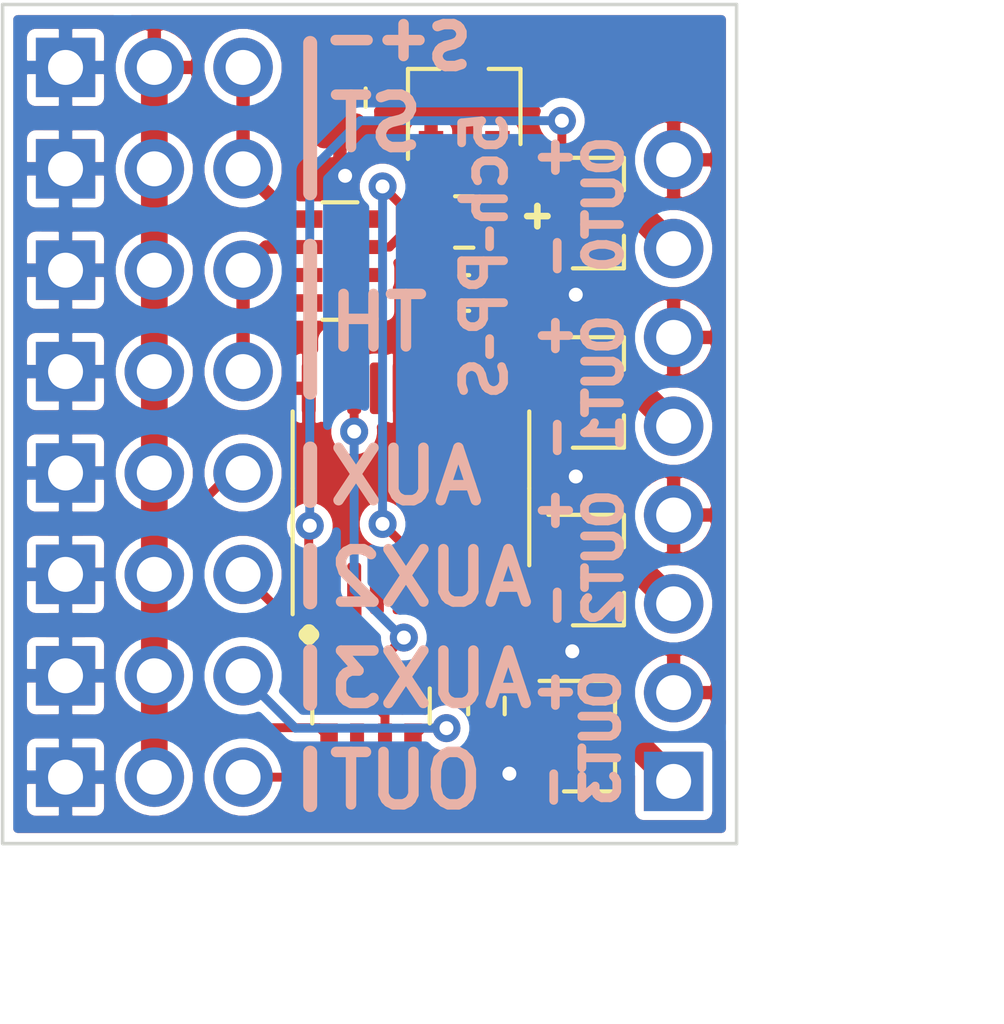
<source format=kicad_pcb>
(kicad_pcb (version 20171130) (host pcbnew 5.1.9-73d0e3b20d~88~ubuntu18.04.1)

  (general
    (thickness 1.6)
    (drawings 35)
    (tracks 108)
    (zones 0)
    (modules 21)
    (nets 24)
  )

  (page A4)
  (layers
    (0 F.Cu signal)
    (31 B.Cu signal)
    (32 B.Adhes user hide)
    (33 F.Adhes user hide)
    (34 B.Paste user hide)
    (35 F.Paste user hide)
    (36 B.SilkS user)
    (37 F.SilkS user)
    (38 B.Mask user hide)
    (39 F.Mask user hide)
    (40 Dwgs.User user hide)
    (41 Cmts.User user)
    (42 Eco1.User user hide)
    (43 Eco2.User user hide)
    (44 Edge.Cuts user)
    (45 Margin user)
    (46 B.CrtYd user)
    (47 F.CrtYd user)
    (48 B.Fab user hide)
    (49 F.Fab user hide)
  )

  (setup
    (last_trace_width 0.254)
    (user_trace_width 0.2032)
    (user_trace_width 0.381)
    (user_trace_width 0.508)
    (user_trace_width 0.762)
    (trace_clearance 0.2032)
    (zone_clearance 0.254)
    (zone_45_only no)
    (trace_min 0.2032)
    (via_size 0.8)
    (via_drill 0.4)
    (via_min_size 0.4)
    (via_min_drill 0.3)
    (uvia_size 0.3)
    (uvia_drill 0.1)
    (uvias_allowed no)
    (uvia_min_size 0.2)
    (uvia_min_drill 0.1)
    (edge_width 0.1)
    (segment_width 0.2)
    (pcb_text_width 0.3)
    (pcb_text_size 1.5 1.5)
    (mod_edge_width 0.15)
    (mod_text_size 1 1)
    (mod_text_width 0.15)
    (pad_size 1.7 1.7)
    (pad_drill 1)
    (pad_to_mask_clearance 0)
    (aux_axis_origin 100 100)
    (grid_origin 100 100)
    (visible_elements FFFFFF7F)
    (pcbplotparams
      (layerselection 0x010f8_ffffffff)
      (usegerberextensions false)
      (usegerberattributes true)
      (usegerberadvancedattributes true)
      (creategerberjobfile true)
      (excludeedgelayer true)
      (linewidth 0.100000)
      (plotframeref false)
      (viasonmask false)
      (mode 1)
      (useauxorigin false)
      (hpglpennumber 1)
      (hpglpenspeed 20)
      (hpglpendiameter 15.000000)
      (psnegative false)
      (psa4output false)
      (plotreference true)
      (plotvalue true)
      (plotinvisibletext false)
      (padsonsilk false)
      (subtractmaskfromsilk false)
      (outputformat 1)
      (mirror false)
      (drillshape 0)
      (scaleselection 1)
      (outputdirectory "gerber/"))
  )

  (net 0 "")
  (net 1 GND)
  (net 2 /VIN)
  (net 3 +3V3)
  (net 4 /TH-TX)
  (net 5 /OUT-ISP)
  (net 6 /ST-Rx-in)
  (net 7 /ST-RX)
  (net 8 /OUT0)
  (net 9 /OUT1)
  (net 10 /OUT2)
  (net 11 /OUT-ISP-in)
  (net 12 /TH-Tx-in)
  (net 13 /AUX2-in)
  (net 14 /AUX3-in)
  (net 15 /AUX3)
  (net 16 /AUX2)
  (net 17 /AUX-in)
  (net 18 /AUX)
  (net 19 "Net-(J3-Pad7)")
  (net 20 "Net-(J3-Pad5)")
  (net 21 "Net-(J3-Pad3)")
  (net 22 "Net-(J3-Pad1)")
  (net 23 /OUT3)

  (net_class Default "This is the default net class."
    (clearance 0.2032)
    (trace_width 0.254)
    (via_dia 0.8)
    (via_drill 0.4)
    (uvia_dia 0.3)
    (uvia_drill 0.1)
    (diff_pair_width 0.2032)
    (diff_pair_gap 0.254)
    (add_net +3V3)
    (add_net /AUX)
    (add_net /AUX-in)
    (add_net /AUX2)
    (add_net /AUX2-in)
    (add_net /AUX3)
    (add_net /AUX3-in)
    (add_net /OUT-ISP)
    (add_net /OUT-ISP-in)
    (add_net /OUT0)
    (add_net /OUT1)
    (add_net /OUT2)
    (add_net /OUT3)
    (add_net /ST-RX)
    (add_net /ST-Rx-in)
    (add_net /TH-TX)
    (add_net /TH-Tx-in)
    (add_net /VIN)
    (add_net GND)
    (add_net "Net-(J3-Pad1)")
    (add_net "Net-(J3-Pad3)")
    (add_net "Net-(J3-Pad5)")
    (add_net "Net-(J3-Pad7)")
  )

  (module Package_SO:TSSOP-20_4.4x6.5mm_P0.65mm (layer F.Cu) (tedit 5E476F32) (tstamp 5FF33E24)
    (at 111.684 89.84 90)
    (descr "TSSOP, 20 Pin (JEDEC MO-153 Var AC https://www.jedec.org/document_search?search_api_views_fulltext=MO-153), generated with kicad-footprint-generator ipc_gullwing_generator.py")
    (tags "TSSOP SO")
    (path /5EE5F15A)
    (attr smd)
    (fp_text reference U1 (at 0 -4.2 90) (layer F.SilkS) hide
      (effects (font (size 1 1) (thickness 0.15)))
    )
    (fp_text value LPC812M101JDH20 (at -4.732 4.356 90) (layer F.Fab)
      (effects (font (size 1 1) (thickness 0.15)))
    )
    (fp_line (start 3.85 -3.5) (end -3.85 -3.5) (layer F.CrtYd) (width 0.05))
    (fp_line (start 3.85 3.5) (end 3.85 -3.5) (layer F.CrtYd) (width 0.05))
    (fp_line (start -3.85 3.5) (end 3.85 3.5) (layer F.CrtYd) (width 0.05))
    (fp_line (start -3.85 -3.5) (end -3.85 3.5) (layer F.CrtYd) (width 0.05))
    (fp_line (start -2.2 -2.25) (end -1.2 -3.25) (layer F.Fab) (width 0.1))
    (fp_line (start -2.2 3.25) (end -2.2 -2.25) (layer F.Fab) (width 0.1))
    (fp_line (start 2.2 3.25) (end -2.2 3.25) (layer F.Fab) (width 0.1))
    (fp_line (start 2.2 -3.25) (end 2.2 3.25) (layer F.Fab) (width 0.1))
    (fp_line (start -1.2 -3.25) (end 2.2 -3.25) (layer F.Fab) (width 0.1))
    (fp_line (start 0 -3.385) (end -3.6 -3.385) (layer F.SilkS) (width 0.12))
    (fp_line (start 0 -3.385) (end 2.2 -3.385) (layer F.SilkS) (width 0.12))
    (fp_line (start 0 3.385) (end -2.2 3.385) (layer F.SilkS) (width 0.12))
    (fp_line (start 0 3.385) (end 2.2 3.385) (layer F.SilkS) (width 0.12))
    (fp_text user %R (at 0 0 90) (layer F.Fab)
      (effects (font (size 1 1) (thickness 0.15)))
    )
    (pad 20 smd roundrect (at 2.8625 -2.925 90) (size 1.475 0.4) (layers F.Cu F.Paste F.Mask) (roundrect_rratio 0.25)
      (net 1 GND))
    (pad 19 smd roundrect (at 2.8625 -2.275 90) (size 1.475 0.4) (layers F.Cu F.Paste F.Mask) (roundrect_rratio 0.25)
      (net 7 /ST-RX))
    (pad 18 smd roundrect (at 2.8625 -1.625 90) (size 1.475 0.4) (layers F.Cu F.Paste F.Mask) (roundrect_rratio 0.25)
      (net 16 /AUX2))
    (pad 17 smd roundrect (at 2.8625 -0.975 90) (size 1.475 0.4) (layers F.Cu F.Paste F.Mask) (roundrect_rratio 0.25))
    (pad 16 smd roundrect (at 2.8625 -0.325 90) (size 1.475 0.4) (layers F.Cu F.Paste F.Mask) (roundrect_rratio 0.25)
      (net 1 GND))
    (pad 15 smd roundrect (at 2.8625 0.325 90) (size 1.475 0.4) (layers F.Cu F.Paste F.Mask) (roundrect_rratio 0.25)
      (net 3 +3V3))
    (pad 14 smd roundrect (at 2.8625 0.975 90) (size 1.475 0.4) (layers F.Cu F.Paste F.Mask) (roundrect_rratio 0.25))
    (pad 13 smd roundrect (at 2.8625 1.625 90) (size 1.475 0.4) (layers F.Cu F.Paste F.Mask) (roundrect_rratio 0.25))
    (pad 12 smd roundrect (at 2.8625 2.275 90) (size 1.475 0.4) (layers F.Cu F.Paste F.Mask) (roundrect_rratio 0.25))
    (pad 11 smd roundrect (at 2.8625 2.925 90) (size 1.475 0.4) (layers F.Cu F.Paste F.Mask) (roundrect_rratio 0.25))
    (pad 10 smd roundrect (at -2.8625 2.925 90) (size 1.475 0.4) (layers F.Cu F.Paste F.Mask) (roundrect_rratio 0.25)
      (net 23 /OUT3))
    (pad 9 smd roundrect (at -2.8625 2.275 90) (size 1.475 0.4) (layers F.Cu F.Paste F.Mask) (roundrect_rratio 0.25))
    (pad 8 smd roundrect (at -2.8625 1.625 90) (size 1.475 0.4) (layers F.Cu F.Paste F.Mask) (roundrect_rratio 0.25)
      (net 15 /AUX3))
    (pad 7 smd roundrect (at -2.8625 0.975 90) (size 1.475 0.4) (layers F.Cu F.Paste F.Mask) (roundrect_rratio 0.25)
      (net 10 /OUT2))
    (pad 6 smd roundrect (at -2.8625 0.325 90) (size 1.475 0.4) (layers F.Cu F.Paste F.Mask) (roundrect_rratio 0.25)
      (net 9 /OUT1))
    (pad 5 smd roundrect (at -2.8625 -0.325 90) (size 1.475 0.4) (layers F.Cu F.Paste F.Mask) (roundrect_rratio 0.25)
      (net 4 /TH-TX))
    (pad 4 smd roundrect (at -2.8625 -0.975 90) (size 1.475 0.4) (layers F.Cu F.Paste F.Mask) (roundrect_rratio 0.25))
    (pad 3 smd roundrect (at -2.8625 -1.625 90) (size 1.475 0.4) (layers F.Cu F.Paste F.Mask) (roundrect_rratio 0.25)
      (net 5 /OUT-ISP))
    (pad 2 smd roundrect (at -2.8625 -2.275 90) (size 1.475 0.4) (layers F.Cu F.Paste F.Mask) (roundrect_rratio 0.25)
      (net 18 /AUX))
    (pad 1 smd roundrect (at -2.8625 -2.925 90) (size 1.475 0.4) (layers F.Cu F.Paste F.Mask) (roundrect_rratio 0.25)
      (net 8 /OUT0))
    (model ${KISYS3DMOD}/Package_SO.3dshapes/TSSOP-20_4.4x6.5mm_P0.65mm.wrl
      (at (xyz 0 0 0))
      (scale (xyz 1 1 1))
      (rotate (xyz 0 0 0))
    )
  )

  (module Package_TO_SOT_SMD:SOT-23 (layer F.Cu) (tedit 5A02FF57) (tstamp 6005D50A)
    (at 116.764 96.9266)
    (descr "SOT-23, Standard")
    (tags SOT-23)
    (path /60061D05)
    (attr smd)
    (fp_text reference T4 (at 0 -2.5) (layer F.SilkS) hide
      (effects (font (size 1 1) (thickness 0.15)))
    )
    (fp_text value PMV30UN (at 0 2.5) (layer F.Fab)
      (effects (font (size 1 1) (thickness 0.15)))
    )
    (fp_line (start -0.7 -0.95) (end -0.7 1.5) (layer F.Fab) (width 0.1))
    (fp_line (start -0.15 -1.52) (end 0.7 -1.52) (layer F.Fab) (width 0.1))
    (fp_line (start -0.7 -0.95) (end -0.15 -1.52) (layer F.Fab) (width 0.1))
    (fp_line (start 0.7 -1.52) (end 0.7 1.52) (layer F.Fab) (width 0.1))
    (fp_line (start -0.7 1.52) (end 0.7 1.52) (layer F.Fab) (width 0.1))
    (fp_line (start 0.76 1.58) (end 0.76 0.65) (layer F.SilkS) (width 0.12))
    (fp_line (start 0.76 -1.58) (end 0.76 -0.65) (layer F.SilkS) (width 0.12))
    (fp_line (start -1.7 -1.75) (end 1.7 -1.75) (layer F.CrtYd) (width 0.05))
    (fp_line (start 1.7 -1.75) (end 1.7 1.75) (layer F.CrtYd) (width 0.05))
    (fp_line (start 1.7 1.75) (end -1.7 1.75) (layer F.CrtYd) (width 0.05))
    (fp_line (start -1.7 1.75) (end -1.7 -1.75) (layer F.CrtYd) (width 0.05))
    (fp_line (start 0.76 -1.58) (end -1.4 -1.58) (layer F.SilkS) (width 0.12))
    (fp_line (start 0.76 1.58) (end -0.7 1.58) (layer F.SilkS) (width 0.12))
    (fp_text user %R (at 0 0 90) (layer F.Fab)
      (effects (font (size 0.5 0.5) (thickness 0.075)))
    )
    (pad 3 smd rect (at 1 0) (size 0.9 0.8) (layers F.Cu F.Paste F.Mask)
      (net 22 "Net-(J3-Pad1)"))
    (pad 2 smd rect (at -1 0.95) (size 0.9 0.8) (layers F.Cu F.Paste F.Mask)
      (net 1 GND))
    (pad 1 smd rect (at -1 -0.95) (size 0.9 0.8) (layers F.Cu F.Paste F.Mask)
      (net 23 /OUT3))
    (model ${KISYS3DMOD}/Package_TO_SOT_SMD.3dshapes/SOT-23.wrl
      (at (xyz 0 0 0))
      (scale (xyz 1 1 1))
      (rotate (xyz 0 0 0))
    )
  )

  (module rc-light-controller-tlc5940-lpc812:PinHeader_1x08_P2.54mm_Vertical_nosilk (layer B.Cu) (tedit 600569C8) (tstamp 5FF1376A)
    (at 119.2 98.222)
    (descr "Through hole straight pin header, 1x08, 2.54mm pitch, single row")
    (tags "Through hole pin header THT 1x08 2.54mm single row")
    (path /5FF85660)
    (fp_text reference J3 (at 0 2.33) (layer B.SilkS) hide
      (effects (font (size 1 1) (thickness 0.15)) (justify mirror))
    )
    (fp_text value "Pinheader straight 1x08" (at 0 -20.11) (layer B.Fab)
      (effects (font (size 1 1) (thickness 0.15)) (justify mirror))
    )
    (fp_line (start -0.635 1.27) (end 1.27 1.27) (layer B.Fab) (width 0.1))
    (fp_line (start 1.27 1.27) (end 1.27 -19.05) (layer B.Fab) (width 0.1))
    (fp_line (start 1.27 -19.05) (end -1.27 -19.05) (layer B.Fab) (width 0.1))
    (fp_line (start -1.27 -19.05) (end -1.27 0.635) (layer B.Fab) (width 0.1))
    (fp_line (start -1.27 0.635) (end -0.635 1.27) (layer B.Fab) (width 0.1))
    (fp_line (start -1.8 1.8) (end -1.8 -19.55) (layer B.CrtYd) (width 0.05))
    (fp_line (start -1.8 -19.55) (end 1.8 -19.55) (layer B.CrtYd) (width 0.05))
    (fp_line (start 1.8 -19.55) (end 1.8 1.8) (layer B.CrtYd) (width 0.05))
    (fp_line (start 1.8 1.8) (end -1.8 1.8) (layer B.CrtYd) (width 0.05))
    (fp_text user %R (at 0 -8.89 -90) (layer B.Fab)
      (effects (font (size 1 1) (thickness 0.15)) (justify mirror))
    )
    (pad 8 thru_hole oval (at 0 -17.78) (size 1.7 1.7) (drill 1) (layers *.Cu *.Mask)
      (net 2 /VIN))
    (pad 7 thru_hole oval (at 0 -15.24) (size 1.7 1.7) (drill 1) (layers *.Cu *.Mask)
      (net 19 "Net-(J3-Pad7)"))
    (pad 6 thru_hole oval (at 0 -12.7) (size 1.7 1.7) (drill 1) (layers *.Cu *.Mask)
      (net 2 /VIN))
    (pad 5 thru_hole oval (at 0 -10.16) (size 1.7 1.7) (drill 1) (layers *.Cu *.Mask)
      (net 20 "Net-(J3-Pad5)"))
    (pad 4 thru_hole oval (at 0 -7.62) (size 1.7 1.7) (drill 1) (layers *.Cu *.Mask)
      (net 2 /VIN))
    (pad 3 thru_hole oval (at 0 -5.08) (size 1.7 1.7) (drill 1) (layers *.Cu *.Mask)
      (net 21 "Net-(J3-Pad3)"))
    (pad 2 thru_hole oval (at 0 -2.54) (size 1.7 1.7) (drill 1) (layers *.Cu *.Mask)
      (net 2 /VIN))
    (pad 1 thru_hole rect (at 0 0) (size 1.7 1.7) (drill 1) (layers *.Cu *.Mask)
      (net 22 "Net-(J3-Pad1)"))
    (model ${KISYS3DMOD}/Connector_PinHeader_2.54mm.3dshapes/PinHeader_1x08_P2.54mm_Vertical.wrl
      (at (xyz 0 0 0))
      (scale (xyz 1 1 1))
      (rotate (xyz 0 0 0))
    )
  )

  (module rc-light-controller-tlc5940-lpc812:PinHeader_1x03_P2.54mm_Vertical_nosilk (layer B.Cu) (tedit 5FFA9011) (tstamp 5FF958B5)
    (at 101.8 98.1 270)
    (descr "Through hole straight pin header, 1x03, 2.54mm pitch, single row")
    (tags "Through hole pin header THT 1x03 2.54mm single row")
    (path /5FF48FE2)
    (fp_text reference J9 (at 0 2.33 90) (layer B.SilkS) hide
      (effects (font (size 1 1) (thickness 0.15)) (justify mirror))
    )
    (fp_text value Conn_01x03 (at 0 -7.41 90) (layer B.Fab)
      (effects (font (size 1 1) (thickness 0.15)) (justify mirror))
    )
    (fp_line (start -0.635 1.27) (end 1.27 1.27) (layer B.Fab) (width 0.1))
    (fp_line (start 1.27 1.27) (end 1.27 -6.35) (layer B.Fab) (width 0.1))
    (fp_line (start 1.27 -6.35) (end -1.27 -6.35) (layer B.Fab) (width 0.1))
    (fp_line (start -1.27 -6.35) (end -1.27 0.635) (layer B.Fab) (width 0.1))
    (fp_line (start -1.27 0.635) (end -0.635 1.27) (layer B.Fab) (width 0.1))
    (fp_line (start -1.8 1.8) (end -1.8 -6.85) (layer B.CrtYd) (width 0.05))
    (fp_line (start -1.8 -6.85) (end 1.8 -6.85) (layer B.CrtYd) (width 0.05))
    (fp_line (start 1.8 -6.85) (end 1.8 1.8) (layer B.CrtYd) (width 0.05))
    (fp_line (start 1.8 1.8) (end -1.8 1.8) (layer B.CrtYd) (width 0.05))
    (fp_text user %R (at 0 -2.54) (layer B.Fab)
      (effects (font (size 1 1) (thickness 0.15)) (justify mirror))
    )
    (pad 1 thru_hole rect (at 0 0 270) (size 1.7 1.7) (drill 1) (layers *.Cu *.Mask)
      (net 1 GND))
    (pad 2 thru_hole oval (at 0 -2.54 270) (size 1.7 1.7) (drill 1) (layers *.Cu *.Mask)
      (net 2 /VIN))
    (pad 3 thru_hole oval (at 0 -5.08 270) (size 1.7 1.7) (drill 1) (layers *.Cu *.Mask)
      (net 11 /OUT-ISP-in))
    (model ${KISYS3DMOD}/Connector_PinHeader_2.54mm.3dshapes/PinHeader_1x03_P2.54mm_Vertical.wrl
      (at (xyz 0 0 0))
      (scale (xyz 1 1 1))
      (rotate (xyz 0 0 0))
    )
  )

  (module rc-light-controller-tlc5940-lpc812:PinHeader_1x03_P2.54mm_Vertical_nosilk (layer B.Cu) (tedit 5FFA9011) (tstamp 5FF2E301)
    (at 101.8 95.2 270)
    (descr "Through hole straight pin header, 1x03, 2.54mm pitch, single row")
    (tags "Through hole pin header THT 1x03 2.54mm single row")
    (path /5FF48FD8)
    (fp_text reference J8 (at 0 2.33 90) (layer B.SilkS) hide
      (effects (font (size 1 1) (thickness 0.15)) (justify mirror))
    )
    (fp_text value Conn_01x03 (at 0 -7.41 90) (layer B.Fab)
      (effects (font (size 1 1) (thickness 0.15)) (justify mirror))
    )
    (fp_line (start -0.635 1.27) (end 1.27 1.27) (layer B.Fab) (width 0.1))
    (fp_line (start 1.27 1.27) (end 1.27 -6.35) (layer B.Fab) (width 0.1))
    (fp_line (start 1.27 -6.35) (end -1.27 -6.35) (layer B.Fab) (width 0.1))
    (fp_line (start -1.27 -6.35) (end -1.27 0.635) (layer B.Fab) (width 0.1))
    (fp_line (start -1.27 0.635) (end -0.635 1.27) (layer B.Fab) (width 0.1))
    (fp_line (start -1.8 1.8) (end -1.8 -6.85) (layer B.CrtYd) (width 0.05))
    (fp_line (start -1.8 -6.85) (end 1.8 -6.85) (layer B.CrtYd) (width 0.05))
    (fp_line (start 1.8 -6.85) (end 1.8 1.8) (layer B.CrtYd) (width 0.05))
    (fp_line (start 1.8 1.8) (end -1.8 1.8) (layer B.CrtYd) (width 0.05))
    (fp_text user %R (at 0 -2.54) (layer B.Fab)
      (effects (font (size 1 1) (thickness 0.15)) (justify mirror))
    )
    (pad 1 thru_hole rect (at 0 0 270) (size 1.7 1.7) (drill 1) (layers *.Cu *.Mask)
      (net 1 GND))
    (pad 2 thru_hole oval (at 0 -2.54 270) (size 1.7 1.7) (drill 1) (layers *.Cu *.Mask)
      (net 2 /VIN))
    (pad 3 thru_hole oval (at 0 -5.08 270) (size 1.7 1.7) (drill 1) (layers *.Cu *.Mask)
      (net 14 /AUX3-in))
    (model ${KISYS3DMOD}/Connector_PinHeader_2.54mm.3dshapes/PinHeader_1x03_P2.54mm_Vertical.wrl
      (at (xyz 0 0 0))
      (scale (xyz 1 1 1))
      (rotate (xyz 0 0 0))
    )
  )

  (module rc-light-controller-tlc5940-lpc812:PinHeader_1x03_P2.54mm_Vertical_nosilk (layer B.Cu) (tedit 5FFA9011) (tstamp 5FF2E2EA)
    (at 101.8 92.3 270)
    (descr "Through hole straight pin header, 1x03, 2.54mm pitch, single row")
    (tags "Through hole pin header THT 1x03 2.54mm single row")
    (path /5FF48FCE)
    (fp_text reference J7 (at 0 2.33 90) (layer B.SilkS) hide
      (effects (font (size 1 1) (thickness 0.15)) (justify mirror))
    )
    (fp_text value Conn_01x03 (at 0 -7.41 90) (layer B.Fab)
      (effects (font (size 1 1) (thickness 0.15)) (justify mirror))
    )
    (fp_line (start -0.635 1.27) (end 1.27 1.27) (layer B.Fab) (width 0.1))
    (fp_line (start 1.27 1.27) (end 1.27 -6.35) (layer B.Fab) (width 0.1))
    (fp_line (start 1.27 -6.35) (end -1.27 -6.35) (layer B.Fab) (width 0.1))
    (fp_line (start -1.27 -6.35) (end -1.27 0.635) (layer B.Fab) (width 0.1))
    (fp_line (start -1.27 0.635) (end -0.635 1.27) (layer B.Fab) (width 0.1))
    (fp_line (start -1.8 1.8) (end -1.8 -6.85) (layer B.CrtYd) (width 0.05))
    (fp_line (start -1.8 -6.85) (end 1.8 -6.85) (layer B.CrtYd) (width 0.05))
    (fp_line (start 1.8 -6.85) (end 1.8 1.8) (layer B.CrtYd) (width 0.05))
    (fp_line (start 1.8 1.8) (end -1.8 1.8) (layer B.CrtYd) (width 0.05))
    (fp_text user %R (at 0 -2.54) (layer B.Fab)
      (effects (font (size 1 1) (thickness 0.15)) (justify mirror))
    )
    (pad 1 thru_hole rect (at 0 0 270) (size 1.7 1.7) (drill 1) (layers *.Cu *.Mask)
      (net 1 GND))
    (pad 2 thru_hole oval (at 0 -2.54 270) (size 1.7 1.7) (drill 1) (layers *.Cu *.Mask)
      (net 2 /VIN))
    (pad 3 thru_hole oval (at 0 -5.08 270) (size 1.7 1.7) (drill 1) (layers *.Cu *.Mask)
      (net 13 /AUX2-in))
    (model ${KISYS3DMOD}/Connector_PinHeader_2.54mm.3dshapes/PinHeader_1x03_P2.54mm_Vertical.wrl
      (at (xyz 0 0 0))
      (scale (xyz 1 1 1))
      (rotate (xyz 0 0 0))
    )
  )

  (module rc-light-controller-tlc5940-lpc812:PinHeader_1x03_P2.54mm_Vertical_nosilk (layer B.Cu) (tedit 5FFA9011) (tstamp 5FF2E2D3)
    (at 101.8 89.4 270)
    (descr "Through hole straight pin header, 1x03, 2.54mm pitch, single row")
    (tags "Through hole pin header THT 1x03 2.54mm single row")
    (path /5FF48E1C)
    (fp_text reference J6 (at 0 2.33 90) (layer B.SilkS) hide
      (effects (font (size 1 1) (thickness 0.15)) (justify mirror))
    )
    (fp_text value Conn_01x03 (at 0 -7.41 90) (layer B.Fab)
      (effects (font (size 1 1) (thickness 0.15)) (justify mirror))
    )
    (fp_line (start -0.635 1.27) (end 1.27 1.27) (layer B.Fab) (width 0.1))
    (fp_line (start 1.27 1.27) (end 1.27 -6.35) (layer B.Fab) (width 0.1))
    (fp_line (start 1.27 -6.35) (end -1.27 -6.35) (layer B.Fab) (width 0.1))
    (fp_line (start -1.27 -6.35) (end -1.27 0.635) (layer B.Fab) (width 0.1))
    (fp_line (start -1.27 0.635) (end -0.635 1.27) (layer B.Fab) (width 0.1))
    (fp_line (start -1.8 1.8) (end -1.8 -6.85) (layer B.CrtYd) (width 0.05))
    (fp_line (start -1.8 -6.85) (end 1.8 -6.85) (layer B.CrtYd) (width 0.05))
    (fp_line (start 1.8 -6.85) (end 1.8 1.8) (layer B.CrtYd) (width 0.05))
    (fp_line (start 1.8 1.8) (end -1.8 1.8) (layer B.CrtYd) (width 0.05))
    (fp_text user %R (at 0 -2.54) (layer B.Fab)
      (effects (font (size 1 1) (thickness 0.15)) (justify mirror))
    )
    (pad 1 thru_hole rect (at 0 0 270) (size 1.7 1.7) (drill 1) (layers *.Cu *.Mask)
      (net 1 GND))
    (pad 2 thru_hole oval (at 0 -2.54 270) (size 1.7 1.7) (drill 1) (layers *.Cu *.Mask)
      (net 2 /VIN))
    (pad 3 thru_hole oval (at 0 -5.08 270) (size 1.7 1.7) (drill 1) (layers *.Cu *.Mask)
      (net 17 /AUX-in))
    (model ${KISYS3DMOD}/Connector_PinHeader_2.54mm.3dshapes/PinHeader_1x03_P2.54mm_Vertical.wrl
      (at (xyz 0 0 0))
      (scale (xyz 1 1 1))
      (rotate (xyz 0 0 0))
    )
  )

  (module rc-light-controller-tlc5940-lpc812:PinHeader_1x03_P2.54mm_Vertical_nosilk (layer B.Cu) (tedit 5FFA9011) (tstamp 5FF2E2BC)
    (at 101.8 86.5 270)
    (descr "Through hole straight pin header, 1x03, 2.54mm pitch, single row")
    (tags "Through hole pin header THT 1x03 2.54mm single row")
    (path /5FF3F40C)
    (fp_text reference J5 (at 0 2.33 90) (layer B.SilkS) hide
      (effects (font (size 1 1) (thickness 0.15)) (justify mirror))
    )
    (fp_text value Conn_01x03 (at 0 -7.41 90) (layer B.Fab)
      (effects (font (size 1 1) (thickness 0.15)) (justify mirror))
    )
    (fp_line (start -0.635 1.27) (end 1.27 1.27) (layer B.Fab) (width 0.1))
    (fp_line (start 1.27 1.27) (end 1.27 -6.35) (layer B.Fab) (width 0.1))
    (fp_line (start 1.27 -6.35) (end -1.27 -6.35) (layer B.Fab) (width 0.1))
    (fp_line (start -1.27 -6.35) (end -1.27 0.635) (layer B.Fab) (width 0.1))
    (fp_line (start -1.27 0.635) (end -0.635 1.27) (layer B.Fab) (width 0.1))
    (fp_line (start -1.8 1.8) (end -1.8 -6.85) (layer B.CrtYd) (width 0.05))
    (fp_line (start -1.8 -6.85) (end 1.8 -6.85) (layer B.CrtYd) (width 0.05))
    (fp_line (start 1.8 -6.85) (end 1.8 1.8) (layer B.CrtYd) (width 0.05))
    (fp_line (start 1.8 1.8) (end -1.8 1.8) (layer B.CrtYd) (width 0.05))
    (fp_text user %R (at 0 -2.54) (layer B.Fab)
      (effects (font (size 1 1) (thickness 0.15)) (justify mirror))
    )
    (pad 1 thru_hole rect (at 0 0 270) (size 1.7 1.7) (drill 1) (layers *.Cu *.Mask)
      (net 1 GND))
    (pad 2 thru_hole oval (at 0 -2.54 270) (size 1.7 1.7) (drill 1) (layers *.Cu *.Mask)
      (net 2 /VIN))
    (pad 3 thru_hole oval (at 0 -5.08 270) (size 1.7 1.7) (drill 1) (layers *.Cu *.Mask)
      (net 12 /TH-Tx-in))
    (model ${KISYS3DMOD}/Connector_PinHeader_2.54mm.3dshapes/PinHeader_1x03_P2.54mm_Vertical.wrl
      (at (xyz 0 0 0))
      (scale (xyz 1 1 1))
      (rotate (xyz 0 0 0))
    )
  )

  (module rc-light-controller-tlc5940-lpc812:PinHeader_1x03_P2.54mm_Vertical_nosilk (layer B.Cu) (tedit 5FFA9011) (tstamp 5FF2E2A5)
    (at 101.8 83.6 270)
    (descr "Through hole straight pin header, 1x03, 2.54mm pitch, single row")
    (tags "Through hole pin header THT 1x03 2.54mm single row")
    (path /5FF3EF14)
    (fp_text reference J4 (at 0 2.33 90) (layer B.SilkS) hide
      (effects (font (size 1 1) (thickness 0.15)) (justify mirror))
    )
    (fp_text value Conn_01x03 (at 0 -7.41 90) (layer B.Fab)
      (effects (font (size 1 1) (thickness 0.15)) (justify mirror))
    )
    (fp_line (start -0.635 1.27) (end 1.27 1.27) (layer B.Fab) (width 0.1))
    (fp_line (start 1.27 1.27) (end 1.27 -6.35) (layer B.Fab) (width 0.1))
    (fp_line (start 1.27 -6.35) (end -1.27 -6.35) (layer B.Fab) (width 0.1))
    (fp_line (start -1.27 -6.35) (end -1.27 0.635) (layer B.Fab) (width 0.1))
    (fp_line (start -1.27 0.635) (end -0.635 1.27) (layer B.Fab) (width 0.1))
    (fp_line (start -1.8 1.8) (end -1.8 -6.85) (layer B.CrtYd) (width 0.05))
    (fp_line (start -1.8 -6.85) (end 1.8 -6.85) (layer B.CrtYd) (width 0.05))
    (fp_line (start 1.8 -6.85) (end 1.8 1.8) (layer B.CrtYd) (width 0.05))
    (fp_line (start 1.8 1.8) (end -1.8 1.8) (layer B.CrtYd) (width 0.05))
    (fp_text user %R (at 0 -2.54) (layer B.Fab)
      (effects (font (size 1 1) (thickness 0.15)) (justify mirror))
    )
    (pad 1 thru_hole rect (at 0 0 270) (size 1.7 1.7) (drill 1) (layers *.Cu *.Mask)
      (net 1 GND))
    (pad 2 thru_hole oval (at 0 -2.54 270) (size 1.7 1.7) (drill 1) (layers *.Cu *.Mask)
      (net 2 /VIN))
    (pad 3 thru_hole oval (at 0 -5.08 270) (size 1.7 1.7) (drill 1) (layers *.Cu *.Mask)
      (net 12 /TH-Tx-in))
    (model ${KISYS3DMOD}/Connector_PinHeader_2.54mm.3dshapes/PinHeader_1x03_P2.54mm_Vertical.wrl
      (at (xyz 0 0 0))
      (scale (xyz 1 1 1))
      (rotate (xyz 0 0 0))
    )
  )

  (module rc-light-controller-tlc5940-lpc812:PinHeader_1x03_P2.54mm_Vertical_nosilk (layer B.Cu) (tedit 5FFA9011) (tstamp 5FF2E27C)
    (at 101.8 80.7 270)
    (descr "Through hole straight pin header, 1x03, 2.54mm pitch, single row")
    (tags "Through hole pin header THT 1x03 2.54mm single row")
    (path /5FF3EA5B)
    (fp_text reference J2 (at 0 2.33 90) (layer B.SilkS) hide
      (effects (font (size 1 1) (thickness 0.15)) (justify mirror))
    )
    (fp_text value Conn_01x03 (at 0 -7.41 90) (layer B.Fab)
      (effects (font (size 1 1) (thickness 0.15)) (justify mirror))
    )
    (fp_line (start -0.635 1.27) (end 1.27 1.27) (layer B.Fab) (width 0.1))
    (fp_line (start 1.27 1.27) (end 1.27 -6.35) (layer B.Fab) (width 0.1))
    (fp_line (start 1.27 -6.35) (end -1.27 -6.35) (layer B.Fab) (width 0.1))
    (fp_line (start -1.27 -6.35) (end -1.27 0.635) (layer B.Fab) (width 0.1))
    (fp_line (start -1.27 0.635) (end -0.635 1.27) (layer B.Fab) (width 0.1))
    (fp_line (start -1.8 1.8) (end -1.8 -6.85) (layer B.CrtYd) (width 0.05))
    (fp_line (start -1.8 -6.85) (end 1.8 -6.85) (layer B.CrtYd) (width 0.05))
    (fp_line (start 1.8 -6.85) (end 1.8 1.8) (layer B.CrtYd) (width 0.05))
    (fp_line (start 1.8 1.8) (end -1.8 1.8) (layer B.CrtYd) (width 0.05))
    (fp_text user %R (at 0 -2.54) (layer B.Fab)
      (effects (font (size 1 1) (thickness 0.15)) (justify mirror))
    )
    (pad 1 thru_hole rect (at 0 0 270) (size 1.7 1.7) (drill 1) (layers *.Cu *.Mask)
      (net 1 GND))
    (pad 2 thru_hole oval (at 0 -2.54 270) (size 1.7 1.7) (drill 1) (layers *.Cu *.Mask)
      (net 2 /VIN))
    (pad 3 thru_hole oval (at 0 -5.08 270) (size 1.7 1.7) (drill 1) (layers *.Cu *.Mask)
      (net 6 /ST-Rx-in))
    (model ${KISYS3DMOD}/Connector_PinHeader_2.54mm.3dshapes/PinHeader_1x03_P2.54mm_Vertical.wrl
      (at (xyz 0 0 0))
      (scale (xyz 1 1 1))
      (rotate (xyz 0 0 0))
    )
  )

  (module rc-light-controller-tlc5940-lpc812:PinHeader_1x03_P2.54mm_Vertical_nosilk (layer B.Cu) (tedit 5FFA9011) (tstamp 5FF2E265)
    (at 101.8 77.8 270)
    (descr "Through hole straight pin header, 1x03, 2.54mm pitch, single row")
    (tags "Through hole pin header THT 1x03 2.54mm single row")
    (path /5FF3C085)
    (fp_text reference J1 (at 0 2.33 90) (layer B.SilkS) hide
      (effects (font (size 1 1) (thickness 0.15)) (justify mirror))
    )
    (fp_text value Conn_01x03 (at 0 -7.41 90) (layer B.Fab)
      (effects (font (size 1 1) (thickness 0.15)) (justify mirror))
    )
    (fp_line (start -0.635 1.27) (end 1.27 1.27) (layer B.Fab) (width 0.1))
    (fp_line (start 1.27 1.27) (end 1.27 -6.35) (layer B.Fab) (width 0.1))
    (fp_line (start 1.27 -6.35) (end -1.27 -6.35) (layer B.Fab) (width 0.1))
    (fp_line (start -1.27 -6.35) (end -1.27 0.635) (layer B.Fab) (width 0.1))
    (fp_line (start -1.27 0.635) (end -0.635 1.27) (layer B.Fab) (width 0.1))
    (fp_line (start -1.8 1.8) (end -1.8 -6.85) (layer B.CrtYd) (width 0.05))
    (fp_line (start -1.8 -6.85) (end 1.8 -6.85) (layer B.CrtYd) (width 0.05))
    (fp_line (start 1.8 -6.85) (end 1.8 1.8) (layer B.CrtYd) (width 0.05))
    (fp_line (start 1.8 1.8) (end -1.8 1.8) (layer B.CrtYd) (width 0.05))
    (fp_text user %R (at 0 -2.54) (layer B.Fab)
      (effects (font (size 1 1) (thickness 0.15)) (justify mirror))
    )
    (pad 1 thru_hole rect (at 0 0 270) (size 1.7 1.7) (drill 1) (layers *.Cu *.Mask)
      (net 1 GND))
    (pad 2 thru_hole oval (at 0 -2.54 270) (size 1.7 1.7) (drill 1) (layers *.Cu *.Mask)
      (net 2 /VIN))
    (pad 3 thru_hole oval (at 0 -5.08 270) (size 1.7 1.7) (drill 1) (layers *.Cu *.Mask)
      (net 6 /ST-Rx-in))
    (model ${KISYS3DMOD}/Connector_PinHeader_2.54mm.3dshapes/PinHeader_1x03_P2.54mm_Vertical.wrl
      (at (xyz 0 0 0))
      (scale (xyz 1 1 1))
      (rotate (xyz 0 0 0))
    )
  )

  (module Package_TO_SOT_SMD:SOT-23 (layer F.Cu) (tedit 5A02FF57) (tstamp 5FF13790)
    (at 117.018 92.1768)
    (descr "SOT-23, Standard")
    (tags SOT-23)
    (path /8692C711)
    (attr smd)
    (fp_text reference T1 (at 0 -2.5) (layer F.SilkS) hide
      (effects (font (size 1 1) (thickness 0.15)))
    )
    (fp_text value PMV30UN (at 4.468 -0.062) (layer F.Fab)
      (effects (font (size 1 1) (thickness 0.15)))
    )
    (fp_line (start 0.76 1.58) (end -0.7 1.58) (layer F.SilkS) (width 0.12))
    (fp_line (start 0.76 -1.58) (end -1.4 -1.58) (layer F.SilkS) (width 0.12))
    (fp_line (start -1.7 1.75) (end -1.7 -1.75) (layer F.CrtYd) (width 0.05))
    (fp_line (start 1.7 1.75) (end -1.7 1.75) (layer F.CrtYd) (width 0.05))
    (fp_line (start 1.7 -1.75) (end 1.7 1.75) (layer F.CrtYd) (width 0.05))
    (fp_line (start -1.7 -1.75) (end 1.7 -1.75) (layer F.CrtYd) (width 0.05))
    (fp_line (start 0.76 -1.58) (end 0.76 -0.65) (layer F.SilkS) (width 0.12))
    (fp_line (start 0.76 1.58) (end 0.76 0.65) (layer F.SilkS) (width 0.12))
    (fp_line (start -0.7 1.52) (end 0.7 1.52) (layer F.Fab) (width 0.1))
    (fp_line (start 0.7 -1.52) (end 0.7 1.52) (layer F.Fab) (width 0.1))
    (fp_line (start -0.7 -0.95) (end -0.15 -1.52) (layer F.Fab) (width 0.1))
    (fp_line (start -0.15 -1.52) (end 0.7 -1.52) (layer F.Fab) (width 0.1))
    (fp_line (start -0.7 -0.95) (end -0.7 1.5) (layer F.Fab) (width 0.1))
    (fp_text user %R (at 0 0 90) (layer F.Fab)
      (effects (font (size 0.5 0.5) (thickness 0.075)))
    )
    (pad 3 smd rect (at 1 0) (size 0.9 0.8) (layers F.Cu F.Paste F.Mask)
      (net 21 "Net-(J3-Pad3)"))
    (pad 2 smd rect (at -1 0.95) (size 0.9 0.8) (layers F.Cu F.Paste F.Mask)
      (net 1 GND))
    (pad 1 smd rect (at -1 -0.95) (size 0.9 0.8) (layers F.Cu F.Paste F.Mask)
      (net 10 /OUT2))
    (model ${KISYS3DMOD}/Package_TO_SOT_SMD.3dshapes/SOT-23.wrl
      (at (xyz 0 0 0))
      (scale (xyz 1 1 1))
      (rotate (xyz 0 0 0))
    )
  )

  (module Resistor_SMD:R_Array_Convex_4x0603 (layer F.Cu) (tedit 58E0A8B2) (tstamp 5FF2E36C)
    (at 110.541 96.063 270)
    (descr "Chip Resistor Network, ROHM MNR14 (see mnr_g.pdf)")
    (tags "resistor array")
    (path /5FFCB31F)
    (attr smd)
    (fp_text reference RN2 (at 0 -2.8 90) (layer F.SilkS) hide
      (effects (font (size 1 1) (thickness 0.15)))
    )
    (fp_text value 1k (at 0 2.8 90) (layer F.Fab)
      (effects (font (size 1 1) (thickness 0.15)))
    )
    (fp_line (start 1.55 1.85) (end -1.55 1.85) (layer F.CrtYd) (width 0.05))
    (fp_line (start 1.55 1.85) (end 1.55 -1.85) (layer F.CrtYd) (width 0.05))
    (fp_line (start -1.55 -1.85) (end -1.55 1.85) (layer F.CrtYd) (width 0.05))
    (fp_line (start -1.55 -1.85) (end 1.55 -1.85) (layer F.CrtYd) (width 0.05))
    (fp_line (start 0.5 -1.68) (end -0.5 -1.68) (layer F.SilkS) (width 0.12))
    (fp_line (start 0.5 1.68) (end -0.5 1.68) (layer F.SilkS) (width 0.12))
    (fp_line (start -0.8 1.6) (end -0.8 -1.6) (layer F.Fab) (width 0.1))
    (fp_line (start 0.8 1.6) (end -0.8 1.6) (layer F.Fab) (width 0.1))
    (fp_line (start 0.8 -1.6) (end 0.8 1.6) (layer F.Fab) (width 0.1))
    (fp_line (start -0.8 -1.6) (end 0.8 -1.6) (layer F.Fab) (width 0.1))
    (fp_text user %R (at 0 0) (layer F.Fab)
      (effects (font (size 0.5 0.5) (thickness 0.075)))
    )
    (pad 5 smd rect (at 0.9 1.2 270) (size 0.8 0.5) (layers F.Cu F.Paste F.Mask)
      (net 17 /AUX-in))
    (pad 6 smd rect (at 0.9 0.4 270) (size 0.8 0.4) (layers F.Cu F.Paste F.Mask)
      (net 11 /OUT-ISP-in))
    (pad 8 smd rect (at 0.9 -1.2 270) (size 0.8 0.5) (layers F.Cu F.Paste F.Mask)
      (net 14 /AUX3-in))
    (pad 7 smd rect (at 0.9 -0.4 270) (size 0.8 0.4) (layers F.Cu F.Paste F.Mask)
      (net 13 /AUX2-in))
    (pad 4 smd rect (at -0.9 1.2 270) (size 0.8 0.5) (layers F.Cu F.Paste F.Mask)
      (net 18 /AUX))
    (pad 2 smd rect (at -0.9 -0.4 270) (size 0.8 0.4) (layers F.Cu F.Paste F.Mask)
      (net 16 /AUX2))
    (pad 3 smd rect (at -0.9 0.4 270) (size 0.8 0.4) (layers F.Cu F.Paste F.Mask)
      (net 5 /OUT-ISP))
    (pad 1 smd rect (at -0.9 -1.2 270) (size 0.8 0.5) (layers F.Cu F.Paste F.Mask)
      (net 15 /AUX3))
    (model ${KISYS3DMOD}/Resistor_SMD.3dshapes/R_Array_Convex_4x0603.wrl
      (at (xyz 0 0 0))
      (scale (xyz 1 1 1))
      (rotate (xyz 0 0 0))
    )
  )

  (module Resistor_SMD:R_0603_1608Metric (layer F.Cu) (tedit 5F68FEEE) (tstamp 5FF2E329)
    (at 113.843 96.063 270)
    (descr "Resistor SMD 0603 (1608 Metric), square (rectangular) end terminal, IPC_7351 nominal, (Body size source: IPC-SM-782 page 72, https://www.pcb-3d.com/wordpress/wp-content/uploads/ipc-sm-782a_amendment_1_and_2.pdf), generated with kicad-footprint-generator")
    (tags resistor)
    (path /5FFE7AD9)
    (attr smd)
    (fp_text reference R1 (at 0 -1.43 90) (layer F.SilkS) hide
      (effects (font (size 1 1) (thickness 0.15)))
    )
    (fp_text value 100k (at 0 1.43 90) (layer F.Fab)
      (effects (font (size 1 1) (thickness 0.15)))
    )
    (fp_line (start 1.48 0.73) (end -1.48 0.73) (layer F.CrtYd) (width 0.05))
    (fp_line (start 1.48 -0.73) (end 1.48 0.73) (layer F.CrtYd) (width 0.05))
    (fp_line (start -1.48 -0.73) (end 1.48 -0.73) (layer F.CrtYd) (width 0.05))
    (fp_line (start -1.48 0.73) (end -1.48 -0.73) (layer F.CrtYd) (width 0.05))
    (fp_line (start -0.237258 0.5225) (end 0.237258 0.5225) (layer F.SilkS) (width 0.12))
    (fp_line (start -0.237258 -0.5225) (end 0.237258 -0.5225) (layer F.SilkS) (width 0.12))
    (fp_line (start 0.8 0.4125) (end -0.8 0.4125) (layer F.Fab) (width 0.1))
    (fp_line (start 0.8 -0.4125) (end 0.8 0.4125) (layer F.Fab) (width 0.1))
    (fp_line (start -0.8 -0.4125) (end 0.8 -0.4125) (layer F.Fab) (width 0.1))
    (fp_line (start -0.8 0.4125) (end -0.8 -0.4125) (layer F.Fab) (width 0.1))
    (fp_text user %R (at 0 0 90) (layer F.Fab)
      (effects (font (size 0.4 0.4) (thickness 0.06)))
    )
    (pad 2 smd roundrect (at 0.825 0 270) (size 0.8 0.95) (layers F.Cu F.Paste F.Mask) (roundrect_rratio 0.25)
      (net 1 GND))
    (pad 1 smd roundrect (at -0.825 0 270) (size 0.8 0.95) (layers F.Cu F.Paste F.Mask) (roundrect_rratio 0.25)
      (net 15 /AUX3))
    (model ${KISYS3DMOD}/Resistor_SMD.3dshapes/R_0603_1608Metric.wrl
      (at (xyz 0 0 0))
      (scale (xyz 1 1 1))
      (rotate (xyz 0 0 0))
    )
  )

  (module Resistor_SMD:R_Array_Convex_4x0603 (layer F.Cu) (tedit 58E0A8B2) (tstamp 5FF178D9)
    (at 109.652 83.3376 180)
    (descr "Chip Resistor Network, ROHM MNR14 (see mnr_g.pdf)")
    (tags "resistor array")
    (path /5FF24B18)
    (attr smd)
    (fp_text reference RN1 (at 0 -2.8) (layer F.SilkS) hide
      (effects (font (size 1 1) (thickness 0.15)))
    )
    (fp_text value 1k (at 0 2.8) (layer F.Fab)
      (effects (font (size 1 1) (thickness 0.15)))
    )
    (fp_line (start 1.55 1.85) (end -1.55 1.85) (layer F.CrtYd) (width 0.05))
    (fp_line (start 1.55 1.85) (end 1.55 -1.85) (layer F.CrtYd) (width 0.05))
    (fp_line (start -1.55 -1.85) (end -1.55 1.85) (layer F.CrtYd) (width 0.05))
    (fp_line (start -1.55 -1.85) (end 1.55 -1.85) (layer F.CrtYd) (width 0.05))
    (fp_line (start 0.5 -1.68) (end -0.5 -1.68) (layer F.SilkS) (width 0.12))
    (fp_line (start 0.5 1.68) (end -0.5 1.68) (layer F.SilkS) (width 0.12))
    (fp_line (start -0.8 1.6) (end -0.8 -1.6) (layer F.Fab) (width 0.1))
    (fp_line (start 0.8 1.6) (end -0.8 1.6) (layer F.Fab) (width 0.1))
    (fp_line (start 0.8 -1.6) (end 0.8 1.6) (layer F.Fab) (width 0.1))
    (fp_line (start -0.8 -1.6) (end 0.8 -1.6) (layer F.Fab) (width 0.1))
    (fp_text user %R (at 0 0 90) (layer F.Fab)
      (effects (font (size 0.5 0.5) (thickness 0.075)))
    )
    (pad 5 smd rect (at 0.9 1.2 180) (size 0.8 0.5) (layers F.Cu F.Paste F.Mask)
      (net 6 /ST-Rx-in))
    (pad 6 smd rect (at 0.9 0.4 180) (size 0.8 0.4) (layers F.Cu F.Paste F.Mask)
      (net 12 /TH-Tx-in))
    (pad 8 smd rect (at 0.9 -1.2 180) (size 0.8 0.5) (layers F.Cu F.Paste F.Mask))
    (pad 7 smd rect (at 0.9 -0.4 180) (size 0.8 0.4) (layers F.Cu F.Paste F.Mask))
    (pad 4 smd rect (at -0.9 1.2 180) (size 0.8 0.5) (layers F.Cu F.Paste F.Mask)
      (net 7 /ST-RX))
    (pad 2 smd rect (at -0.9 -0.4 180) (size 0.8 0.4) (layers F.Cu F.Paste F.Mask))
    (pad 3 smd rect (at -0.9 0.4 180) (size 0.8 0.4) (layers F.Cu F.Paste F.Mask)
      (net 4 /TH-TX))
    (pad 1 smd rect (at -0.9 -1.2 180) (size 0.8 0.5) (layers F.Cu F.Paste F.Mask))
    (model ${KISYS3DMOD}/Resistor_SMD.3dshapes/R_Array_Convex_4x0603.wrl
      (at (xyz 0 0 0))
      (scale (xyz 1 1 1))
      (rotate (xyz 0 0 0))
    )
  )

  (module Package_TO_SOT_SMD:SOT-23W (layer F.Cu) (tedit 5A02FF57) (tstamp 5FF137F5)
    (at 113.208 78.918 90)
    (descr "SOT-23W http://www.allegromicro.com/~/media/Files/Datasheets/A112x-Datasheet.ashx?la=en&hash=7BC461E058CC246E0BAB62433B2F1ECA104CA9D3")
    (tags SOT-23W)
    (path /09B5DC2D)
    (attr smd)
    (fp_text reference U2 (at 0.252 -2.484 90) (layer F.SilkS) hide
      (effects (font (size 1 1) (thickness 0.15)))
    )
    (fp_text value ME6209A33M3G (at 0.252 -11.12) (layer F.Fab)
      (effects (font (size 1 1) (thickness 0.15)))
    )
    (fp_line (start -1.95 1.74) (end -1.95 -1.74) (layer F.CrtYd) (width 0.05))
    (fp_line (start 1.95 1.74) (end -1.95 1.74) (layer F.CrtYd) (width 0.05))
    (fp_line (start 1.95 -1.74) (end 1.95 1.74) (layer F.CrtYd) (width 0.05))
    (fp_line (start -1.95 -1.74) (end 1.95 -1.74) (layer F.CrtYd) (width 0.05))
    (fp_line (start -0.955 1.49) (end 0.955 1.49) (layer F.Fab) (width 0.1))
    (fp_line (start 0.955 -1.49) (end 0.955 1.49) (layer F.Fab) (width 0.1))
    (fp_line (start -0.955 -0.49) (end 0.045 -1.49) (layer F.Fab) (width 0.1))
    (fp_line (start 0.045 -1.49) (end 0.955 -1.49) (layer F.Fab) (width 0.1))
    (fp_line (start -0.955 -0.49) (end -0.955 1.49) (layer F.Fab) (width 0.1))
    (fp_line (start -1.075 1.61) (end 1.075 1.61) (layer F.SilkS) (width 0.12))
    (fp_line (start -1.5 -1.61) (end 1.075 -1.61) (layer F.SilkS) (width 0.12))
    (fp_line (start 1.075 0.7) (end 1.075 1.61) (layer F.SilkS) (width 0.12))
    (fp_line (start 1.075 -1.61) (end 1.075 -0.7) (layer F.SilkS) (width 0.12))
    (fp_text user %R (at 0 0) (layer F.Fab)
      (effects (font (size 0.5 0.5) (thickness 0.075)))
    )
    (pad 3 smd rect (at 1.2 0 90) (size 1 0.7) (layers F.Cu F.Paste F.Mask)
      (net 2 /VIN))
    (pad 2 smd rect (at -1.2 0.95 90) (size 1 0.7) (layers F.Cu F.Paste F.Mask)
      (net 3 +3V3))
    (pad 1 smd rect (at -1.2 -0.95 90) (size 1 0.7) (layers F.Cu F.Paste F.Mask)
      (net 1 GND))
    (model ${KISYS3DMOD}/Package_TO_SOT_SMD.3dshapes/SOT-23W.wrl
      (at (xyz 0 0 0))
      (scale (xyz 1 1 1))
      (rotate (xyz 0 0 0))
    )
  )

  (module Package_TO_SOT_SMD:SOT-23 (layer F.Cu) (tedit 5A02FF57) (tstamp 5FF137BA)
    (at 117.018 81.966)
    (descr "SOT-23, Standard")
    (tags SOT-23)
    (path /5EEE0AF7)
    (attr smd)
    (fp_text reference T3 (at 0 -2.5) (layer F.SilkS) hide
      (effects (font (size 1 1) (thickness 0.15)))
    )
    (fp_text value PMV30UN (at 4.468 0.064) (layer F.Fab)
      (effects (font (size 1 1) (thickness 0.15)))
    )
    (fp_line (start 0.76 1.58) (end -0.7 1.58) (layer F.SilkS) (width 0.12))
    (fp_line (start 0.76 -1.58) (end -1.4 -1.58) (layer F.SilkS) (width 0.12))
    (fp_line (start -1.7 1.75) (end -1.7 -1.75) (layer F.CrtYd) (width 0.05))
    (fp_line (start 1.7 1.75) (end -1.7 1.75) (layer F.CrtYd) (width 0.05))
    (fp_line (start 1.7 -1.75) (end 1.7 1.75) (layer F.CrtYd) (width 0.05))
    (fp_line (start -1.7 -1.75) (end 1.7 -1.75) (layer F.CrtYd) (width 0.05))
    (fp_line (start 0.76 -1.58) (end 0.76 -0.65) (layer F.SilkS) (width 0.12))
    (fp_line (start 0.76 1.58) (end 0.76 0.65) (layer F.SilkS) (width 0.12))
    (fp_line (start -0.7 1.52) (end 0.7 1.52) (layer F.Fab) (width 0.1))
    (fp_line (start 0.7 -1.52) (end 0.7 1.52) (layer F.Fab) (width 0.1))
    (fp_line (start -0.7 -0.95) (end -0.15 -1.52) (layer F.Fab) (width 0.1))
    (fp_line (start -0.15 -1.52) (end 0.7 -1.52) (layer F.Fab) (width 0.1))
    (fp_line (start -0.7 -0.95) (end -0.7 1.5) (layer F.Fab) (width 0.1))
    (fp_text user %R (at 0 0 90) (layer F.Fab)
      (effects (font (size 0.5 0.5) (thickness 0.075)))
    )
    (pad 3 smd rect (at 1 0) (size 0.9 0.8) (layers F.Cu F.Paste F.Mask)
      (net 19 "Net-(J3-Pad7)"))
    (pad 2 smd rect (at -1 0.95) (size 0.9 0.8) (layers F.Cu F.Paste F.Mask)
      (net 1 GND))
    (pad 1 smd rect (at -1 -0.95) (size 0.9 0.8) (layers F.Cu F.Paste F.Mask)
      (net 8 /OUT0))
    (model ${KISYS3DMOD}/Package_TO_SOT_SMD.3dshapes/SOT-23.wrl
      (at (xyz 0 0 0))
      (scale (xyz 1 1 1))
      (rotate (xyz 0 0 0))
    )
  )

  (module Package_TO_SOT_SMD:SOT-23 (layer F.Cu) (tedit 5A02FF57) (tstamp 5FF137A5)
    (at 117.018 87.0968)
    (descr "SOT-23, Standard")
    (tags SOT-23)
    (path /5EEDFD3A)
    (attr smd)
    (fp_text reference T2 (at 0 -2.5) (layer F.SilkS) hide
      (effects (font (size 1 1) (thickness 0.15)))
    )
    (fp_text value PMV30UN (at 4.468 0.128) (layer F.Fab)
      (effects (font (size 1 1) (thickness 0.15)))
    )
    (fp_line (start 0.76 1.58) (end -0.7 1.58) (layer F.SilkS) (width 0.12))
    (fp_line (start 0.76 -1.58) (end -1.4 -1.58) (layer F.SilkS) (width 0.12))
    (fp_line (start -1.7 1.75) (end -1.7 -1.75) (layer F.CrtYd) (width 0.05))
    (fp_line (start 1.7 1.75) (end -1.7 1.75) (layer F.CrtYd) (width 0.05))
    (fp_line (start 1.7 -1.75) (end 1.7 1.75) (layer F.CrtYd) (width 0.05))
    (fp_line (start -1.7 -1.75) (end 1.7 -1.75) (layer F.CrtYd) (width 0.05))
    (fp_line (start 0.76 -1.58) (end 0.76 -0.65) (layer F.SilkS) (width 0.12))
    (fp_line (start 0.76 1.58) (end 0.76 0.65) (layer F.SilkS) (width 0.12))
    (fp_line (start -0.7 1.52) (end 0.7 1.52) (layer F.Fab) (width 0.1))
    (fp_line (start 0.7 -1.52) (end 0.7 1.52) (layer F.Fab) (width 0.1))
    (fp_line (start -0.7 -0.95) (end -0.15 -1.52) (layer F.Fab) (width 0.1))
    (fp_line (start -0.15 -1.52) (end 0.7 -1.52) (layer F.Fab) (width 0.1))
    (fp_line (start -0.7 -0.95) (end -0.7 1.5) (layer F.Fab) (width 0.1))
    (fp_text user %R (at 0 0 90) (layer F.Fab)
      (effects (font (size 0.5 0.5) (thickness 0.075)))
    )
    (pad 3 smd rect (at 1 0) (size 0.9 0.8) (layers F.Cu F.Paste F.Mask)
      (net 20 "Net-(J3-Pad5)"))
    (pad 2 smd rect (at -1 0.95) (size 0.9 0.8) (layers F.Cu F.Paste F.Mask)
      (net 1 GND))
    (pad 1 smd rect (at -1 -0.95) (size 0.9 0.8) (layers F.Cu F.Paste F.Mask)
      (net 9 /OUT1))
    (model ${KISYS3DMOD}/Package_TO_SOT_SMD.3dshapes/SOT-23.wrl
      (at (xyz 0 0 0))
      (scale (xyz 1 1 1))
      (rotate (xyz 0 0 0))
    )
  )

  (module Capacitor_SMD:C_0603_1608Metric (layer F.Cu) (tedit 5F68FEEE) (tstamp 5FF164AB)
    (at 113.208 84.252 180)
    (descr "Capacitor SMD 0603 (1608 Metric), square (rectangular) end terminal, IPC_7351 nominal, (Body size source: IPC-SM-782 page 76, https://www.pcb-3d.com/wordpress/wp-content/uploads/ipc-sm-782a_amendment_1_and_2.pdf), generated with kicad-footprint-generator")
    (tags capacitor)
    (path /5F2418F7)
    (attr smd)
    (fp_text reference C3 (at 2.484 0.094 270) (layer F.SilkS) hide
      (effects (font (size 1 1) (thickness 0.15)))
    )
    (fp_text value 100n (at 3.754 0.094) (layer F.Fab)
      (effects (font (size 1 1) (thickness 0.15)))
    )
    (fp_line (start 1.48 0.73) (end -1.48 0.73) (layer F.CrtYd) (width 0.05))
    (fp_line (start 1.48 -0.73) (end 1.48 0.73) (layer F.CrtYd) (width 0.05))
    (fp_line (start -1.48 -0.73) (end 1.48 -0.73) (layer F.CrtYd) (width 0.05))
    (fp_line (start -1.48 0.73) (end -1.48 -0.73) (layer F.CrtYd) (width 0.05))
    (fp_line (start -0.14058 0.51) (end 0.14058 0.51) (layer F.SilkS) (width 0.12))
    (fp_line (start -0.14058 -0.51) (end 0.14058 -0.51) (layer F.SilkS) (width 0.12))
    (fp_line (start 0.8 0.4) (end -0.8 0.4) (layer F.Fab) (width 0.1))
    (fp_line (start 0.8 -0.4) (end 0.8 0.4) (layer F.Fab) (width 0.1))
    (fp_line (start -0.8 -0.4) (end 0.8 -0.4) (layer F.Fab) (width 0.1))
    (fp_line (start -0.8 0.4) (end -0.8 -0.4) (layer F.Fab) (width 0.1))
    (fp_text user %R (at 0 0) (layer F.Fab)
      (effects (font (size 0.4 0.4) (thickness 0.06)))
    )
    (pad 2 smd roundrect (at 0.775 0 180) (size 0.9 0.95) (layers F.Cu F.Paste F.Mask) (roundrect_rratio 0.25)
      (net 1 GND))
    (pad 1 smd roundrect (at -0.775 0 180) (size 0.9 0.95) (layers F.Cu F.Paste F.Mask) (roundrect_rratio 0.25)
      (net 3 +3V3))
    (model ${KISYS3DMOD}/Capacitor_SMD.3dshapes/C_0603_1608Metric.wrl
      (at (xyz 0 0 0))
      (scale (xyz 1 1 1))
      (rotate (xyz 0 0 0))
    )
  )

  (module Capacitor_SMD:C_0805_2012Metric (layer F.Cu) (tedit 5F68FEEE) (tstamp 5FF1372E)
    (at 113.208 82.22 180)
    (descr "Capacitor SMD 0805 (2012 Metric), square (rectangular) end terminal, IPC_7351 nominal, (Body size source: IPC-SM-782 page 76, https://www.pcb-3d.com/wordpress/wp-content/uploads/ipc-sm-782a_amendment_1_and_2.pdf, https://docs.google.com/spreadsheets/d/1BsfQQcO9C6DZCsRaXUlFlo91Tg2WpOkGARC1WS5S8t0/edit?usp=sharing), generated with kicad-footprint-generator")
    (tags capacitor)
    (path /5C870864)
    (attr smd)
    (fp_text reference C2 (at 2.484 0.054 270) (layer F.SilkS) hide
      (effects (font (size 1 1) (thickness 0.15)))
    )
    (fp_text value 47u/6V3 (at 5.278 0.054) (layer F.Fab)
      (effects (font (size 1 1) (thickness 0.15)))
    )
    (fp_line (start 1.7 0.98) (end -1.7 0.98) (layer F.CrtYd) (width 0.05))
    (fp_line (start 1.7 -0.98) (end 1.7 0.98) (layer F.CrtYd) (width 0.05))
    (fp_line (start -1.7 -0.98) (end 1.7 -0.98) (layer F.CrtYd) (width 0.05))
    (fp_line (start -1.7 0.98) (end -1.7 -0.98) (layer F.CrtYd) (width 0.05))
    (fp_line (start -0.261252 0.735) (end 0.261252 0.735) (layer F.SilkS) (width 0.12))
    (fp_line (start -0.261252 -0.735) (end 0.261252 -0.735) (layer F.SilkS) (width 0.12))
    (fp_line (start 1 0.625) (end -1 0.625) (layer F.Fab) (width 0.1))
    (fp_line (start 1 -0.625) (end 1 0.625) (layer F.Fab) (width 0.1))
    (fp_line (start -1 -0.625) (end 1 -0.625) (layer F.Fab) (width 0.1))
    (fp_line (start -1 0.625) (end -1 -0.625) (layer F.Fab) (width 0.1))
    (fp_text user %R (at 0 0) (layer F.Fab)
      (effects (font (size 0.5 0.5) (thickness 0.08)))
    )
    (pad 2 smd roundrect (at 0.95 0 180) (size 1 1.45) (layers F.Cu F.Paste F.Mask) (roundrect_rratio 0.25)
      (net 1 GND))
    (pad 1 smd roundrect (at -0.95 0 180) (size 1 1.45) (layers F.Cu F.Paste F.Mask) (roundrect_rratio 0.25)
      (net 3 +3V3))
    (model ${KISYS3DMOD}/Capacitor_SMD.3dshapes/C_0805_2012Metric.wrl
      (at (xyz 0 0 0))
      (scale (xyz 1 1 1))
      (rotate (xyz 0 0 0))
    )
  )

  (module Capacitor_SMD:C_0805_2012Metric (layer F.Cu) (tedit 5F68FEEE) (tstamp 5FF33EEE)
    (at 109.652 78.664 270)
    (descr "Capacitor SMD 0805 (2012 Metric), square (rectangular) end terminal, IPC_7351 nominal, (Body size source: IPC-SM-782 page 76, https://www.pcb-3d.com/wordpress/wp-content/uploads/ipc-sm-782a_amendment_1_and_2.pdf, https://docs.google.com/spreadsheets/d/1BsfQQcO9C6DZCsRaXUlFlo91Tg2WpOkGARC1WS5S8t0/edit?usp=sharing), generated with kicad-footprint-generator")
    (tags capacitor)
    (path /30D010B6)
    (attr smd)
    (fp_text reference C1 (at 2.484 -0.058 180) (layer F.SilkS) hide
      (effects (font (size 1 1) (thickness 0.15)))
    )
    (fp_text value 1u/16V (at 5.024 -0.058 90) (layer F.Fab)
      (effects (font (size 1 1) (thickness 0.15)))
    )
    (fp_line (start 1.7 0.98) (end -1.7 0.98) (layer F.CrtYd) (width 0.05))
    (fp_line (start 1.7 -0.98) (end 1.7 0.98) (layer F.CrtYd) (width 0.05))
    (fp_line (start -1.7 -0.98) (end 1.7 -0.98) (layer F.CrtYd) (width 0.05))
    (fp_line (start -1.7 0.98) (end -1.7 -0.98) (layer F.CrtYd) (width 0.05))
    (fp_line (start -0.261252 0.735) (end 0.261252 0.735) (layer F.SilkS) (width 0.12))
    (fp_line (start -0.261252 -0.735) (end 0.261252 -0.735) (layer F.SilkS) (width 0.12))
    (fp_line (start 1 0.625) (end -1 0.625) (layer F.Fab) (width 0.1))
    (fp_line (start 1 -0.625) (end 1 0.625) (layer F.Fab) (width 0.1))
    (fp_line (start -1 -0.625) (end 1 -0.625) (layer F.Fab) (width 0.1))
    (fp_line (start -1 0.625) (end -1 -0.625) (layer F.Fab) (width 0.1))
    (fp_text user %R (at 0 0 90) (layer F.Fab)
      (effects (font (size 0.5 0.5) (thickness 0.08)))
    )
    (pad 2 smd roundrect (at 0.95 0 270) (size 1 1.45) (layers F.Cu F.Paste F.Mask) (roundrect_rratio 0.25)
      (net 1 GND))
    (pad 1 smd roundrect (at -0.95 0 270) (size 1 1.45) (layers F.Cu F.Paste F.Mask) (roundrect_rratio 0.25)
      (net 2 /VIN))
    (model ${KISYS3DMOD}/Capacitor_SMD.3dshapes/C_0805_2012Metric.wrl
      (at (xyz 0 0 0))
      (scale (xyz 1 1 1))
      (rotate (xyz 0 0 0))
    )
  )

  (gr_text "Thickness 1mm" (at 109.95 102.75) (layer Cmts.User)
    (effects (font (size 1 1) (thickness 0.15)))
  )
  (gr_text - (at 115.7 97.6 90) (layer B.SilkS) (tstamp 6005DD76)
    (effects (font (size 1 1) (thickness 0.25)) (justify left mirror))
  )
  (gr_text + (at 116.6 95.6) (layer B.SilkS) (tstamp 6005DD75)
    (effects (font (size 1 1) (thickness 0.25)) (justify left mirror))
  )
  (gr_text OUT3 (at 117.1238 96.9746 90) (layer B.SilkS) (tstamp 6005DD74)
    (effects (font (size 1 1) (thickness 0.25)) (justify mirror))
  )
  (gr_text . (at 108.7644 93.2128) (layer F.SilkS) (tstamp 5FFA9F49)
    (effects (font (size 2 2) (thickness 0.4)))
  )
  (gr_text + (at 115.3 82) (layer F.SilkS)
    (effects (font (size 0.762 0.762) (thickness 0.1905)))
  )
  (gr_text 5ch–PP–S (at 113.7922 83.1852 90) (layer B.SilkS) (tstamp 5FFB40B3)
    (effects (font (size 1.2 1.2) (thickness 0.25)) (justify mirror))
  )
  (gr_text -+S (at 111.3 77.1 180) (layer B.SilkS) (tstamp 5FFA963C)
    (effects (font (size 1.2 1.2) (thickness 0.3)) (justify mirror))
  )
  (gr_text - (at 115.8 82.4 90) (layer B.SilkS) (tstamp 5FFB1C42)
    (effects (font (size 1 1) (thickness 0.25)) (justify left mirror))
  )
  (gr_text - (at 115.8 87.6 90) (layer B.SilkS) (tstamp 5FFB1C40)
    (effects (font (size 1 1) (thickness 0.25)) (justify left mirror))
  )
  (gr_text - (at 115.8 92.4 90) (layer B.SilkS) (tstamp 5FFB19ED)
    (effects (font (size 1 1) (thickness 0.25)) (justify left mirror))
  )
  (gr_text OUT0 (at 117.2 81.72 90) (layer B.SilkS) (tstamp 5FF17EF6)
    (effects (font (size 1 1) (thickness 0.25)) (justify mirror))
  )
  (gr_text + (at 116.6 80.3) (layer B.SilkS) (tstamp 5FFB18FF)
    (effects (font (size 1 1) (thickness 0.25)) (justify left mirror))
  )
  (gr_text + (at 116.6 85.4) (layer B.SilkS) (tstamp 5FFB18FD)
    (effects (font (size 1 1) (thickness 0.25)) (justify left mirror))
  )
  (gr_line (start 108.8 97.4) (end 108.8 98.9) (layer B.SilkS) (width 0.4) (tstamp 5FFB152C))
  (gr_line (start 108.8 94.5) (end 108.8 96) (layer B.SilkS) (width 0.4) (tstamp 5FFB152A))
  (gr_line (start 108.8 91.6) (end 108.8 93.1) (layer B.SilkS) (width 0.4) (tstamp 5FFB1528))
  (gr_line (start 108.8 88.7) (end 108.8 90.2) (layer B.SilkS) (width 0.4) (tstamp 5FFB1521))
  (gr_line (start 108.8 82.9) (end 108.8 87.1) (layer B.SilkS) (width 0.4) (tstamp 5FFB1517))
  (gr_line (start 108.8 77.1) (end 108.8 81.4) (layer B.SilkS) (width 0.4))
  (gr_text AUX3 (at 109.2 95.3) (layer B.SilkS) (tstamp 5FF9702F)
    (effects (font (size 1.5 1.5) (thickness 0.3)) (justify right mirror))
  )
  (gr_text AUX2 (at 109.2 92.4) (layer B.SilkS) (tstamp 5FF9702D)
    (effects (font (size 1.5 1.5) (thickness 0.3)) (justify right mirror))
  )
  (gr_text TH (at 109.2 85.1) (layer B.SilkS) (tstamp 5FFABE6B)
    (effects (font (size 1.5 1.5) (thickness 0.3)) (justify right mirror))
  )
  (gr_text AUX (at 109.2 89.5) (layer B.SilkS)
    (effects (font (size 1.5 1.5) (thickness 0.3)) (justify right mirror))
  )
  (gr_text OUT (at 109.2 98.2) (layer B.SilkS)
    (effects (font (size 1.5 1.5) (thickness 0.3)) (justify right mirror))
  )
  (gr_text OUT2 (at 117.2 91.82 90) (layer B.SilkS) (tstamp 5FF17EFD)
    (effects (font (size 1 1) (thickness 0.25)) (justify mirror))
  )
  (gr_text OUT1 (at 117.2 86.82 90) (layer B.SilkS) (tstamp 5FF17EF9)
    (effects (font (size 1 1) (thickness 0.25)) (justify mirror))
  )
  (gr_text + (at 116.6 90.4) (layer B.SilkS) (tstamp 5FFB1F4B)
    (effects (font (size 1 1) (thickness 0.25)) (justify left mirror))
  )
  (gr_text ST (at 109.2 79.4) (layer B.SilkS)
    (effects (font (size 1.5 1.5) (thickness 0.3)) (justify right mirror))
  )
  (dimension 21 (width 0.15) (layer Cmts.User)
    (gr_text "21.000 mm" (at 110.5 105.8) (layer Cmts.User)
      (effects (font (size 1 1) (thickness 0.15)))
    )
    (feature1 (pts (xy 121 100) (xy 121 105.086421)))
    (feature2 (pts (xy 100 100) (xy 100 105.086421)))
    (crossbar (pts (xy 100 104.5) (xy 121 104.5)))
    (arrow1a (pts (xy 121 104.5) (xy 119.873496 105.086421)))
    (arrow1b (pts (xy 121 104.5) (xy 119.873496 103.913579)))
    (arrow2a (pts (xy 100 104.5) (xy 101.126504 105.086421)))
    (arrow2b (pts (xy 100 104.5) (xy 101.126504 103.913579)))
  )
  (dimension 24 (width 0.15) (layer Cmts.User)
    (gr_text "24.000 mm" (at 127.3 88 270) (layer Cmts.User)
      (effects (font (size 1 1) (thickness 0.15)))
    )
    (feature1 (pts (xy 121 100) (xy 126.586421 100)))
    (feature2 (pts (xy 121 76) (xy 126.586421 76)))
    (crossbar (pts (xy 126 76) (xy 126 100)))
    (arrow1a (pts (xy 126 100) (xy 125.413579 98.873496)))
    (arrow1b (pts (xy 126 100) (xy 126.586421 98.873496)))
    (arrow2a (pts (xy 126 76) (xy 125.413579 77.126504)))
    (arrow2b (pts (xy 126 76) (xy 126.586421 77.126504)))
  )
  (gr_line (start 121 76) (end 121 100) (layer Edge.Cuts) (width 0.1))
  (gr_line (start 100 76) (end 121 76) (layer Edge.Cuts) (width 0.1))
  (gr_line (start 100 100) (end 100 76) (layer Edge.Cuts) (width 0.1))
  (gr_line (start 121 100) (end 100.005 100) (layer Edge.Cuts) (width 0.1))

  (via (at 109.8 80.9) (size 0.8) (drill 0.4) (layers F.Cu B.Cu) (net 1))
  (via (at 116.4 84.3) (size 0.8) (drill 0.4) (layers F.Cu B.Cu) (net 1))
  (via (at 116.4 89.5) (size 0.8) (drill 0.4) (layers F.Cu B.Cu) (net 1))
  (via (at 116.3 94.5) (size 0.8) (drill 0.4) (layers F.Cu B.Cu) (net 1))
  (via (at 114.5 98) (size 0.8) (drill 0.4) (layers F.Cu B.Cu) (net 1))
  (segment (start 104.34 77.8) (end 104.34 80.7) (width 0.762) (layer F.Cu) (net 2) (status 30))
  (segment (start 104.34 80.7) (end 104.34 83.6) (width 0.762) (layer F.Cu) (net 2) (status 30))
  (segment (start 104.34 83.6) (end 104.34 86.5) (width 0.762) (layer F.Cu) (net 2) (status 30))
  (segment (start 104.34 86.5) (end 104.34 89.4) (width 0.762) (layer F.Cu) (net 2) (status 30))
  (segment (start 104.34 89.4) (end 104.34 92.3) (width 0.762) (layer F.Cu) (net 2) (status 30))
  (segment (start 104.34 92.3) (end 104.34 95.2) (width 0.762) (layer F.Cu) (net 2) (status 30))
  (segment (start 104.34 95.2) (end 104.34 98.1) (width 0.762) (layer F.Cu) (net 2) (status 30))
  (segment (start 114.158 80.118) (end 114.158 82.22) (width 0.381) (layer F.Cu) (net 3) (status 30))
  (segment (start 114.158 84.077) (end 113.983 84.252) (width 0.381) (layer F.Cu) (net 3) (status 30))
  (segment (start 114.158 82.22) (end 114.158 84.077) (width 0.381) (layer F.Cu) (net 3) (status 30))
  (segment (start 113.983 85.3058) (end 113.983 84.252) (width 0.254) (layer F.Cu) (net 3) (status 20))
  (segment (start 113.5636 85.7252) (end 113.983 85.3058) (width 0.254) (layer F.Cu) (net 3))
  (segment (start 112.2936 85.7252) (end 113.5636 85.7252) (width 0.254) (layer F.Cu) (net 3))
  (segment (start 112.009 86.9775) (end 112.009 86.0098) (width 0.254) (layer F.Cu) (net 3) (status 10))
  (segment (start 112.009 86.0098) (end 112.2936 85.7252) (width 0.254) (layer F.Cu) (net 3))
  (segment (start 111.359 91.3438) (end 111.359 92.7025) (width 0.254) (layer F.Cu) (net 4) (status 20))
  (via (at 110.8712 90.856) (size 0.8) (drill 0.4) (layers F.Cu B.Cu) (net 4))
  (segment (start 110.8712 90.856) (end 111.359 91.3438) (width 0.254) (layer F.Cu) (net 4))
  (segment (start 111.068 82.9376) (end 110.552 82.9376) (width 0.254) (layer F.Cu) (net 4) (status 20))
  (segment (start 111.3792 81.712) (end 111.3792 82.6264) (width 0.254) (layer F.Cu) (net 4))
  (segment (start 110.8712 81.204) (end 110.8712 90.856) (width 0.254) (layer B.Cu) (net 4))
  (segment (start 111.3792 82.6264) (end 111.068 82.9376) (width 0.254) (layer F.Cu) (net 4))
  (via (at 110.8712 81.204) (size 0.8) (drill 0.4) (layers F.Cu B.Cu) (net 4))
  (segment (start 110.8712 81.204) (end 111.3792 81.712) (width 0.254) (layer F.Cu) (net 4))
  (segment (start 110.141 92.7845) (end 110.059 92.7025) (width 0.254) (layer F.Cu) (net 5) (status 30))
  (segment (start 110.141 95.163) (end 110.141 92.7845) (width 0.254) (layer F.Cu) (net 5) (status 30))
  (segment (start 106.88 77.8) (end 106.88 80.7) (width 0.381) (layer F.Cu) (net 6) (status 30))
  (segment (start 108.3176 82.1376) (end 106.88 80.7) (width 0.381) (layer F.Cu) (net 6) (status 20))
  (segment (start 108.752 82.1376) (end 108.3176 82.1376) (width 0.381) (layer F.Cu) (net 6) (status 10))
  (segment (start 110.552 82.1376) (end 110.0392 82.1376) (width 0.254) (layer F.Cu) (net 7) (status 10))
  (segment (start 110.0392 82.1376) (end 109.652 82.5248) (width 0.254) (layer F.Cu) (net 7))
  (segment (start 109.652 82.5248) (end 109.652 85.3696) (width 0.254) (layer F.Cu) (net 7))
  (segment (start 109.409 85.6126) (end 109.409 86.9775) (width 0.254) (layer F.Cu) (net 7) (status 20))
  (segment (start 109.652 85.3696) (end 109.409 85.6126) (width 0.254) (layer F.Cu) (net 7))
  (via (at 116.002 79.3244) (size 0.8) (drill 0.4) (layers F.Cu B.Cu) (net 8))
  (via (at 108.7884 90.9068) (size 0.8) (drill 0.4) (layers F.Cu B.Cu) (net 8))
  (segment (start 108.759 90.9362) (end 108.7884 90.9068) (width 0.254) (layer F.Cu) (net 8))
  (segment (start 108.759 92.7025) (end 108.759 90.9362) (width 0.254) (layer F.Cu) (net 8) (status 10))
  (segment (start 116.002 80.873) (end 116.018 80.889) (width 0.254) (layer F.Cu) (net 8) (status 30))
  (segment (start 108.7884 80.7722) (end 108.7884 90.9068) (width 0.254) (layer B.Cu) (net 8))
  (segment (start 116.002 79.3244) (end 110.2362 79.3244) (width 0.254) (layer B.Cu) (net 8))
  (segment (start 110.2362 79.3244) (end 108.7884 80.7722) (width 0.254) (layer B.Cu) (net 8))
  (segment (start 116.002 81) (end 116.018 81.016) (width 0.254) (layer F.Cu) (net 8) (status 30))
  (segment (start 116.002 79.3244) (end 116.002 81) (width 0.254) (layer F.Cu) (net 8) (status 20))
  (segment (start 115.1892 88.2652) (end 115.1892 86.9756) (width 0.254) (layer F.Cu) (net 9))
  (segment (start 112.009 92.7025) (end 112.009 91.4454) (width 0.254) (layer F.Cu) (net 9))
  (segment (start 115.1892 86.9756) (end 116.018 86.1468) (width 0.254) (layer F.Cu) (net 9))
  (segment (start 112.009 91.4454) (end 115.1892 88.2652) (width 0.254) (layer F.Cu) (net 9))
  (segment (start 116.018 91.2268) (end 113.1166 91.2268) (width 0.254) (layer F.Cu) (net 10) (status 10))
  (segment (start 112.659 91.6844) (end 112.659 92.7025) (width 0.254) (layer F.Cu) (net 10) (status 20))
  (segment (start 113.1166 91.2268) (end 112.659 91.6844) (width 0.254) (layer F.Cu) (net 10))
  (segment (start 106.88 98.1) (end 109.901 98.1) (width 0.254) (layer F.Cu) (net 11) (status 10))
  (segment (start 110.141 97.86) (end 110.141 96.963) (width 0.254) (layer F.Cu) (net 11) (status 20))
  (segment (start 109.901 98.1) (end 110.141 97.86) (width 0.254) (layer F.Cu) (net 11))
  (segment (start 106.88 83.6) (end 106.88 84.401) (width 0.381) (layer F.Cu) (net 12) (status 30))
  (segment (start 106.88 84.401) (end 106.88 86.5) (width 0.381) (layer F.Cu) (net 12) (status 30))
  (segment (start 107.335 84.055) (end 106.88 83.6) (width 0.381) (layer F.Cu) (net 12) (status 30))
  (segment (start 107.5424 82.9376) (end 106.88 83.6) (width 0.381) (layer F.Cu) (net 12) (status 20))
  (segment (start 108.752 82.9376) (end 107.5424 82.9376) (width 0.381) (layer F.Cu) (net 12) (status 10))
  (segment (start 110.922 96.982) (end 110.941 96.963) (width 0.254) (layer F.Cu) (net 13) (status 30))
  (segment (start 110.668 96.063) (end 110.941 96.336) (width 0.254) (layer F.Cu) (net 13))
  (segment (start 108.7122 96.063) (end 110.668 96.063) (width 0.254) (layer F.Cu) (net 13))
  (segment (start 108.4074 95.7582) (end 108.7122 96.063) (width 0.254) (layer F.Cu) (net 13))
  (segment (start 110.941 96.336) (end 110.941 96.963) (width 0.254) (layer F.Cu) (net 13))
  (segment (start 106.88 92.3) (end 108.4074 93.8274) (width 0.254) (layer F.Cu) (net 13))
  (segment (start 108.4074 93.8274) (end 108.4074 95.7582) (width 0.254) (layer F.Cu) (net 13))
  (via (at 112.7 96.698) (size 0.8) (drill 0.4) (layers F.Cu B.Cu) (net 14))
  (segment (start 108.378 96.698) (end 112.7 96.698) (width 0.254) (layer B.Cu) (net 14))
  (segment (start 106.88 95.2) (end 108.378 96.698) (width 0.254) (layer B.Cu) (net 14) (status 10))
  (segment (start 112.006 96.698) (end 112.7 96.698) (width 0.254) (layer F.Cu) (net 14))
  (segment (start 111.741 96.963) (end 112.006 96.698) (width 0.254) (layer F.Cu) (net 14) (status 10))
  (segment (start 113.768 95.163) (end 113.843 95.238) (width 0.254) (layer F.Cu) (net 15) (status 30))
  (segment (start 111.741 95.163) (end 113.768 95.163) (width 0.254) (layer F.Cu) (net 15) (status 30))
  (segment (start 113.843 94.412) (end 113.843 95.238) (width 0.254) (layer F.Cu) (net 15) (status 20))
  (segment (start 113.309 92.7025) (end 113.309 93.878) (width 0.254) (layer F.Cu) (net 15) (status 10))
  (segment (start 113.309 93.878) (end 113.843 94.412) (width 0.254) (layer F.Cu) (net 15))
  (segment (start 110.0584 86.9781) (end 110.059 86.9775) (width 0.254) (layer F.Cu) (net 16) (status 30))
  (segment (start 110.0584 88.2144) (end 110.0584 86.9781) (width 0.254) (layer F.Cu) (net 16) (status 20))
  (via (at 110.0584 88.2144) (size 0.8) (drill 0.4) (layers F.Cu B.Cu) (net 16))
  (segment (start 110.941 94.647) (end 110.941 95.163) (width 0.254) (layer F.Cu) (net 16) (status 20))
  (via (at 111.4808 94.1072) (size 0.8) (drill 0.4) (layers F.Cu B.Cu) (net 16))
  (segment (start 111.4808 94.1072) (end 110.941 94.647) (width 0.254) (layer F.Cu) (net 16))
  (segment (start 110.0584 92.7356) (end 110.0584 88.2144) (width 0.254) (layer B.Cu) (net 16))
  (segment (start 111.4808 94.1072) (end 111.43 94.1072) (width 0.254) (layer B.Cu) (net 16))
  (segment (start 111.43 94.1072) (end 110.0584 92.7356) (width 0.254) (layer B.Cu) (net 16))
  (segment (start 109.0633 96.6853) (end 109.341 96.963) (width 0.254) (layer F.Cu) (net 17) (status 20))
  (segment (start 105.6134 95.9614) (end 106.3373 96.6853) (width 0.254) (layer F.Cu) (net 17))
  (segment (start 106.88 89.4) (end 106.536 89.4) (width 0.254) (layer F.Cu) (net 17) (status 30))
  (segment (start 106.3373 96.6853) (end 109.0633 96.6853) (width 0.254) (layer F.Cu) (net 17))
  (segment (start 105.6134 90.3226) (end 105.6134 95.9614) (width 0.254) (layer F.Cu) (net 17))
  (segment (start 106.536 89.4) (end 105.6134 90.3226) (width 0.254) (layer F.Cu) (net 17) (status 10))
  (segment (start 109.341 92.7705) (end 109.409 92.7025) (width 0.254) (layer F.Cu) (net 18) (status 30))
  (segment (start 109.341 95.163) (end 109.341 92.7705) (width 0.254) (layer F.Cu) (net 18) (status 30))
  (segment (start 118.184 81.966) (end 119.2 82.982) (width 0.762) (layer F.Cu) (net 19))
  (segment (start 118.018 81.966) (end 118.184 81.966) (width 0.762) (layer F.Cu) (net 19))
  (segment (start 118.2348 87.0968) (end 119.2 88.062) (width 0.762) (layer F.Cu) (net 20))
  (segment (start 118.018 87.0968) (end 118.2348 87.0968) (width 0.762) (layer F.Cu) (net 20))
  (segment (start 118.2348 92.1768) (end 119.2 93.142) (width 0.762) (layer F.Cu) (net 21))
  (segment (start 118.018 92.1768) (end 118.2348 92.1768) (width 0.762) (layer F.Cu) (net 21))
  (segment (start 117.9046 96.9266) (end 119.2 98.222) (width 0.762) (layer F.Cu) (net 22))
  (segment (start 117.764 96.9266) (end 117.9046 96.9266) (width 0.762) (layer F.Cu) (net 22))
  (segment (start 114.609 94.8216) (end 115.764 95.9766) (width 0.254) (layer F.Cu) (net 23) (status 20))
  (segment (start 114.609 92.7025) (end 114.609 94.8216) (width 0.254) (layer F.Cu) (net 23) (status 10))

  (zone (net 1) (net_name GND) (layer F.Cu) (tstamp 600BAFCF) (hatch edge 0.508)
    (connect_pads (clearance 0.254))
    (min_thickness 0.254)
    (fill yes (arc_segments 32) (thermal_gap 0.254) (thermal_bridge_width 0.381))
    (polygon
      (pts
        (xy 120.701 99.746) (xy 100.254 99.746) (xy 100.254 76.251) (xy 120.701 76.251)
      )
    )
    (filled_polygon
      (pts
        (xy 103.175 77.395802) (xy 103.156307 77.440931) (xy 103.109 77.678757) (xy 103.109 77.921243) (xy 103.156307 78.159069)
        (xy 103.175 78.204198) (xy 103.175 78.664) (xy 103.182321 78.738329) (xy 103.204002 78.809802) (xy 103.23921 78.875672)
        (xy 103.286592 78.933408) (xy 103.344328 78.98079) (xy 103.410198 79.015998) (xy 103.481671 79.037679) (xy 103.556 79.045)
        (xy 103.578 79.045) (xy 103.578001 79.728641) (xy 103.555283 79.74382) (xy 103.38382 79.915283) (xy 103.249102 80.116903)
        (xy 103.156307 80.340931) (xy 103.109 80.578757) (xy 103.109 80.821243) (xy 103.156307 81.059069) (xy 103.249102 81.283097)
        (xy 103.38382 81.484717) (xy 103.555283 81.65618) (xy 103.578 81.671359) (xy 103.578001 82.628641) (xy 103.555283 82.64382)
        (xy 103.38382 82.815283) (xy 103.249102 83.016903) (xy 103.156307 83.240931) (xy 103.109 83.478757) (xy 103.109 83.721243)
        (xy 103.156307 83.959069) (xy 103.249102 84.183097) (xy 103.38382 84.384717) (xy 103.555283 84.55618) (xy 103.578 84.571359)
        (xy 103.578001 85.528641) (xy 103.555283 85.54382) (xy 103.38382 85.715283) (xy 103.249102 85.916903) (xy 103.156307 86.140931)
        (xy 103.109 86.378757) (xy 103.109 86.621243) (xy 103.156307 86.859069) (xy 103.249102 87.083097) (xy 103.38382 87.284717)
        (xy 103.555283 87.45618) (xy 103.578 87.471359) (xy 103.578001 88.428641) (xy 103.555283 88.44382) (xy 103.38382 88.615283)
        (xy 103.249102 88.816903) (xy 103.156307 89.040931) (xy 103.109 89.278757) (xy 103.109 89.521243) (xy 103.156307 89.759069)
        (xy 103.249102 89.983097) (xy 103.38382 90.184717) (xy 103.555283 90.35618) (xy 103.578 90.371359) (xy 103.578001 91.328641)
        (xy 103.555283 91.34382) (xy 103.38382 91.515283) (xy 103.249102 91.716903) (xy 103.156307 91.940931) (xy 103.109 92.178757)
        (xy 103.109 92.421243) (xy 103.156307 92.659069) (xy 103.249102 92.883097) (xy 103.38382 93.084717) (xy 103.555283 93.25618)
        (xy 103.578 93.271359) (xy 103.578001 94.228641) (xy 103.555283 94.24382) (xy 103.38382 94.415283) (xy 103.249102 94.616903)
        (xy 103.156307 94.840931) (xy 103.109 95.078757) (xy 103.109 95.321243) (xy 103.156307 95.559069) (xy 103.249102 95.783097)
        (xy 103.38382 95.984717) (xy 103.555283 96.15618) (xy 103.578 96.171359) (xy 103.578001 97.128641) (xy 103.555283 97.14382)
        (xy 103.38382 97.315283) (xy 103.249102 97.516903) (xy 103.156307 97.740931) (xy 103.109 97.978757) (xy 103.109 98.221243)
        (xy 103.156307 98.459069) (xy 103.249102 98.683097) (xy 103.38382 98.884717) (xy 103.555283 99.05618) (xy 103.756903 99.190898)
        (xy 103.980931 99.283693) (xy 104.218757 99.331) (xy 104.461243 99.331) (xy 104.699069 99.283693) (xy 104.923097 99.190898)
        (xy 105.124717 99.05618) (xy 105.29618 98.884717) (xy 105.430898 98.683097) (xy 105.523693 98.459069) (xy 105.571 98.221243)
        (xy 105.571 97.978757) (xy 105.523693 97.740931) (xy 105.430898 97.516903) (xy 105.29618 97.315283) (xy 105.124717 97.14382)
        (xy 105.102 97.128641) (xy 105.102 96.171359) (xy 105.124717 96.15618) (xy 105.137693 96.143204) (xy 105.1418 96.156743)
        (xy 105.188971 96.244995) (xy 105.23655 96.30297) (xy 105.252453 96.322348) (xy 105.27183 96.33825) (xy 105.96045 97.02687)
        (xy 105.976352 97.046248) (xy 105.995729 97.06215) (xy 106.053704 97.109729) (xy 106.10515 97.137227) (xy 106.095283 97.14382)
        (xy 105.92382 97.315283) (xy 105.789102 97.516903) (xy 105.696307 97.740931) (xy 105.649 97.978757) (xy 105.649 98.221243)
        (xy 105.696307 98.459069) (xy 105.789102 98.683097) (xy 105.92382 98.884717) (xy 106.095283 99.05618) (xy 106.296903 99.190898)
        (xy 106.520931 99.283693) (xy 106.758757 99.331) (xy 107.001243 99.331) (xy 107.239069 99.283693) (xy 107.463097 99.190898)
        (xy 107.664717 99.05618) (xy 107.83618 98.884717) (xy 107.970898 98.683097) (xy 108.002004 98.608) (xy 109.876056 98.608)
        (xy 109.901 98.610457) (xy 109.925944 98.608) (xy 109.925947 98.608) (xy 110.000585 98.600649) (xy 110.096343 98.571601)
        (xy 110.184595 98.524429) (xy 110.261948 98.460948) (xy 110.277855 98.441565) (xy 110.44282 98.2766) (xy 114.931157 98.2766)
        (xy 114.938513 98.351289) (xy 114.960299 98.423108) (xy 114.995678 98.489296) (xy 115.043289 98.547311) (xy 115.101304 98.594922)
        (xy 115.167492 98.630301) (xy 115.239311 98.652087) (xy 115.314 98.659443) (xy 115.60525 98.6576) (xy 115.7005 98.56235)
        (xy 115.7005 97.9401) (xy 115.8275 97.9401) (xy 115.8275 98.56235) (xy 115.92275 98.6576) (xy 116.214 98.659443)
        (xy 116.288689 98.652087) (xy 116.360508 98.630301) (xy 116.426696 98.594922) (xy 116.484711 98.547311) (xy 116.532322 98.489296)
        (xy 116.567701 98.423108) (xy 116.589487 98.351289) (xy 116.596843 98.2766) (xy 116.595 98.03535) (xy 116.49975 97.9401)
        (xy 115.8275 97.9401) (xy 115.7005 97.9401) (xy 115.02825 97.9401) (xy 114.933 98.03535) (xy 114.931157 98.2766)
        (xy 110.44282 98.2766) (xy 110.482565 98.236855) (xy 110.501948 98.220948) (xy 110.565429 98.143595) (xy 110.612601 98.055343)
        (xy 110.641649 97.959585) (xy 110.649 97.884947) (xy 110.649 97.884945) (xy 110.651457 97.860001) (xy 110.649 97.835057)
        (xy 110.649 97.733236) (xy 110.666311 97.738487) (xy 110.741 97.745843) (xy 111.141 97.745843) (xy 111.215689 97.738487)
        (xy 111.287508 97.716701) (xy 111.316 97.701471) (xy 111.344492 97.716701) (xy 111.416311 97.738487) (xy 111.491 97.745843)
        (xy 111.991 97.745843) (xy 112.065689 97.738487) (xy 112.137508 97.716701) (xy 112.203696 97.681322) (xy 112.261711 97.633711)
        (xy 112.309322 97.575696) (xy 112.344701 97.509508) (xy 112.366487 97.437689) (xy 112.369561 97.406476) (xy 112.472191 97.448987)
        (xy 112.623078 97.479) (xy 112.776922 97.479) (xy 112.927809 97.448987) (xy 113.008546 97.415544) (xy 113.014299 97.434508)
        (xy 113.049678 97.500696) (xy 113.097289 97.558711) (xy 113.155304 97.606322) (xy 113.221492 97.641701) (xy 113.293311 97.663487)
        (xy 113.368 97.670843) (xy 113.68425 97.669) (xy 113.7795 97.57375) (xy 113.7795 96.9515) (xy 113.9065 96.9515)
        (xy 113.9065 97.57375) (xy 114.00175 97.669) (xy 114.318 97.670843) (xy 114.392689 97.663487) (xy 114.464508 97.641701)
        (xy 114.530696 97.606322) (xy 114.588711 97.558711) (xy 114.636322 97.500696) (xy 114.649201 97.4766) (xy 114.931157 97.4766)
        (xy 114.933 97.71785) (xy 115.02825 97.8131) (xy 115.7005 97.8131) (xy 115.7005 97.19085) (xy 115.8275 97.19085)
        (xy 115.8275 97.8131) (xy 116.49975 97.8131) (xy 116.595 97.71785) (xy 116.596843 97.4766) (xy 116.589487 97.401911)
        (xy 116.567701 97.330092) (xy 116.532322 97.263904) (xy 116.484711 97.205889) (xy 116.426696 97.158278) (xy 116.360508 97.122899)
        (xy 116.288689 97.101113) (xy 116.214 97.093757) (xy 115.92275 97.0956) (xy 115.8275 97.19085) (xy 115.7005 97.19085)
        (xy 115.60525 97.0956) (xy 115.314 97.093757) (xy 115.239311 97.101113) (xy 115.167492 97.122899) (xy 115.101304 97.158278)
        (xy 115.043289 97.205889) (xy 114.995678 97.263904) (xy 114.960299 97.330092) (xy 114.938513 97.401911) (xy 114.931157 97.4766)
        (xy 114.649201 97.4766) (xy 114.671701 97.434508) (xy 114.693487 97.362689) (xy 114.700843 97.288) (xy 114.699 97.04675)
        (xy 114.60375 96.9515) (xy 113.9065 96.9515) (xy 113.7795 96.9515) (xy 113.7595 96.9515) (xy 113.7595 96.8245)
        (xy 113.7795 96.8245) (xy 113.7795 96.20225) (xy 113.9065 96.20225) (xy 113.9065 96.8245) (xy 114.60375 96.8245)
        (xy 114.699 96.72925) (xy 114.700843 96.488) (xy 114.693487 96.413311) (xy 114.671701 96.341492) (xy 114.636322 96.275304)
        (xy 114.588711 96.217289) (xy 114.530696 96.169678) (xy 114.464508 96.134299) (xy 114.392689 96.112513) (xy 114.318 96.105157)
        (xy 114.00175 96.107) (xy 113.9065 96.20225) (xy 113.7795 96.20225) (xy 113.68425 96.107) (xy 113.368 96.105157)
        (xy 113.293311 96.112513) (xy 113.236306 96.129805) (xy 113.197859 96.091358) (xy 113.069942 96.005887) (xy 112.927809 95.947013)
        (xy 112.776922 95.917) (xy 112.623078 95.917) (xy 112.472191 95.947013) (xy 112.330058 96.005887) (xy 112.202141 96.091358)
        (xy 112.103499 96.19) (xy 112.073888 96.19) (xy 112.065689 96.187513) (xy 111.991 96.180157) (xy 111.491 96.180157)
        (xy 111.42651 96.186509) (xy 111.412601 96.140657) (xy 111.365429 96.052405) (xy 111.301948 95.975052) (xy 111.282565 95.959145)
        (xy 111.25115 95.92773) (xy 111.287508 95.916701) (xy 111.316 95.901471) (xy 111.344492 95.916701) (xy 111.416311 95.938487)
        (xy 111.491 95.945843) (xy 111.991 95.945843) (xy 112.065689 95.938487) (xy 112.137508 95.916701) (xy 112.203696 95.881322)
        (xy 112.261711 95.833711) (xy 112.309322 95.775696) (xy 112.344701 95.709508) (xy 112.356382 95.671) (xy 113.034845 95.671)
        (xy 113.083384 95.76181) (xy 113.155868 95.850132) (xy 113.24419 95.922616) (xy 113.344956 95.976477) (xy 113.454293 96.009644)
        (xy 113.568 96.020843) (xy 114.118 96.020843) (xy 114.231707 96.009644) (xy 114.341044 95.976477) (xy 114.44181 95.922616)
        (xy 114.530132 95.850132) (xy 114.602616 95.76181) (xy 114.656477 95.661044) (xy 114.673595 95.604615) (xy 114.931157 95.862177)
        (xy 114.931157 96.3766) (xy 114.938513 96.451289) (xy 114.960299 96.523108) (xy 114.995678 96.589296) (xy 115.043289 96.647311)
        (xy 115.101304 96.694922) (xy 115.167492 96.730301) (xy 115.239311 96.752087) (xy 115.314 96.759443) (xy 116.214 96.759443)
        (xy 116.288689 96.752087) (xy 116.360508 96.730301) (xy 116.426696 96.694922) (xy 116.484711 96.647311) (xy 116.532322 96.589296)
        (xy 116.567701 96.523108) (xy 116.589487 96.451289) (xy 116.596843 96.3766) (xy 116.596843 95.5766) (xy 116.589487 95.501911)
        (xy 116.567701 95.430092) (xy 116.532322 95.363904) (xy 116.484711 95.305889) (xy 116.426696 95.258278) (xy 116.360508 95.222899)
        (xy 116.288689 95.201113) (xy 116.214 95.193757) (xy 115.699577 95.193757) (xy 115.117 94.61118) (xy 115.117 93.596035)
        (xy 115.155089 93.524776) (xy 115.182565 93.434198) (xy 115.186142 93.397883) (xy 115.185157 93.5268) (xy 115.192513 93.601489)
        (xy 115.214299 93.673308) (xy 115.249678 93.739496) (xy 115.297289 93.797511) (xy 115.355304 93.845122) (xy 115.421492 93.880501)
        (xy 115.493311 93.902287) (xy 115.568 93.909643) (xy 115.85925 93.9078) (xy 115.9545 93.81255) (xy 115.9545 93.1903)
        (xy 116.0815 93.1903) (xy 116.0815 93.81255) (xy 116.17675 93.9078) (xy 116.468 93.909643) (xy 116.542689 93.902287)
        (xy 116.614508 93.880501) (xy 116.680696 93.845122) (xy 116.738711 93.797511) (xy 116.786322 93.739496) (xy 116.821701 93.673308)
        (xy 116.843487 93.601489) (xy 116.850843 93.5268) (xy 116.849 93.28555) (xy 116.75375 93.1903) (xy 116.0815 93.1903)
        (xy 115.9545 93.1903) (xy 115.9345 93.1903) (xy 115.9345 93.0633) (xy 115.9545 93.0633) (xy 115.9545 92.44105)
        (xy 116.0815 92.44105) (xy 116.0815 93.0633) (xy 116.75375 93.0633) (xy 116.849 92.96805) (xy 116.850843 92.7268)
        (xy 116.843487 92.652111) (xy 116.821701 92.580292) (xy 116.786322 92.514104) (xy 116.738711 92.456089) (xy 116.680696 92.408478)
        (xy 116.614508 92.373099) (xy 116.542689 92.351313) (xy 116.468 92.343957) (xy 116.17675 92.3458) (xy 116.0815 92.44105)
        (xy 115.9545 92.44105) (xy 115.85925 92.3458) (xy 115.568 92.343957) (xy 115.493311 92.351313) (xy 115.421492 92.373099)
        (xy 115.355304 92.408478) (xy 115.297289 92.456089) (xy 115.249678 92.514104) (xy 115.214299 92.580292) (xy 115.192513 92.652111)
        (xy 115.191843 92.658914) (xy 115.191843 92.065) (xy 115.182565 91.970802) (xy 115.155089 91.880224) (xy 115.110469 91.796747)
        (xy 115.059631 91.7348) (xy 115.202618 91.7348) (xy 115.214299 91.773308) (xy 115.249678 91.839496) (xy 115.297289 91.897511)
        (xy 115.355304 91.945122) (xy 115.421492 91.980501) (xy 115.493311 92.002287) (xy 115.568 92.009643) (xy 116.468 92.009643)
        (xy 116.542689 92.002287) (xy 116.614508 91.980501) (xy 116.680696 91.945122) (xy 116.738711 91.897511) (xy 116.786322 91.839496)
        (xy 116.821701 91.773308) (xy 116.843487 91.701489) (xy 116.850843 91.6268) (xy 116.850843 90.8268) (xy 116.843487 90.752111)
        (xy 116.821701 90.680292) (xy 116.786322 90.614104) (xy 116.738711 90.556089) (xy 116.680696 90.508478) (xy 116.614508 90.473099)
        (xy 116.542689 90.451313) (xy 116.468 90.443957) (xy 115.568 90.443957) (xy 115.493311 90.451313) (xy 115.421492 90.473099)
        (xy 115.355304 90.508478) (xy 115.297289 90.556089) (xy 115.249678 90.614104) (xy 115.214299 90.680292) (xy 115.202618 90.7188)
        (xy 113.45402 90.7188) (xy 115.389448 88.783373) (xy 115.421492 88.800501) (xy 115.493311 88.822287) (xy 115.568 88.829643)
        (xy 115.85925 88.8278) (xy 115.9545 88.73255) (xy 115.9545 88.1103) (xy 116.0815 88.1103) (xy 116.0815 88.73255)
        (xy 116.17675 88.8278) (xy 116.468 88.829643) (xy 116.542689 88.822287) (xy 116.614508 88.800501) (xy 116.680696 88.765122)
        (xy 116.738711 88.717511) (xy 116.786322 88.659496) (xy 116.821701 88.593308) (xy 116.843487 88.521489) (xy 116.850843 88.4468)
        (xy 116.849 88.20555) (xy 116.75375 88.1103) (xy 116.0815 88.1103) (xy 115.9545 88.1103) (xy 115.9345 88.1103)
        (xy 115.9345 87.9833) (xy 115.9545 87.9833) (xy 115.9545 87.36105) (xy 116.0815 87.36105) (xy 116.0815 87.9833)
        (xy 116.75375 87.9833) (xy 116.849 87.88805) (xy 116.850843 87.6468) (xy 116.843487 87.572111) (xy 116.821701 87.500292)
        (xy 116.786322 87.434104) (xy 116.738711 87.376089) (xy 116.680696 87.328478) (xy 116.614508 87.293099) (xy 116.542689 87.271313)
        (xy 116.468 87.263957) (xy 116.17675 87.2658) (xy 116.0815 87.36105) (xy 115.9545 87.36105) (xy 115.85925 87.2658)
        (xy 115.6972 87.264775) (xy 115.6972 87.18602) (xy 115.953577 86.929643) (xy 116.468 86.929643) (xy 116.542689 86.922287)
        (xy 116.614508 86.900501) (xy 116.680696 86.865122) (xy 116.738711 86.817511) (xy 116.786322 86.759496) (xy 116.821701 86.693308)
        (xy 116.843487 86.621489) (xy 116.850843 86.5468) (xy 116.850843 85.7468) (xy 116.843487 85.672111) (xy 116.821701 85.600292)
        (xy 116.786322 85.534104) (xy 116.738711 85.476089) (xy 116.680696 85.428478) (xy 116.614508 85.393099) (xy 116.542689 85.371313)
        (xy 116.468 85.363957) (xy 115.568 85.363957) (xy 115.493311 85.371313) (xy 115.421492 85.393099) (xy 115.355304 85.428478)
        (xy 115.297289 85.476089) (xy 115.249678 85.534104) (xy 115.214299 85.600292) (xy 115.192513 85.672111) (xy 115.185157 85.7468)
        (xy 115.185157 86.261223) (xy 115.18418 86.2622) (xy 115.182565 86.245802) (xy 115.155089 86.155224) (xy 115.110469 86.071747)
        (xy 115.050422 85.998578) (xy 114.977253 85.938531) (xy 114.893776 85.893911) (xy 114.803198 85.866435) (xy 114.709 85.857157)
        (xy 114.509 85.857157) (xy 114.414802 85.866435) (xy 114.324224 85.893911) (xy 114.284 85.915411) (xy 114.243776 85.893911)
        (xy 114.153198 85.866435) (xy 114.141898 85.865322) (xy 114.32457 85.682651) (xy 114.343948 85.666748) (xy 114.377704 85.625616)
        (xy 114.407429 85.589396) (xy 114.4546 85.501145) (xy 114.472661 85.441606) (xy 114.483649 85.405385) (xy 114.491 85.330747)
        (xy 114.491 85.330745) (xy 114.493457 85.305801) (xy 114.491 85.280857) (xy 114.491 85.03664) (xy 114.545699 85.007403)
        (xy 114.63781 84.93181) (xy 114.713403 84.839699) (xy 114.769574 84.734611) (xy 114.804163 84.620584) (xy 114.815843 84.502)
        (xy 114.815843 84.002) (xy 114.804163 83.883416) (xy 114.769574 83.769389) (xy 114.7295 83.694416) (xy 114.7295 83.316)
        (xy 115.185157 83.316) (xy 115.192513 83.390689) (xy 115.214299 83.462508) (xy 115.249678 83.528696) (xy 115.297289 83.586711)
        (xy 115.355304 83.634322) (xy 115.421492 83.669701) (xy 115.493311 83.691487) (xy 115.568 83.698843) (xy 115.85925 83.697)
        (xy 115.9545 83.60175) (xy 115.9545 82.9795) (xy 116.0815 82.9795) (xy 116.0815 83.60175) (xy 116.17675 83.697)
        (xy 116.468 83.698843) (xy 116.542689 83.691487) (xy 116.614508 83.669701) (xy 116.680696 83.634322) (xy 116.738711 83.586711)
        (xy 116.786322 83.528696) (xy 116.821701 83.462508) (xy 116.843487 83.390689) (xy 116.850843 83.316) (xy 116.849 83.07475)
        (xy 116.75375 82.9795) (xy 116.0815 82.9795) (xy 115.9545 82.9795) (xy 115.28225 82.9795) (xy 115.187 83.07475)
        (xy 115.185157 83.316) (xy 114.7295 83.316) (xy 114.7295 83.237273) (xy 114.759589 83.22119) (xy 114.855488 83.142488)
        (xy 114.93419 83.046589) (xy 114.992671 82.937179) (xy 115.028683 82.818462) (xy 115.040843 82.695) (xy 115.040843 82.516)
        (xy 115.185157 82.516) (xy 115.187 82.75725) (xy 115.28225 82.8525) (xy 115.9545 82.8525) (xy 115.9545 82.23025)
        (xy 116.0815 82.23025) (xy 116.0815 82.8525) (xy 116.75375 82.8525) (xy 116.849 82.75725) (xy 116.850843 82.516)
        (xy 116.843487 82.441311) (xy 116.821701 82.369492) (xy 116.786322 82.303304) (xy 116.738711 82.245289) (xy 116.680696 82.197678)
        (xy 116.614508 82.162299) (xy 116.542689 82.140513) (xy 116.468 82.133157) (xy 116.17675 82.135) (xy 116.0815 82.23025)
        (xy 115.9545 82.23025) (xy 115.85925 82.135) (xy 115.568 82.133157) (xy 115.493311 82.140513) (xy 115.421492 82.162299)
        (xy 115.355304 82.197678) (xy 115.297289 82.245289) (xy 115.249678 82.303304) (xy 115.214299 82.369492) (xy 115.192513 82.441311)
        (xy 115.185157 82.516) (xy 115.040843 82.516) (xy 115.040843 81.745) (xy 115.028683 81.621538) (xy 114.992671 81.502821)
        (xy 114.93419 81.393411) (xy 114.855488 81.297512) (xy 114.759589 81.21881) (xy 114.7295 81.202727) (xy 114.7295 80.929097)
        (xy 114.778711 80.888711) (xy 114.826322 80.830696) (xy 114.861701 80.764508) (xy 114.883487 80.692689) (xy 114.890843 80.618)
        (xy 114.890843 79.618) (xy 114.883487 79.543311) (xy 114.861701 79.471492) (xy 114.826322 79.405304) (xy 114.778711 79.347289)
        (xy 114.720696 79.299678) (xy 114.654508 79.264299) (xy 114.582689 79.242513) (xy 114.508 79.235157) (xy 113.808 79.235157)
        (xy 113.733311 79.242513) (xy 113.661492 79.264299) (xy 113.595304 79.299678) (xy 113.537289 79.347289) (xy 113.489678 79.405304)
        (xy 113.454299 79.471492) (xy 113.432513 79.543311) (xy 113.425157 79.618) (xy 113.425157 80.618) (xy 113.432513 80.692689)
        (xy 113.454299 80.764508) (xy 113.489678 80.830696) (xy 113.537289 80.888711) (xy 113.5865 80.929097) (xy 113.586501 81.202727)
        (xy 113.556411 81.21881) (xy 113.460512 81.297512) (xy 113.38181 81.393411) (xy 113.323329 81.502821) (xy 113.287317 81.621538)
        (xy 113.275157 81.745) (xy 113.275157 82.695) (xy 113.287317 82.818462) (xy 113.323329 82.937179) (xy 113.38181 83.046589)
        (xy 113.460512 83.142488) (xy 113.556411 83.22119) (xy 113.586501 83.237273) (xy 113.586501 83.421888) (xy 113.525389 83.440426)
        (xy 113.420301 83.496597) (xy 113.32819 83.57219) (xy 113.252597 83.664301) (xy 113.248999 83.671033) (xy 113.236701 83.630492)
        (xy 113.201322 83.564304) (xy 113.153711 83.506289) (xy 113.095696 83.458678) (xy 113.029508 83.423299) (xy 112.957689 83.401513)
        (xy 112.883 83.394157) (xy 112.59175 83.396) (xy 112.4965 83.49125) (xy 112.4965 84.1885) (xy 112.5165 84.1885)
        (xy 112.5165 84.3155) (xy 112.4965 84.3155) (xy 112.4965 85.01275) (xy 112.59175 85.108) (xy 112.883 85.109843)
        (xy 112.957689 85.102487) (xy 113.029508 85.080701) (xy 113.095696 85.045322) (xy 113.153711 84.997711) (xy 113.201322 84.939696)
        (xy 113.236701 84.873508) (xy 113.248999 84.832967) (xy 113.252597 84.839699) (xy 113.32819 84.93181) (xy 113.420301 85.007403)
        (xy 113.475 85.036641) (xy 113.475 85.095379) (xy 113.35318 85.2172) (xy 112.318543 85.2172) (xy 112.293599 85.214743)
        (xy 112.268655 85.2172) (xy 112.268653 85.2172) (xy 112.194015 85.224551) (xy 112.098257 85.253599) (xy 112.098255 85.2536)
        (xy 112.010004 85.300771) (xy 111.991074 85.316307) (xy 111.932652 85.364252) (xy 111.916745 85.383635) (xy 111.66743 85.63295)
        (xy 111.648053 85.648852) (xy 111.632151 85.668229) (xy 111.63215 85.66823) (xy 111.584571 85.726205) (xy 111.557207 85.777401)
        (xy 111.5374 85.814457) (xy 111.523972 85.858722) (xy 111.51775 85.859) (xy 111.4225 85.95425) (xy 111.4225 86.914)
        (xy 111.426157 86.914) (xy 111.426157 87.041) (xy 111.4225 87.041) (xy 111.4225 88.00075) (xy 111.51775 88.096)
        (xy 111.559 88.097843) (xy 111.633689 88.090487) (xy 111.705508 88.068701) (xy 111.721986 88.059893) (xy 111.724224 88.061089)
        (xy 111.814802 88.088565) (xy 111.909 88.097843) (xy 112.109 88.097843) (xy 112.203198 88.088565) (xy 112.293776 88.061089)
        (xy 112.334 88.039589) (xy 112.374224 88.061089) (xy 112.464802 88.088565) (xy 112.559 88.097843) (xy 112.759 88.097843)
        (xy 112.853198 88.088565) (xy 112.943776 88.061089) (xy 112.984 88.039589) (xy 113.024224 88.061089) (xy 113.114802 88.088565)
        (xy 113.209 88.097843) (xy 113.409 88.097843) (xy 113.503198 88.088565) (xy 113.593776 88.061089) (xy 113.634 88.039589)
        (xy 113.674224 88.061089) (xy 113.764802 88.088565) (xy 113.859 88.097843) (xy 114.059 88.097843) (xy 114.153198 88.088565)
        (xy 114.243776 88.061089) (xy 114.284 88.039589) (xy 114.324224 88.061089) (xy 114.414802 88.088565) (xy 114.509 88.097843)
        (xy 114.638136 88.097843) (xy 111.734904 91.001076) (xy 111.719948 90.982852) (xy 111.70057 90.966949) (xy 111.6522 90.918579)
        (xy 111.6522 90.779078) (xy 111.622187 90.628191) (xy 111.563313 90.486058) (xy 111.477842 90.358141) (xy 111.369059 90.249358)
        (xy 111.241142 90.163887) (xy 111.099009 90.105013) (xy 110.948122 90.075) (xy 110.794278 90.075) (xy 110.643391 90.105013)
        (xy 110.501258 90.163887) (xy 110.373341 90.249358) (xy 110.264558 90.358141) (xy 110.179087 90.486058) (xy 110.120213 90.628191)
        (xy 110.0902 90.779078) (xy 110.0902 90.932922) (xy 110.120213 91.083809) (xy 110.179087 91.225942) (xy 110.264558 91.353859)
        (xy 110.373341 91.462642) (xy 110.501258 91.548113) (xy 110.588356 91.58419) (xy 110.514802 91.591435) (xy 110.424224 91.618911)
        (xy 110.384 91.640411) (xy 110.343776 91.618911) (xy 110.253198 91.591435) (xy 110.159 91.582157) (xy 109.959 91.582157)
        (xy 109.864802 91.591435) (xy 109.774224 91.618911) (xy 109.734 91.640411) (xy 109.693776 91.618911) (xy 109.603198 91.591435)
        (xy 109.509 91.582157) (xy 109.309 91.582157) (xy 109.267 91.586294) (xy 109.267 91.52631) (xy 109.286259 91.513442)
        (xy 109.395042 91.404659) (xy 109.480513 91.276742) (xy 109.539387 91.134609) (xy 109.5694 90.983722) (xy 109.5694 90.829878)
        (xy 109.539387 90.678991) (xy 109.480513 90.536858) (xy 109.395042 90.408941) (xy 109.286259 90.300158) (xy 109.158342 90.214687)
        (xy 109.016209 90.155813) (xy 108.865322 90.1258) (xy 108.711478 90.1258) (xy 108.560591 90.155813) (xy 108.418458 90.214687)
        (xy 108.290541 90.300158) (xy 108.181758 90.408941) (xy 108.096287 90.536858) (xy 108.037413 90.678991) (xy 108.0074 90.829878)
        (xy 108.0074 90.983722) (xy 108.037413 91.134609) (xy 108.096287 91.276742) (xy 108.181758 91.404659) (xy 108.251001 91.473902)
        (xy 108.251001 91.808965) (xy 108.212911 91.880224) (xy 108.185435 91.970802) (xy 108.176157 92.065) (xy 108.176157 92.877737)
        (xy 108.032587 92.734167) (xy 108.063693 92.659069) (xy 108.111 92.421243) (xy 108.111 92.178757) (xy 108.063693 91.940931)
        (xy 107.970898 91.716903) (xy 107.83618 91.515283) (xy 107.664717 91.34382) (xy 107.463097 91.209102) (xy 107.239069 91.116307)
        (xy 107.001243 91.069) (xy 106.758757 91.069) (xy 106.520931 91.116307) (xy 106.296903 91.209102) (xy 106.1214 91.326369)
        (xy 106.1214 90.53302) (xy 106.216947 90.437473) (xy 106.296903 90.490898) (xy 106.520931 90.583693) (xy 106.758757 90.631)
        (xy 107.001243 90.631) (xy 107.239069 90.583693) (xy 107.463097 90.490898) (xy 107.664717 90.35618) (xy 107.83618 90.184717)
        (xy 107.970898 89.983097) (xy 108.063693 89.759069) (xy 108.111 89.521243) (xy 108.111 89.278757) (xy 108.063693 89.040931)
        (xy 107.970898 88.816903) (xy 107.83618 88.615283) (xy 107.664717 88.44382) (xy 107.463097 88.309102) (xy 107.239069 88.216307)
        (xy 107.001243 88.169) (xy 106.758757 88.169) (xy 106.520931 88.216307) (xy 106.296903 88.309102) (xy 106.095283 88.44382)
        (xy 105.92382 88.615283) (xy 105.789102 88.816903) (xy 105.696307 89.040931) (xy 105.649 89.278757) (xy 105.649 89.521243)
        (xy 105.656854 89.560726) (xy 105.539878 89.677702) (xy 105.571 89.521243) (xy 105.571 89.278757) (xy 105.523693 89.040931)
        (xy 105.430898 88.816903) (xy 105.29618 88.615283) (xy 105.124717 88.44382) (xy 105.102 88.428641) (xy 105.102 87.471359)
        (xy 105.124717 87.45618) (xy 105.29618 87.284717) (xy 105.430898 87.083097) (xy 105.523693 86.859069) (xy 105.571 86.621243)
        (xy 105.571 86.378757) (xy 105.523693 86.140931) (xy 105.430898 85.916903) (xy 105.29618 85.715283) (xy 105.124717 85.54382)
        (xy 105.102 85.528641) (xy 105.102 84.571359) (xy 105.124717 84.55618) (xy 105.29618 84.384717) (xy 105.430898 84.183097)
        (xy 105.523693 83.959069) (xy 105.571 83.721243) (xy 105.571 83.478757) (xy 105.523693 83.240931) (xy 105.430898 83.016903)
        (xy 105.29618 82.815283) (xy 105.124717 82.64382) (xy 105.102 82.628641) (xy 105.102 81.671359) (xy 105.124717 81.65618)
        (xy 105.29618 81.484717) (xy 105.430898 81.283097) (xy 105.523693 81.059069) (xy 105.571 80.821243) (xy 105.571 80.578757)
        (xy 105.523693 80.340931) (xy 105.430898 80.116903) (xy 105.29618 79.915283) (xy 105.124717 79.74382) (xy 105.102 79.728641)
        (xy 105.102 79.045) (xy 106.3085 79.045) (xy 106.308501 79.604298) (xy 106.296903 79.609102) (xy 106.095283 79.74382)
        (xy 105.92382 79.915283) (xy 105.789102 80.116903) (xy 105.696307 80.340931) (xy 105.649 80.578757) (xy 105.649 80.821243)
        (xy 105.696307 81.059069) (xy 105.789102 81.283097) (xy 105.92382 81.484717) (xy 106.095283 81.65618) (xy 106.296903 81.790898)
        (xy 106.520931 81.883693) (xy 106.758757 81.931) (xy 107.001243 81.931) (xy 107.239069 81.883693) (xy 107.250667 81.878889)
        (xy 107.737877 82.3661) (xy 107.570473 82.3661) (xy 107.542399 82.363335) (xy 107.430366 82.374369) (xy 107.322638 82.407048)
        (xy 107.276392 82.431767) (xy 107.239069 82.416307) (xy 107.001243 82.369) (xy 106.758757 82.369) (xy 106.520931 82.416307)
        (xy 106.296903 82.509102) (xy 106.095283 82.64382) (xy 105.92382 82.815283) (xy 105.789102 83.016903) (xy 105.696307 83.240931)
        (xy 105.649 83.478757) (xy 105.649 83.721243) (xy 105.696307 83.959069) (xy 105.789102 84.183097) (xy 105.92382 84.384717)
        (xy 106.095283 84.55618) (xy 106.296903 84.690898) (xy 106.3085 84.695702) (xy 106.3085 85.404298) (xy 106.296903 85.409102)
        (xy 106.095283 85.54382) (xy 105.92382 85.715283) (xy 105.789102 85.916903) (xy 105.696307 86.140931) (xy 105.649 86.378757)
        (xy 105.649 86.621243) (xy 105.696307 86.859069) (xy 105.789102 87.083097) (xy 105.92382 87.284717) (xy 106.095283 87.45618)
        (xy 106.296903 87.590898) (xy 106.520931 87.683693) (xy 106.758757 87.731) (xy 107.001243 87.731) (xy 107.081679 87.715)
        (xy 108.176157 87.715) (xy 108.183513 87.789689) (xy 108.205299 87.861508) (xy 108.240678 87.927696) (xy 108.288289 87.985711)
        (xy 108.346304 88.033322) (xy 108.412492 88.068701) (xy 108.484311 88.090487) (xy 108.559 88.097843) (xy 108.60025 88.096)
        (xy 108.6955 88.00075) (xy 108.6955 87.041) (xy 108.27325 87.041) (xy 108.178 87.13625) (xy 108.176157 87.715)
        (xy 107.081679 87.715) (xy 107.239069 87.683693) (xy 107.463097 87.590898) (xy 107.664717 87.45618) (xy 107.83618 87.284717)
        (xy 107.970898 87.083097) (xy 108.063693 86.859069) (xy 108.111 86.621243) (xy 108.111 86.378757) (xy 108.0834 86.24)
        (xy 108.176157 86.24) (xy 108.178 86.81875) (xy 108.27325 86.914) (xy 108.6955 86.914) (xy 108.6955 85.95425)
        (xy 108.60025 85.859) (xy 108.559 85.857157) (xy 108.484311 85.864513) (xy 108.412492 85.886299) (xy 108.346304 85.921678)
        (xy 108.288289 85.969289) (xy 108.240678 86.027304) (xy 108.205299 86.093492) (xy 108.183513 86.165311) (xy 108.176157 86.24)
        (xy 108.0834 86.24) (xy 108.063693 86.140931) (xy 107.970898 85.916903) (xy 107.83618 85.715283) (xy 107.664717 85.54382)
        (xy 107.463097 85.409102) (xy 107.4515 85.404298) (xy 107.4515 84.695702) (xy 107.463097 84.690898) (xy 107.664717 84.55618)
        (xy 107.83618 84.384717) (xy 107.970898 84.183097) (xy 108.005962 84.098444) (xy 108.013529 84.1126) (xy 107.998299 84.141092)
        (xy 107.976513 84.212911) (xy 107.969157 84.2876) (xy 107.969157 84.7876) (xy 107.976513 84.862289) (xy 107.998299 84.934108)
        (xy 108.033678 85.000296) (xy 108.081289 85.058311) (xy 108.139304 85.105922) (xy 108.205492 85.141301) (xy 108.277311 85.163087)
        (xy 108.352 85.170443) (xy 109.132737 85.170443) (xy 109.067436 85.235745) (xy 109.048052 85.251652) (xy 108.984571 85.329005)
        (xy 108.937399 85.417258) (xy 108.908351 85.513016) (xy 108.903237 85.564943) (xy 108.898543 85.6126) (xy 108.901 85.637545)
        (xy 108.901 85.87575) (xy 108.8225 85.95425) (xy 108.8225 86.914) (xy 108.826157 86.914) (xy 108.826157 87.041)
        (xy 108.8225 87.041) (xy 108.8225 88.00075) (xy 108.91775 88.096) (xy 108.959 88.097843) (xy 109.033689 88.090487)
        (xy 109.105508 88.068701) (xy 109.121986 88.059893) (xy 109.124224 88.061089) (xy 109.214802 88.088565) (xy 109.28574 88.095552)
        (xy 109.2774 88.137478) (xy 109.2774 88.291322) (xy 109.307413 88.442209) (xy 109.366287 88.584342) (xy 109.451758 88.712259)
        (xy 109.560541 88.821042) (xy 109.688458 88.906513) (xy 109.830591 88.965387) (xy 109.981478 88.9954) (xy 110.135322 88.9954)
        (xy 110.286209 88.965387) (xy 110.428342 88.906513) (xy 110.556259 88.821042) (xy 110.665042 88.712259) (xy 110.750513 88.584342)
        (xy 110.809387 88.442209) (xy 110.8394 88.291322) (xy 110.8394 88.137478) (xy 110.831084 88.095668) (xy 110.903198 88.088565)
        (xy 110.993776 88.061089) (xy 110.996014 88.059893) (xy 111.012492 88.068701) (xy 111.084311 88.090487) (xy 111.159 88.097843)
        (xy 111.20025 88.096) (xy 111.2955 88.00075) (xy 111.2955 87.041) (xy 111.291843 87.041) (xy 111.291843 86.914)
        (xy 111.2955 86.914) (xy 111.2955 85.95425) (xy 111.20025 85.859) (xy 111.159 85.857157) (xy 111.084311 85.864513)
        (xy 111.012492 85.886299) (xy 110.996014 85.895107) (xy 110.993776 85.893911) (xy 110.903198 85.866435) (xy 110.809 85.857157)
        (xy 110.609 85.857157) (xy 110.514802 85.866435) (xy 110.424224 85.893911) (xy 110.384 85.915411) (xy 110.343776 85.893911)
        (xy 110.253198 85.866435) (xy 110.159 85.857157) (xy 109.959 85.857157) (xy 109.917 85.861294) (xy 109.917 85.823019)
        (xy 109.99356 85.746459) (xy 110.012948 85.730548) (xy 110.076429 85.653195) (xy 110.123601 85.564943) (xy 110.152649 85.469185)
        (xy 110.16 85.394547) (xy 110.16 85.394544) (xy 110.162457 85.3696) (xy 110.16 85.344656) (xy 110.16 85.170443)
        (xy 110.952 85.170443) (xy 111.026689 85.163087) (xy 111.098508 85.141301) (xy 111.164696 85.105922) (xy 111.222711 85.058311)
        (xy 111.270322 85.000296) (xy 111.305701 84.934108) (xy 111.327487 84.862289) (xy 111.334843 84.7876) (xy 111.334843 84.727)
        (xy 111.600157 84.727) (xy 111.607513 84.801689) (xy 111.629299 84.873508) (xy 111.664678 84.939696) (xy 111.712289 84.997711)
        (xy 111.770304 85.045322) (xy 111.836492 85.080701) (xy 111.908311 85.102487) (xy 111.983 85.109843) (xy 112.27425 85.108)
        (xy 112.3695 85.01275) (xy 112.3695 84.3155) (xy 111.69725 84.3155) (xy 111.602 84.41075) (xy 111.600157 84.727)
        (xy 111.334843 84.727) (xy 111.334843 84.2876) (xy 111.327487 84.212911) (xy 111.305701 84.141092) (xy 111.290471 84.1126)
        (xy 111.305701 84.084108) (xy 111.327487 84.012289) (xy 111.334843 83.9376) (xy 111.334843 83.777) (xy 111.600157 83.777)
        (xy 111.602 84.09325) (xy 111.69725 84.1885) (xy 112.3695 84.1885) (xy 112.3695 83.49125) (xy 112.27425 83.396)
        (xy 111.983 83.394157) (xy 111.908311 83.401513) (xy 111.836492 83.423299) (xy 111.770304 83.458678) (xy 111.712289 83.506289)
        (xy 111.664678 83.564304) (xy 111.629299 83.630492) (xy 111.607513 83.702311) (xy 111.600157 83.777) (xy 111.334843 83.777)
        (xy 111.334843 83.5376) (xy 111.327487 83.462911) (xy 111.305701 83.391092) (xy 111.303817 83.387567) (xy 111.351595 83.362029)
        (xy 111.428948 83.298548) (xy 111.444855 83.279165) (xy 111.498834 83.225186) (xy 111.545304 83.263322) (xy 111.611492 83.298701)
        (xy 111.683311 83.320487) (xy 111.758 83.327843) (xy 112.09925 83.326) (xy 112.1945 83.23075) (xy 112.1945 82.2835)
        (xy 112.3215 82.2835) (xy 112.3215 83.23075) (xy 112.41675 83.326) (xy 112.758 83.327843) (xy 112.832689 83.320487)
        (xy 112.904508 83.298701) (xy 112.970696 83.263322) (xy 113.028711 83.215711) (xy 113.076322 83.157696) (xy 113.111701 83.091508)
        (xy 113.133487 83.019689) (xy 113.140843 82.945) (xy 113.139 82.37875) (xy 113.04375 82.2835) (xy 112.3215 82.2835)
        (xy 112.1945 82.2835) (xy 112.1745 82.2835) (xy 112.1745 82.1565) (xy 112.1945 82.1565) (xy 112.1945 81.20925)
        (xy 112.3215 81.20925) (xy 112.3215 82.1565) (xy 113.04375 82.1565) (xy 113.139 82.06125) (xy 113.140843 81.495)
        (xy 113.133487 81.420311) (xy 113.111701 81.348492) (xy 113.076322 81.282304) (xy 113.028711 81.224289) (xy 112.970696 81.176678)
        (xy 112.904508 81.141299) (xy 112.832689 81.119513) (xy 112.758 81.112157) (xy 112.41675 81.114) (xy 112.3215 81.20925)
        (xy 112.1945 81.20925) (xy 112.09925 81.114) (xy 111.758 81.112157) (xy 111.683311 81.119513) (xy 111.6522 81.12895)
        (xy 111.6522 81.127078) (xy 111.622187 80.976191) (xy 111.563313 80.834058) (xy 111.477842 80.706141) (xy 111.389701 80.618)
        (xy 111.525157 80.618) (xy 111.532513 80.692689) (xy 111.554299 80.764508) (xy 111.589678 80.830696) (xy 111.637289 80.888711)
        (xy 111.695304 80.936322) (xy 111.761492 80.971701) (xy 111.833311 80.993487) (xy 111.908 81.000843) (xy 112.09925 80.999)
        (xy 112.1945 80.90375) (xy 112.1945 80.1815) (xy 112.3215 80.1815) (xy 112.3215 80.90375) (xy 112.41675 80.999)
        (xy 112.608 81.000843) (xy 112.682689 80.993487) (xy 112.754508 80.971701) (xy 112.820696 80.936322) (xy 112.878711 80.888711)
        (xy 112.926322 80.830696) (xy 112.961701 80.764508) (xy 112.983487 80.692689) (xy 112.990843 80.618) (xy 112.989 80.27675)
        (xy 112.89375 80.1815) (xy 112.3215 80.1815) (xy 112.1945 80.1815) (xy 111.62225 80.1815) (xy 111.527 80.27675)
        (xy 111.525157 80.618) (xy 111.389701 80.618) (xy 111.369059 80.597358) (xy 111.241142 80.511887) (xy 111.099009 80.453013)
        (xy 110.948122 80.423) (xy 110.794278 80.423) (xy 110.643391 80.453013) (xy 110.501258 80.511887) (xy 110.373341 80.597358)
        (xy 110.264558 80.706141) (xy 110.179087 80.834058) (xy 110.120213 80.976191) (xy 110.0902 81.127078) (xy 110.0902 81.280922)
        (xy 110.120213 81.431809) (xy 110.150491 81.504906) (xy 110.077311 81.512113) (xy 110.005492 81.533899) (xy 109.939304 81.569278)
        (xy 109.881289 81.616889) (xy 109.838743 81.668733) (xy 109.755604 81.713171) (xy 109.706659 81.753339) (xy 109.678252 81.776652)
        (xy 109.662349 81.79603) (xy 109.534843 81.923536) (xy 109.534843 81.8876) (xy 109.527487 81.812911) (xy 109.505701 81.741092)
        (xy 109.470322 81.674904) (xy 109.422711 81.616889) (xy 109.364696 81.569278) (xy 109.298508 81.533899) (xy 109.226689 81.512113)
        (xy 109.152 81.504757) (xy 108.49298 81.504757) (xy 108.058889 81.070667) (xy 108.063693 81.059069) (xy 108.111 80.821243)
        (xy 108.111 80.578757) (xy 108.063693 80.340931) (xy 107.970898 80.116903) (xy 107.968959 80.114) (xy 108.544157 80.114)
        (xy 108.551513 80.188689) (xy 108.573299 80.260508) (xy 108.608678 80.326696) (xy 108.656289 80.384711) (xy 108.714304 80.432322)
        (xy 108.780492 80.467701) (xy 108.852311 80.489487) (xy 108.927 80.496843) (xy 109.49325 80.495) (xy 109.5885 80.39975)
        (xy 109.5885 79.6775) (xy 109.7155 79.6775) (xy 109.7155 80.39975) (xy 109.81075 80.495) (xy 110.377 80.496843)
        (xy 110.451689 80.489487) (xy 110.523508 80.467701) (xy 110.589696 80.432322) (xy 110.647711 80.384711) (xy 110.695322 80.326696)
        (xy 110.730701 80.260508) (xy 110.752487 80.188689) (xy 110.759843 80.114) (xy 110.758 79.77275) (xy 110.66275 79.6775)
        (xy 109.7155 79.6775) (xy 109.5885 79.6775) (xy 108.64125 79.6775) (xy 108.546 79.77275) (xy 108.544157 80.114)
        (xy 107.968959 80.114) (xy 107.83618 79.915283) (xy 107.664717 79.74382) (xy 107.476414 79.618) (xy 111.525157 79.618)
        (xy 111.527 79.95925) (xy 111.62225 80.0545) (xy 112.1945 80.0545) (xy 112.1945 79.33225) (xy 112.3215 79.33225)
        (xy 112.3215 80.0545) (xy 112.89375 80.0545) (xy 112.989 79.95925) (xy 112.990843 79.618) (xy 112.983487 79.543311)
        (xy 112.961701 79.471492) (xy 112.926322 79.405304) (xy 112.878711 79.347289) (xy 112.820696 79.299678) (xy 112.754508 79.264299)
        (xy 112.682689 79.242513) (xy 112.608 79.235157) (xy 112.41675 79.237) (xy 112.3215 79.33225) (xy 112.1945 79.33225)
        (xy 112.09925 79.237) (xy 111.908 79.235157) (xy 111.833311 79.242513) (xy 111.761492 79.264299) (xy 111.695304 79.299678)
        (xy 111.637289 79.347289) (xy 111.589678 79.405304) (xy 111.554299 79.471492) (xy 111.532513 79.543311) (xy 111.525157 79.618)
        (xy 107.476414 79.618) (xy 107.463097 79.609102) (xy 107.4515 79.604298) (xy 107.4515 79.045) (xy 108.550953 79.045)
        (xy 108.544157 79.114) (xy 108.546 79.45525) (xy 108.64125 79.5505) (xy 109.5885 79.5505) (xy 109.5885 79.5305)
        (xy 109.7155 79.5305) (xy 109.7155 79.5505) (xy 110.66275 79.5505) (xy 110.758 79.45525) (xy 110.759843 79.114)
        (xy 110.753047 79.045) (xy 115.272383 79.045) (xy 115.251013 79.096591) (xy 115.221 79.247478) (xy 115.221 79.401322)
        (xy 115.251013 79.552209) (xy 115.309887 79.694342) (xy 115.395358 79.822259) (xy 115.494 79.920901) (xy 115.494001 80.240445)
        (xy 115.493311 80.240513) (xy 115.421492 80.262299) (xy 115.355304 80.297678) (xy 115.297289 80.345289) (xy 115.249678 80.403304)
        (xy 115.214299 80.469492) (xy 115.192513 80.541311) (xy 115.185157 80.616) (xy 115.185157 81.416) (xy 115.192513 81.490689)
        (xy 115.214299 81.562508) (xy 115.249678 81.628696) (xy 115.297289 81.686711) (xy 115.355304 81.734322) (xy 115.421492 81.769701)
        (xy 115.493311 81.791487) (xy 115.568 81.798843) (xy 116.468 81.798843) (xy 116.542689 81.791487) (xy 116.614508 81.769701)
        (xy 116.680696 81.734322) (xy 116.738711 81.686711) (xy 116.786322 81.628696) (xy 116.821701 81.562508) (xy 116.843487 81.490689)
        (xy 116.850843 81.416) (xy 116.850843 80.616) (xy 116.843487 80.541311) (xy 116.821701 80.469492) (xy 116.786322 80.403304)
        (xy 116.738711 80.345289) (xy 116.680696 80.297678) (xy 116.614508 80.262299) (xy 116.542689 80.240513) (xy 116.51 80.237294)
        (xy 116.51 79.920901) (xy 116.608642 79.822259) (xy 116.694113 79.694342) (xy 116.752987 79.552209) (xy 116.783 79.401322)
        (xy 116.783 79.247478) (xy 116.752987 79.096591) (xy 116.731617 79.045) (xy 117.241184 79.045) (xy 117.907 79.710816)
        (xy 117.907 81.183157) (xy 117.568 81.183157) (xy 117.493311 81.190513) (xy 117.421492 81.212299) (xy 117.355304 81.247678)
        (xy 117.297289 81.295289) (xy 117.249678 81.353304) (xy 117.214299 81.419492) (xy 117.192513 81.491311) (xy 117.185157 81.566)
        (xy 117.185157 82.366) (xy 117.192513 82.440689) (xy 117.214299 82.512508) (xy 117.249678 82.578696) (xy 117.297289 82.636711)
        (xy 117.355304 82.684322) (xy 117.421492 82.719701) (xy 117.493311 82.741487) (xy 117.568 82.748843) (xy 117.889213 82.748843)
        (xy 117.907 82.76663) (xy 117.907 86.313957) (xy 117.568 86.313957) (xy 117.493311 86.321313) (xy 117.421492 86.343099)
        (xy 117.355304 86.378478) (xy 117.297289 86.426089) (xy 117.249678 86.484104) (xy 117.214299 86.550292) (xy 117.192513 86.622111)
        (xy 117.185157 86.6968) (xy 117.185157 87.4968) (xy 117.192513 87.571489) (xy 117.214299 87.643308) (xy 117.249678 87.709496)
        (xy 117.297289 87.767511) (xy 117.355304 87.815122) (xy 117.421492 87.850501) (xy 117.493311 87.872287) (xy 117.568 87.879643)
        (xy 117.907 87.879643) (xy 117.907 91.393957) (xy 117.568 91.393957) (xy 117.493311 91.401313) (xy 117.421492 91.423099)
        (xy 117.355304 91.458478) (xy 117.297289 91.506089) (xy 117.249678 91.564104) (xy 117.214299 91.630292) (xy 117.192513 91.702111)
        (xy 117.185157 91.7768) (xy 117.185157 92.5768) (xy 117.192513 92.651489) (xy 117.214299 92.723308) (xy 117.249678 92.789496)
        (xy 117.297289 92.847511) (xy 117.355304 92.895122) (xy 117.421492 92.930501) (xy 117.493311 92.952287) (xy 117.568 92.959643)
        (xy 117.907 92.959643) (xy 117.907 96.143757) (xy 117.314 96.143757) (xy 117.239311 96.151113) (xy 117.167492 96.172899)
        (xy 117.101304 96.208278) (xy 117.043289 96.255889) (xy 116.995678 96.313904) (xy 116.960299 96.380092) (xy 116.938513 96.451911)
        (xy 116.931157 96.5266) (xy 116.931157 97.3266) (xy 116.938513 97.401289) (xy 116.960299 97.473108) (xy 116.995678 97.539296)
        (xy 117.043289 97.597311) (xy 117.101304 97.644922) (xy 117.167492 97.680301) (xy 117.239311 97.702087) (xy 117.314 97.709443)
        (xy 117.609813 97.709443) (xy 117.967157 98.066787) (xy 117.967157 99.072) (xy 117.974513 99.146689) (xy 117.996299 99.218508)
        (xy 118.031678 99.284696) (xy 118.079289 99.342711) (xy 118.137304 99.390322) (xy 118.203492 99.425701) (xy 118.275311 99.447487)
        (xy 118.35 99.454843) (xy 120.05 99.454843) (xy 120.124689 99.447487) (xy 120.196508 99.425701) (xy 120.262696 99.390322)
        (xy 120.320711 99.342711) (xy 120.368322 99.284696) (xy 120.403701 99.218508) (xy 120.425487 99.146689) (xy 120.432843 99.072)
        (xy 120.432843 97.372) (xy 120.425487 97.297311) (xy 120.403701 97.225492) (xy 120.368322 97.159304) (xy 120.320711 97.101289)
        (xy 120.266316 97.056649) (xy 120.569001 97.07258) (xy 120.569001 99.569) (xy 100.431 99.569) (xy 100.431 98.95)
        (xy 100.567157 98.95) (xy 100.574513 99.024689) (xy 100.596299 99.096508) (xy 100.631678 99.162696) (xy 100.679289 99.220711)
        (xy 100.737304 99.268322) (xy 100.803492 99.303701) (xy 100.875311 99.325487) (xy 100.95 99.332843) (xy 101.64125 99.331)
        (xy 101.7365 99.23575) (xy 101.7365 98.1635) (xy 101.8635 98.1635) (xy 101.8635 99.23575) (xy 101.95875 99.331)
        (xy 102.65 99.332843) (xy 102.724689 99.325487) (xy 102.796508 99.303701) (xy 102.862696 99.268322) (xy 102.920711 99.220711)
        (xy 102.968322 99.162696) (xy 103.003701 99.096508) (xy 103.025487 99.024689) (xy 103.032843 98.95) (xy 103.031 98.25875)
        (xy 102.93575 98.1635) (xy 101.8635 98.1635) (xy 101.7365 98.1635) (xy 100.66425 98.1635) (xy 100.569 98.25875)
        (xy 100.567157 98.95) (xy 100.431 98.95) (xy 100.431 97.25) (xy 100.567157 97.25) (xy 100.569 97.94125)
        (xy 100.66425 98.0365) (xy 101.7365 98.0365) (xy 101.7365 96.96425) (xy 101.8635 96.96425) (xy 101.8635 98.0365)
        (xy 102.93575 98.0365) (xy 103.031 97.94125) (xy 103.032843 97.25) (xy 103.025487 97.175311) (xy 103.003701 97.103492)
        (xy 102.968322 97.037304) (xy 102.920711 96.979289) (xy 102.862696 96.931678) (xy 102.796508 96.896299) (xy 102.724689 96.874513)
        (xy 102.65 96.867157) (xy 101.95875 96.869) (xy 101.8635 96.96425) (xy 101.7365 96.96425) (xy 101.64125 96.869)
        (xy 100.95 96.867157) (xy 100.875311 96.874513) (xy 100.803492 96.896299) (xy 100.737304 96.931678) (xy 100.679289 96.979289)
        (xy 100.631678 97.037304) (xy 100.596299 97.103492) (xy 100.574513 97.175311) (xy 100.567157 97.25) (xy 100.431 97.25)
        (xy 100.431 96.05) (xy 100.567157 96.05) (xy 100.574513 96.124689) (xy 100.596299 96.196508) (xy 100.631678 96.262696)
        (xy 100.679289 96.320711) (xy 100.737304 96.368322) (xy 100.803492 96.403701) (xy 100.875311 96.425487) (xy 100.95 96.432843)
        (xy 101.64125 96.431) (xy 101.7365 96.33575) (xy 101.7365 95.2635) (xy 101.8635 95.2635) (xy 101.8635 96.33575)
        (xy 101.95875 96.431) (xy 102.65 96.432843) (xy 102.724689 96.425487) (xy 102.796508 96.403701) (xy 102.862696 96.368322)
        (xy 102.920711 96.320711) (xy 102.968322 96.262696) (xy 103.003701 96.196508) (xy 103.025487 96.124689) (xy 103.032843 96.05)
        (xy 103.031 95.35875) (xy 102.93575 95.2635) (xy 101.8635 95.2635) (xy 101.7365 95.2635) (xy 100.66425 95.2635)
        (xy 100.569 95.35875) (xy 100.567157 96.05) (xy 100.431 96.05) (xy 100.431 94.35) (xy 100.567157 94.35)
        (xy 100.569 95.04125) (xy 100.66425 95.1365) (xy 101.7365 95.1365) (xy 101.7365 94.06425) (xy 101.8635 94.06425)
        (xy 101.8635 95.1365) (xy 102.93575 95.1365) (xy 103.031 95.04125) (xy 103.032843 94.35) (xy 103.025487 94.275311)
        (xy 103.003701 94.203492) (xy 102.968322 94.137304) (xy 102.920711 94.079289) (xy 102.862696 94.031678) (xy 102.796508 93.996299)
        (xy 102.724689 93.974513) (xy 102.65 93.967157) (xy 101.95875 93.969) (xy 101.8635 94.06425) (xy 101.7365 94.06425)
        (xy 101.64125 93.969) (xy 100.95 93.967157) (xy 100.875311 93.974513) (xy 100.803492 93.996299) (xy 100.737304 94.031678)
        (xy 100.679289 94.079289) (xy 100.631678 94.137304) (xy 100.596299 94.203492) (xy 100.574513 94.275311) (xy 100.567157 94.35)
        (xy 100.431 94.35) (xy 100.431 93.15) (xy 100.567157 93.15) (xy 100.574513 93.224689) (xy 100.596299 93.296508)
        (xy 100.631678 93.362696) (xy 100.679289 93.420711) (xy 100.737304 93.468322) (xy 100.803492 93.503701) (xy 100.875311 93.525487)
        (xy 100.95 93.532843) (xy 101.64125 93.531) (xy 101.7365 93.43575) (xy 101.7365 92.3635) (xy 101.8635 92.3635)
        (xy 101.8635 93.43575) (xy 101.95875 93.531) (xy 102.65 93.532843) (xy 102.724689 93.525487) (xy 102.796508 93.503701)
        (xy 102.862696 93.468322) (xy 102.920711 93.420711) (xy 102.968322 93.362696) (xy 103.003701 93.296508) (xy 103.025487 93.224689)
        (xy 103.032843 93.15) (xy 103.031 92.45875) (xy 102.93575 92.3635) (xy 101.8635 92.3635) (xy 101.7365 92.3635)
        (xy 100.66425 92.3635) (xy 100.569 92.45875) (xy 100.567157 93.15) (xy 100.431 93.15) (xy 100.431 91.45)
        (xy 100.567157 91.45) (xy 100.569 92.14125) (xy 100.66425 92.2365) (xy 101.7365 92.2365) (xy 101.7365 91.16425)
        (xy 101.8635 91.16425) (xy 101.8635 92.2365) (xy 102.93575 92.2365) (xy 103.031 92.14125) (xy 103.032843 91.45)
        (xy 103.025487 91.375311) (xy 103.003701 91.303492) (xy 102.968322 91.237304) (xy 102.920711 91.179289) (xy 102.862696 91.131678)
        (xy 102.796508 91.096299) (xy 102.724689 91.074513) (xy 102.65 91.067157) (xy 101.95875 91.069) (xy 101.8635 91.16425)
        (xy 101.7365 91.16425) (xy 101.64125 91.069) (xy 100.95 91.067157) (xy 100.875311 91.074513) (xy 100.803492 91.096299)
        (xy 100.737304 91.131678) (xy 100.679289 91.179289) (xy 100.631678 91.237304) (xy 100.596299 91.303492) (xy 100.574513 91.375311)
        (xy 100.567157 91.45) (xy 100.431 91.45) (xy 100.431 90.25) (xy 100.567157 90.25) (xy 100.574513 90.324689)
        (xy 100.596299 90.396508) (xy 100.631678 90.462696) (xy 100.679289 90.520711) (xy 100.737304 90.568322) (xy 100.803492 90.603701)
        (xy 100.875311 90.625487) (xy 100.95 90.632843) (xy 101.64125 90.631) (xy 101.7365 90.53575) (xy 101.7365 89.4635)
        (xy 101.8635 89.4635) (xy 101.8635 90.53575) (xy 101.95875 90.631) (xy 102.65 90.632843) (xy 102.724689 90.625487)
        (xy 102.796508 90.603701) (xy 102.862696 90.568322) (xy 102.920711 90.520711) (xy 102.968322 90.462696) (xy 103.003701 90.396508)
        (xy 103.025487 90.324689) (xy 103.032843 90.25) (xy 103.031 89.55875) (xy 102.93575 89.4635) (xy 101.8635 89.4635)
        (xy 101.7365 89.4635) (xy 100.66425 89.4635) (xy 100.569 89.55875) (xy 100.567157 90.25) (xy 100.431 90.25)
        (xy 100.431 88.55) (xy 100.567157 88.55) (xy 100.569 89.24125) (xy 100.66425 89.3365) (xy 101.7365 89.3365)
        (xy 101.7365 88.26425) (xy 101.8635 88.26425) (xy 101.8635 89.3365) (xy 102.93575 89.3365) (xy 103.031 89.24125)
        (xy 103.032843 88.55) (xy 103.025487 88.475311) (xy 103.003701 88.403492) (xy 102.968322 88.337304) (xy 102.920711 88.279289)
        (xy 102.862696 88.231678) (xy 102.796508 88.196299) (xy 102.724689 88.174513) (xy 102.65 88.167157) (xy 101.95875 88.169)
        (xy 101.8635 88.26425) (xy 101.7365 88.26425) (xy 101.64125 88.169) (xy 100.95 88.167157) (xy 100.875311 88.174513)
        (xy 100.803492 88.196299) (xy 100.737304 88.231678) (xy 100.679289 88.279289) (xy 100.631678 88.337304) (xy 100.596299 88.403492)
        (xy 100.574513 88.475311) (xy 100.567157 88.55) (xy 100.431 88.55) (xy 100.431 87.35) (xy 100.567157 87.35)
        (xy 100.574513 87.424689) (xy 100.596299 87.496508) (xy 100.631678 87.562696) (xy 100.679289 87.620711) (xy 100.737304 87.668322)
        (xy 100.803492 87.703701) (xy 100.875311 87.725487) (xy 100.95 87.732843) (xy 101.64125 87.731) (xy 101.7365 87.63575)
        (xy 101.7365 86.5635) (xy 101.8635 86.5635) (xy 101.8635 87.63575) (xy 101.95875 87.731) (xy 102.65 87.732843)
        (xy 102.724689 87.725487) (xy 102.796508 87.703701) (xy 102.862696 87.668322) (xy 102.920711 87.620711) (xy 102.968322 87.562696)
        (xy 103.003701 87.496508) (xy 103.025487 87.424689) (xy 103.032843 87.35) (xy 103.031 86.65875) (xy 102.93575 86.5635)
        (xy 101.8635 86.5635) (xy 101.7365 86.5635) (xy 100.66425 86.5635) (xy 100.569 86.65875) (xy 100.567157 87.35)
        (xy 100.431 87.35) (xy 100.431 85.65) (xy 100.567157 85.65) (xy 100.569 86.34125) (xy 100.66425 86.4365)
        (xy 101.7365 86.4365) (xy 101.7365 85.36425) (xy 101.8635 85.36425) (xy 101.8635 86.4365) (xy 102.93575 86.4365)
        (xy 103.031 86.34125) (xy 103.032843 85.65) (xy 103.025487 85.575311) (xy 103.003701 85.503492) (xy 102.968322 85.437304)
        (xy 102.920711 85.379289) (xy 102.862696 85.331678) (xy 102.796508 85.296299) (xy 102.724689 85.274513) (xy 102.65 85.267157)
        (xy 101.95875 85.269) (xy 101.8635 85.36425) (xy 101.7365 85.36425) (xy 101.64125 85.269) (xy 100.95 85.267157)
        (xy 100.875311 85.274513) (xy 100.803492 85.296299) (xy 100.737304 85.331678) (xy 100.679289 85.379289) (xy 100.631678 85.437304)
        (xy 100.596299 85.503492) (xy 100.574513 85.575311) (xy 100.567157 85.65) (xy 100.431 85.65) (xy 100.431 84.45)
        (xy 100.567157 84.45) (xy 100.574513 84.524689) (xy 100.596299 84.596508) (xy 100.631678 84.662696) (xy 100.679289 84.720711)
        (xy 100.737304 84.768322) (xy 100.803492 84.803701) (xy 100.875311 84.825487) (xy 100.95 84.832843) (xy 101.64125 84.831)
        (xy 101.7365 84.73575) (xy 101.7365 83.6635) (xy 101.8635 83.6635) (xy 101.8635 84.73575) (xy 101.95875 84.831)
        (xy 102.65 84.832843) (xy 102.724689 84.825487) (xy 102.796508 84.803701) (xy 102.862696 84.768322) (xy 102.920711 84.720711)
        (xy 102.968322 84.662696) (xy 103.003701 84.596508) (xy 103.025487 84.524689) (xy 103.032843 84.45) (xy 103.031 83.75875)
        (xy 102.93575 83.6635) (xy 101.8635 83.6635) (xy 101.7365 83.6635) (xy 100.66425 83.6635) (xy 100.569 83.75875)
        (xy 100.567157 84.45) (xy 100.431 84.45) (xy 100.431 82.75) (xy 100.567157 82.75) (xy 100.569 83.44125)
        (xy 100.66425 83.5365) (xy 101.7365 83.5365) (xy 101.7365 82.46425) (xy 101.8635 82.46425) (xy 101.8635 83.5365)
        (xy 102.93575 83.5365) (xy 103.031 83.44125) (xy 103.032843 82.75) (xy 103.025487 82.675311) (xy 103.003701 82.603492)
        (xy 102.968322 82.537304) (xy 102.920711 82.479289) (xy 102.862696 82.431678) (xy 102.796508 82.396299) (xy 102.724689 82.374513)
        (xy 102.65 82.367157) (xy 101.95875 82.369) (xy 101.8635 82.46425) (xy 101.7365 82.46425) (xy 101.64125 82.369)
        (xy 100.95 82.367157) (xy 100.875311 82.374513) (xy 100.803492 82.396299) (xy 100.737304 82.431678) (xy 100.679289 82.479289)
        (xy 100.631678 82.537304) (xy 100.596299 82.603492) (xy 100.574513 82.675311) (xy 100.567157 82.75) (xy 100.431 82.75)
        (xy 100.431 81.55) (xy 100.567157 81.55) (xy 100.574513 81.624689) (xy 100.596299 81.696508) (xy 100.631678 81.762696)
        (xy 100.679289 81.820711) (xy 100.737304 81.868322) (xy 100.803492 81.903701) (xy 100.875311 81.925487) (xy 100.95 81.932843)
        (xy 101.64125 81.931) (xy 101.7365 81.83575) (xy 101.7365 80.7635) (xy 101.8635 80.7635) (xy 101.8635 81.83575)
        (xy 101.95875 81.931) (xy 102.65 81.932843) (xy 102.724689 81.925487) (xy 102.796508 81.903701) (xy 102.862696 81.868322)
        (xy 102.920711 81.820711) (xy 102.968322 81.762696) (xy 103.003701 81.696508) (xy 103.025487 81.624689) (xy 103.032843 81.55)
        (xy 103.031 80.85875) (xy 102.93575 80.7635) (xy 101.8635 80.7635) (xy 101.7365 80.7635) (xy 100.66425 80.7635)
        (xy 100.569 80.85875) (xy 100.567157 81.55) (xy 100.431 81.55) (xy 100.431 79.85) (xy 100.567157 79.85)
        (xy 100.569 80.54125) (xy 100.66425 80.6365) (xy 101.7365 80.6365) (xy 101.7365 79.56425) (xy 101.8635 79.56425)
        (xy 101.8635 80.6365) (xy 102.93575 80.6365) (xy 103.031 80.54125) (xy 103.032843 79.85) (xy 103.025487 79.775311)
        (xy 103.003701 79.703492) (xy 102.968322 79.637304) (xy 102.920711 79.579289) (xy 102.862696 79.531678) (xy 102.796508 79.496299)
        (xy 102.724689 79.474513) (xy 102.65 79.467157) (xy 101.95875 79.469) (xy 101.8635 79.56425) (xy 101.7365 79.56425)
        (xy 101.64125 79.469) (xy 100.95 79.467157) (xy 100.875311 79.474513) (xy 100.803492 79.496299) (xy 100.737304 79.531678)
        (xy 100.679289 79.579289) (xy 100.631678 79.637304) (xy 100.596299 79.703492) (xy 100.574513 79.775311) (xy 100.567157 79.85)
        (xy 100.431 79.85) (xy 100.431 78.65) (xy 100.567157 78.65) (xy 100.574513 78.724689) (xy 100.596299 78.796508)
        (xy 100.631678 78.862696) (xy 100.679289 78.920711) (xy 100.737304 78.968322) (xy 100.803492 79.003701) (xy 100.875311 79.025487)
        (xy 100.95 79.032843) (xy 101.64125 79.031) (xy 101.7365 78.93575) (xy 101.7365 77.8635) (xy 101.8635 77.8635)
        (xy 101.8635 78.93575) (xy 101.95875 79.031) (xy 102.65 79.032843) (xy 102.724689 79.025487) (xy 102.796508 79.003701)
        (xy 102.862696 78.968322) (xy 102.920711 78.920711) (xy 102.968322 78.862696) (xy 103.003701 78.796508) (xy 103.025487 78.724689)
        (xy 103.032843 78.65) (xy 103.031 77.95875) (xy 102.93575 77.8635) (xy 101.8635 77.8635) (xy 101.7365 77.8635)
        (xy 100.66425 77.8635) (xy 100.569 77.95875) (xy 100.567157 78.65) (xy 100.431 78.65) (xy 100.431 76.95)
        (xy 100.567157 76.95) (xy 100.569 77.64125) (xy 100.66425 77.7365) (xy 101.7365 77.7365) (xy 101.7365 76.66425)
        (xy 101.8635 76.66425) (xy 101.8635 77.7365) (xy 102.93575 77.7365) (xy 103.031 77.64125) (xy 103.032843 76.95)
        (xy 103.025487 76.875311) (xy 103.003701 76.803492) (xy 102.968322 76.737304) (xy 102.920711 76.679289) (xy 102.862696 76.631678)
        (xy 102.796508 76.596299) (xy 102.724689 76.574513) (xy 102.65 76.567157) (xy 101.95875 76.569) (xy 101.8635 76.66425)
        (xy 101.7365 76.66425) (xy 101.64125 76.569) (xy 100.95 76.567157) (xy 100.875311 76.574513) (xy 100.803492 76.596299)
        (xy 100.737304 76.631678) (xy 100.679289 76.679289) (xy 100.631678 76.737304) (xy 100.596299 76.803492) (xy 100.574513 76.875311)
        (xy 100.567157 76.95) (xy 100.431 76.95) (xy 100.431 76.431) (xy 103.175 76.431)
      )
    )
  )
  (zone (net 1) (net_name GND) (layer B.Cu) (tstamp 600BAFCC) (hatch edge 0.508)
    (connect_pads (clearance 0.254))
    (min_thickness 0.254)
    (fill yes (arc_segments 32) (thermal_gap 0.254) (thermal_bridge_width 0.381))
    (polygon
      (pts
        (xy 120.701 99.746) (xy 100.254 99.746) (xy 100.254 76.251) (xy 120.701 76.251)
      )
    )
    (filled_polygon
      (pts
        (xy 120.569001 99.569) (xy 100.431 99.569) (xy 100.431 98.95) (xy 100.567157 98.95) (xy 100.574513 99.024689)
        (xy 100.596299 99.096508) (xy 100.631678 99.162696) (xy 100.679289 99.220711) (xy 100.737304 99.268322) (xy 100.803492 99.303701)
        (xy 100.875311 99.325487) (xy 100.95 99.332843) (xy 101.64125 99.331) (xy 101.7365 99.23575) (xy 101.7365 98.1635)
        (xy 101.8635 98.1635) (xy 101.8635 99.23575) (xy 101.95875 99.331) (xy 102.65 99.332843) (xy 102.724689 99.325487)
        (xy 102.796508 99.303701) (xy 102.862696 99.268322) (xy 102.920711 99.220711) (xy 102.968322 99.162696) (xy 103.003701 99.096508)
        (xy 103.025487 99.024689) (xy 103.032843 98.95) (xy 103.031 98.25875) (xy 102.93575 98.1635) (xy 101.8635 98.1635)
        (xy 101.7365 98.1635) (xy 100.66425 98.1635) (xy 100.569 98.25875) (xy 100.567157 98.95) (xy 100.431 98.95)
        (xy 100.431 97.25) (xy 100.567157 97.25) (xy 100.569 97.94125) (xy 100.66425 98.0365) (xy 101.7365 98.0365)
        (xy 101.7365 96.96425) (xy 101.8635 96.96425) (xy 101.8635 98.0365) (xy 102.93575 98.0365) (xy 102.993493 97.978757)
        (xy 103.109 97.978757) (xy 103.109 98.221243) (xy 103.156307 98.459069) (xy 103.249102 98.683097) (xy 103.38382 98.884717)
        (xy 103.555283 99.05618) (xy 103.756903 99.190898) (xy 103.980931 99.283693) (xy 104.218757 99.331) (xy 104.461243 99.331)
        (xy 104.699069 99.283693) (xy 104.923097 99.190898) (xy 105.124717 99.05618) (xy 105.29618 98.884717) (xy 105.430898 98.683097)
        (xy 105.523693 98.459069) (xy 105.571 98.221243) (xy 105.571 97.978757) (xy 105.649 97.978757) (xy 105.649 98.221243)
        (xy 105.696307 98.459069) (xy 105.789102 98.683097) (xy 105.92382 98.884717) (xy 106.095283 99.05618) (xy 106.296903 99.190898)
        (xy 106.520931 99.283693) (xy 106.758757 99.331) (xy 107.001243 99.331) (xy 107.239069 99.283693) (xy 107.463097 99.190898)
        (xy 107.664717 99.05618) (xy 107.83618 98.884717) (xy 107.970898 98.683097) (xy 108.063693 98.459069) (xy 108.111 98.221243)
        (xy 108.111 97.978757) (xy 108.063693 97.740931) (xy 107.970898 97.516903) (xy 107.83618 97.315283) (xy 107.664717 97.14382)
        (xy 107.463097 97.009102) (xy 107.239069 96.916307) (xy 107.001243 96.869) (xy 106.758757 96.869) (xy 106.520931 96.916307)
        (xy 106.296903 97.009102) (xy 106.095283 97.14382) (xy 105.92382 97.315283) (xy 105.789102 97.516903) (xy 105.696307 97.740931)
        (xy 105.649 97.978757) (xy 105.571 97.978757) (xy 105.523693 97.740931) (xy 105.430898 97.516903) (xy 105.29618 97.315283)
        (xy 105.124717 97.14382) (xy 104.923097 97.009102) (xy 104.699069 96.916307) (xy 104.461243 96.869) (xy 104.218757 96.869)
        (xy 103.980931 96.916307) (xy 103.756903 97.009102) (xy 103.555283 97.14382) (xy 103.38382 97.315283) (xy 103.249102 97.516903)
        (xy 103.156307 97.740931) (xy 103.109 97.978757) (xy 102.993493 97.978757) (xy 103.031 97.94125) (xy 103.032843 97.25)
        (xy 103.025487 97.175311) (xy 103.003701 97.103492) (xy 102.968322 97.037304) (xy 102.920711 96.979289) (xy 102.862696 96.931678)
        (xy 102.796508 96.896299) (xy 102.724689 96.874513) (xy 102.65 96.867157) (xy 101.95875 96.869) (xy 101.8635 96.96425)
        (xy 101.7365 96.96425) (xy 101.64125 96.869) (xy 100.95 96.867157) (xy 100.875311 96.874513) (xy 100.803492 96.896299)
        (xy 100.737304 96.931678) (xy 100.679289 96.979289) (xy 100.631678 97.037304) (xy 100.596299 97.103492) (xy 100.574513 97.175311)
        (xy 100.567157 97.25) (xy 100.431 97.25) (xy 100.431 96.05) (xy 100.567157 96.05) (xy 100.574513 96.124689)
        (xy 100.596299 96.196508) (xy 100.631678 96.262696) (xy 100.679289 96.320711) (xy 100.737304 96.368322) (xy 100.803492 96.403701)
        (xy 100.875311 96.425487) (xy 100.95 96.432843) (xy 101.64125 96.431) (xy 101.7365 96.33575) (xy 101.7365 95.2635)
        (xy 101.8635 95.2635) (xy 101.8635 96.33575) (xy 101.95875 96.431) (xy 102.65 96.432843) (xy 102.724689 96.425487)
        (xy 102.796508 96.403701) (xy 102.862696 96.368322) (xy 102.920711 96.320711) (xy 102.968322 96.262696) (xy 103.003701 96.196508)
        (xy 103.025487 96.124689) (xy 103.032843 96.05) (xy 103.031 95.35875) (xy 102.93575 95.2635) (xy 101.8635 95.2635)
        (xy 101.7365 95.2635) (xy 100.66425 95.2635) (xy 100.569 95.35875) (xy 100.567157 96.05) (xy 100.431 96.05)
        (xy 100.431 94.35) (xy 100.567157 94.35) (xy 100.569 95.04125) (xy 100.66425 95.1365) (xy 101.7365 95.1365)
        (xy 101.7365 94.06425) (xy 101.8635 94.06425) (xy 101.8635 95.1365) (xy 102.93575 95.1365) (xy 102.993493 95.078757)
        (xy 103.109 95.078757) (xy 103.109 95.321243) (xy 103.156307 95.559069) (xy 103.249102 95.783097) (xy 103.38382 95.984717)
        (xy 103.555283 96.15618) (xy 103.756903 96.290898) (xy 103.980931 96.383693) (xy 104.218757 96.431) (xy 104.461243 96.431)
        (xy 104.699069 96.383693) (xy 104.923097 96.290898) (xy 105.124717 96.15618) (xy 105.29618 95.984717) (xy 105.430898 95.783097)
        (xy 105.523693 95.559069) (xy 105.571 95.321243) (xy 105.571 95.078757) (xy 105.649 95.078757) (xy 105.649 95.321243)
        (xy 105.696307 95.559069) (xy 105.789102 95.783097) (xy 105.92382 95.984717) (xy 106.095283 96.15618) (xy 106.296903 96.290898)
        (xy 106.520931 96.383693) (xy 106.758757 96.431) (xy 107.001243 96.431) (xy 107.239069 96.383693) (xy 107.314167 96.352587)
        (xy 108.001145 97.039565) (xy 108.017052 97.058948) (xy 108.066288 97.099354) (xy 108.094404 97.122429) (xy 108.134424 97.14382)
        (xy 108.182657 97.169601) (xy 108.278415 97.198649) (xy 108.353053 97.206) (xy 108.353056 97.206) (xy 108.378 97.208457)
        (xy 108.402944 97.206) (xy 112.103499 97.206) (xy 112.202141 97.304642) (xy 112.330058 97.390113) (xy 112.472191 97.448987)
        (xy 112.623078 97.479) (xy 112.776922 97.479) (xy 112.927809 97.448987) (xy 113.069942 97.390113) (xy 113.09705 97.372)
        (xy 117.967157 97.372) (xy 117.967157 99.072) (xy 117.974513 99.146689) (xy 117.996299 99.218508) (xy 118.031678 99.284696)
        (xy 118.079289 99.342711) (xy 118.137304 99.390322) (xy 118.203492 99.425701) (xy 118.275311 99.447487) (xy 118.35 99.454843)
        (xy 120.05 99.454843) (xy 120.124689 99.447487) (xy 120.196508 99.425701) (xy 120.262696 99.390322) (xy 120.320711 99.342711)
        (xy 120.368322 99.284696) (xy 120.403701 99.218508) (xy 120.425487 99.146689) (xy 120.432843 99.072) (xy 120.432843 97.372)
        (xy 120.425487 97.297311) (xy 120.403701 97.225492) (xy 120.368322 97.159304) (xy 120.320711 97.101289) (xy 120.262696 97.053678)
        (xy 120.196508 97.018299) (xy 120.124689 96.996513) (xy 120.05 96.989157) (xy 118.35 96.989157) (xy 118.275311 96.996513)
        (xy 118.203492 97.018299) (xy 118.137304 97.053678) (xy 118.079289 97.101289) (xy 118.031678 97.159304) (xy 117.996299 97.225492)
        (xy 117.974513 97.297311) (xy 117.967157 97.372) (xy 113.09705 97.372) (xy 113.197859 97.304642) (xy 113.306642 97.195859)
        (xy 113.392113 97.067942) (xy 113.450987 96.925809) (xy 113.481 96.774922) (xy 113.481 96.621078) (xy 113.450987 96.470191)
        (xy 113.392113 96.328058) (xy 113.306642 96.200141) (xy 113.197859 96.091358) (xy 113.069942 96.005887) (xy 112.927809 95.947013)
        (xy 112.776922 95.917) (xy 112.623078 95.917) (xy 112.472191 95.947013) (xy 112.330058 96.005887) (xy 112.202141 96.091358)
        (xy 112.103499 96.19) (xy 108.58842 96.19) (xy 108.032587 95.634167) (xy 108.062993 95.560757) (xy 117.969 95.560757)
        (xy 117.969 95.803243) (xy 118.016307 96.041069) (xy 118.109102 96.265097) (xy 118.24382 96.466717) (xy 118.415283 96.63818)
        (xy 118.616903 96.772898) (xy 118.840931 96.865693) (xy 119.078757 96.913) (xy 119.321243 96.913) (xy 119.559069 96.865693)
        (xy 119.783097 96.772898) (xy 119.984717 96.63818) (xy 120.15618 96.466717) (xy 120.290898 96.265097) (xy 120.383693 96.041069)
        (xy 120.431 95.803243) (xy 120.431 95.560757) (xy 120.383693 95.322931) (xy 120.290898 95.098903) (xy 120.15618 94.897283)
        (xy 119.984717 94.72582) (xy 119.783097 94.591102) (xy 119.559069 94.498307) (xy 119.321243 94.451) (xy 119.078757 94.451)
        (xy 118.840931 94.498307) (xy 118.616903 94.591102) (xy 118.415283 94.72582) (xy 118.24382 94.897283) (xy 118.109102 95.098903)
        (xy 118.016307 95.322931) (xy 117.969 95.560757) (xy 108.062993 95.560757) (xy 108.063693 95.559069) (xy 108.111 95.321243)
        (xy 108.111 95.078757) (xy 108.063693 94.840931) (xy 107.970898 94.616903) (xy 107.83618 94.415283) (xy 107.664717 94.24382)
        (xy 107.463097 94.109102) (xy 107.239069 94.016307) (xy 107.001243 93.969) (xy 106.758757 93.969) (xy 106.520931 94.016307)
        (xy 106.296903 94.109102) (xy 106.095283 94.24382) (xy 105.92382 94.415283) (xy 105.789102 94.616903) (xy 105.696307 94.840931)
        (xy 105.649 95.078757) (xy 105.571 95.078757) (xy 105.523693 94.840931) (xy 105.430898 94.616903) (xy 105.29618 94.415283)
        (xy 105.124717 94.24382) (xy 104.923097 94.109102) (xy 104.699069 94.016307) (xy 104.461243 93.969) (xy 104.218757 93.969)
        (xy 103.980931 94.016307) (xy 103.756903 94.109102) (xy 103.555283 94.24382) (xy 103.38382 94.415283) (xy 103.249102 94.616903)
        (xy 103.156307 94.840931) (xy 103.109 95.078757) (xy 102.993493 95.078757) (xy 103.031 95.04125) (xy 103.032843 94.35)
        (xy 103.025487 94.275311) (xy 103.003701 94.203492) (xy 102.968322 94.137304) (xy 102.920711 94.079289) (xy 102.862696 94.031678)
        (xy 102.796508 93.996299) (xy 102.724689 93.974513) (xy 102.65 93.967157) (xy 101.95875 93.969) (xy 101.8635 94.06425)
        (xy 101.7365 94.06425) (xy 101.64125 93.969) (xy 100.95 93.967157) (xy 100.875311 93.974513) (xy 100.803492 93.996299)
        (xy 100.737304 94.031678) (xy 100.679289 94.079289) (xy 100.631678 94.137304) (xy 100.596299 94.203492) (xy 100.574513 94.275311)
        (xy 100.567157 94.35) (xy 100.431 94.35) (xy 100.431 93.15) (xy 100.567157 93.15) (xy 100.574513 93.224689)
        (xy 100.596299 93.296508) (xy 100.631678 93.362696) (xy 100.679289 93.420711) (xy 100.737304 93.468322) (xy 100.803492 93.503701)
        (xy 100.875311 93.525487) (xy 100.95 93.532843) (xy 101.64125 93.531) (xy 101.7365 93.43575) (xy 101.7365 92.3635)
        (xy 101.8635 92.3635) (xy 101.8635 93.43575) (xy 101.95875 93.531) (xy 102.65 93.532843) (xy 102.724689 93.525487)
        (xy 102.796508 93.503701) (xy 102.862696 93.468322) (xy 102.920711 93.420711) (xy 102.968322 93.362696) (xy 103.003701 93.296508)
        (xy 103.025487 93.224689) (xy 103.032843 93.15) (xy 103.031 92.45875) (xy 102.93575 92.3635) (xy 101.8635 92.3635)
        (xy 101.7365 92.3635) (xy 100.66425 92.3635) (xy 100.569 92.45875) (xy 100.567157 93.15) (xy 100.431 93.15)
        (xy 100.431 91.45) (xy 100.567157 91.45) (xy 100.569 92.14125) (xy 100.66425 92.2365) (xy 101.7365 92.2365)
        (xy 101.7365 91.16425) (xy 101.8635 91.16425) (xy 101.8635 92.2365) (xy 102.93575 92.2365) (xy 102.993493 92.178757)
        (xy 103.109 92.178757) (xy 103.109 92.421243) (xy 103.156307 92.659069) (xy 103.249102 92.883097) (xy 103.38382 93.084717)
        (xy 103.555283 93.25618) (xy 103.756903 93.390898) (xy 103.980931 93.483693) (xy 104.218757 93.531) (xy 104.461243 93.531)
        (xy 104.699069 93.483693) (xy 104.923097 93.390898) (xy 105.124717 93.25618) (xy 105.29618 93.084717) (xy 105.430898 92.883097)
        (xy 105.523693 92.659069) (xy 105.571 92.421243) (xy 105.571 92.178757) (xy 105.649 92.178757) (xy 105.649 92.421243)
        (xy 105.696307 92.659069) (xy 105.789102 92.883097) (xy 105.92382 93.084717) (xy 106.095283 93.25618) (xy 106.296903 93.390898)
        (xy 106.520931 93.483693) (xy 106.758757 93.531) (xy 107.001243 93.531) (xy 107.239069 93.483693) (xy 107.463097 93.390898)
        (xy 107.664717 93.25618) (xy 107.83618 93.084717) (xy 107.970898 92.883097) (xy 108.063693 92.659069) (xy 108.111 92.421243)
        (xy 108.111 92.178757) (xy 108.063693 91.940931) (xy 107.970898 91.716903) (xy 107.83618 91.515283) (xy 107.664717 91.34382)
        (xy 107.463097 91.209102) (xy 107.239069 91.116307) (xy 107.001243 91.069) (xy 106.758757 91.069) (xy 106.520931 91.116307)
        (xy 106.296903 91.209102) (xy 106.095283 91.34382) (xy 105.92382 91.515283) (xy 105.789102 91.716903) (xy 105.696307 91.940931)
        (xy 105.649 92.178757) (xy 105.571 92.178757) (xy 105.523693 91.940931) (xy 105.430898 91.716903) (xy 105.29618 91.515283)
        (xy 105.124717 91.34382) (xy 104.923097 91.209102) (xy 104.699069 91.116307) (xy 104.461243 91.069) (xy 104.218757 91.069)
        (xy 103.980931 91.116307) (xy 103.756903 91.209102) (xy 103.555283 91.34382) (xy 103.38382 91.515283) (xy 103.249102 91.716903)
        (xy 103.156307 91.940931) (xy 103.109 92.178757) (xy 102.993493 92.178757) (xy 103.031 92.14125) (xy 103.032843 91.45)
        (xy 103.025487 91.375311) (xy 103.003701 91.303492) (xy 102.968322 91.237304) (xy 102.920711 91.179289) (xy 102.862696 91.131678)
        (xy 102.796508 91.096299) (xy 102.724689 91.074513) (xy 102.65 91.067157) (xy 101.95875 91.069) (xy 101.8635 91.16425)
        (xy 101.7365 91.16425) (xy 101.64125 91.069) (xy 100.95 91.067157) (xy 100.875311 91.074513) (xy 100.803492 91.096299)
        (xy 100.737304 91.131678) (xy 100.679289 91.179289) (xy 100.631678 91.237304) (xy 100.596299 91.303492) (xy 100.574513 91.375311)
        (xy 100.567157 91.45) (xy 100.431 91.45) (xy 100.431 90.829878) (xy 108.0074 90.829878) (xy 108.0074 90.983722)
        (xy 108.037413 91.134609) (xy 108.096287 91.276742) (xy 108.181758 91.404659) (xy 108.290541 91.513442) (xy 108.418458 91.598913)
        (xy 108.560591 91.657787) (xy 108.711478 91.6878) (xy 108.865322 91.6878) (xy 109.016209 91.657787) (xy 109.158342 91.598913)
        (xy 109.286259 91.513442) (xy 109.395042 91.404659) (xy 109.480513 91.276742) (xy 109.539387 91.134609) (xy 109.5504 91.079241)
        (xy 109.5504 92.710656) (xy 109.547943 92.7356) (xy 109.5504 92.760544) (xy 109.5504 92.760546) (xy 109.557751 92.835184)
        (xy 109.586799 92.930942) (xy 109.633971 93.019195) (xy 109.697452 93.096548) (xy 109.716835 93.112455) (xy 110.6998 94.095421)
        (xy 110.6998 94.184122) (xy 110.729813 94.335009) (xy 110.788687 94.477142) (xy 110.874158 94.605059) (xy 110.982941 94.713842)
        (xy 111.110858 94.799313) (xy 111.252991 94.858187) (xy 111.403878 94.8882) (xy 111.557722 94.8882) (xy 111.708609 94.858187)
        (xy 111.850742 94.799313) (xy 111.978659 94.713842) (xy 112.087442 94.605059) (xy 112.172913 94.477142) (xy 112.231787 94.335009)
        (xy 112.2618 94.184122) (xy 112.2618 94.030278) (xy 112.231787 93.879391) (xy 112.172913 93.737258) (xy 112.087442 93.609341)
        (xy 111.978659 93.500558) (xy 111.850742 93.415087) (xy 111.708609 93.356213) (xy 111.557722 93.3262) (xy 111.403878 93.3262)
        (xy 111.373469 93.332249) (xy 111.061977 93.020757) (xy 117.969 93.020757) (xy 117.969 93.263243) (xy 118.016307 93.501069)
        (xy 118.109102 93.725097) (xy 118.24382 93.926717) (xy 118.415283 94.09818) (xy 118.616903 94.232898) (xy 118.840931 94.325693)
        (xy 119.078757 94.373) (xy 119.321243 94.373) (xy 119.559069 94.325693) (xy 119.783097 94.232898) (xy 119.984717 94.09818)
        (xy 120.15618 93.926717) (xy 120.290898 93.725097) (xy 120.383693 93.501069) (xy 120.431 93.263243) (xy 120.431 93.020757)
        (xy 120.383693 92.782931) (xy 120.290898 92.558903) (xy 120.15618 92.357283) (xy 119.984717 92.18582) (xy 119.783097 92.051102)
        (xy 119.559069 91.958307) (xy 119.321243 91.911) (xy 119.078757 91.911) (xy 118.840931 91.958307) (xy 118.616903 92.051102)
        (xy 118.415283 92.18582) (xy 118.24382 92.357283) (xy 118.109102 92.558903) (xy 118.016307 92.782931) (xy 117.969 93.020757)
        (xy 111.061977 93.020757) (xy 110.5664 92.52518) (xy 110.5664 91.575096) (xy 110.643391 91.606987) (xy 110.794278 91.637)
        (xy 110.948122 91.637) (xy 111.099009 91.606987) (xy 111.241142 91.548113) (xy 111.369059 91.462642) (xy 111.477842 91.353859)
        (xy 111.563313 91.225942) (xy 111.622187 91.083809) (xy 111.6522 90.932922) (xy 111.6522 90.779078) (xy 111.622187 90.628191)
        (xy 111.563313 90.486058) (xy 111.559772 90.480757) (xy 117.969 90.480757) (xy 117.969 90.723243) (xy 118.016307 90.961069)
        (xy 118.109102 91.185097) (xy 118.24382 91.386717) (xy 118.415283 91.55818) (xy 118.616903 91.692898) (xy 118.840931 91.785693)
        (xy 119.078757 91.833) (xy 119.321243 91.833) (xy 119.559069 91.785693) (xy 119.783097 91.692898) (xy 119.984717 91.55818)
        (xy 120.15618 91.386717) (xy 120.290898 91.185097) (xy 120.383693 90.961069) (xy 120.431 90.723243) (xy 120.431 90.480757)
        (xy 120.383693 90.242931) (xy 120.290898 90.018903) (xy 120.15618 89.817283) (xy 119.984717 89.64582) (xy 119.783097 89.511102)
        (xy 119.559069 89.418307) (xy 119.321243 89.371) (xy 119.078757 89.371) (xy 118.840931 89.418307) (xy 118.616903 89.511102)
        (xy 118.415283 89.64582) (xy 118.24382 89.817283) (xy 118.109102 90.018903) (xy 118.016307 90.242931) (xy 117.969 90.480757)
        (xy 111.559772 90.480757) (xy 111.477842 90.358141) (xy 111.3792 90.259499) (xy 111.3792 87.940757) (xy 117.969 87.940757)
        (xy 117.969 88.183243) (xy 118.016307 88.421069) (xy 118.109102 88.645097) (xy 118.24382 88.846717) (xy 118.415283 89.01818)
        (xy 118.616903 89.152898) (xy 118.840931 89.245693) (xy 119.078757 89.293) (xy 119.321243 89.293) (xy 119.559069 89.245693)
        (xy 119.783097 89.152898) (xy 119.984717 89.01818) (xy 120.15618 88.846717) (xy 120.290898 88.645097) (xy 120.383693 88.421069)
        (xy 120.431 88.183243) (xy 120.431 87.940757) (xy 120.383693 87.702931) (xy 120.290898 87.478903) (xy 120.15618 87.277283)
        (xy 119.984717 87.10582) (xy 119.783097 86.971102) (xy 119.559069 86.878307) (xy 119.321243 86.831) (xy 119.078757 86.831)
        (xy 118.840931 86.878307) (xy 118.616903 86.971102) (xy 118.415283 87.10582) (xy 118.24382 87.277283) (xy 118.109102 87.478903)
        (xy 118.016307 87.702931) (xy 117.969 87.940757) (xy 111.3792 87.940757) (xy 111.3792 85.400757) (xy 117.969 85.400757)
        (xy 117.969 85.643243) (xy 118.016307 85.881069) (xy 118.109102 86.105097) (xy 118.24382 86.306717) (xy 118.415283 86.47818)
        (xy 118.616903 86.612898) (xy 118.840931 86.705693) (xy 119.078757 86.753) (xy 119.321243 86.753) (xy 119.559069 86.705693)
        (xy 119.783097 86.612898) (xy 119.984717 86.47818) (xy 120.15618 86.306717) (xy 120.290898 86.105097) (xy 120.383693 85.881069)
        (xy 120.431 85.643243) (xy 120.431 85.400757) (xy 120.383693 85.162931) (xy 120.290898 84.938903) (xy 120.15618 84.737283)
        (xy 119.984717 84.56582) (xy 119.783097 84.431102) (xy 119.559069 84.338307) (xy 119.321243 84.291) (xy 119.078757 84.291)
        (xy 118.840931 84.338307) (xy 118.616903 84.431102) (xy 118.415283 84.56582) (xy 118.24382 84.737283) (xy 118.109102 84.938903)
        (xy 118.016307 85.162931) (xy 117.969 85.400757) (xy 111.3792 85.400757) (xy 111.3792 82.860757) (xy 117.969 82.860757)
        (xy 117.969 83.103243) (xy 118.016307 83.341069) (xy 118.109102 83.565097) (xy 118.24382 83.766717) (xy 118.415283 83.93818)
        (xy 118.616903 84.072898) (xy 118.840931 84.165693) (xy 119.078757 84.213) (xy 119.321243 84.213) (xy 119.559069 84.165693)
        (xy 119.783097 84.072898) (xy 119.984717 83.93818) (xy 120.15618 83.766717) (xy 120.290898 83.565097) (xy 120.383693 83.341069)
        (xy 120.431 83.103243) (xy 120.431 82.860757) (xy 120.383693 82.622931) (xy 120.290898 82.398903) (xy 120.15618 82.197283)
        (xy 119.984717 82.02582) (xy 119.783097 81.891102) (xy 119.559069 81.798307) (xy 119.321243 81.751) (xy 119.078757 81.751)
        (xy 118.840931 81.798307) (xy 118.616903 81.891102) (xy 118.415283 82.02582) (xy 118.24382 82.197283) (xy 118.109102 82.398903)
        (xy 118.016307 82.622931) (xy 117.969 82.860757) (xy 111.3792 82.860757) (xy 111.3792 81.800501) (xy 111.477842 81.701859)
        (xy 111.563313 81.573942) (xy 111.622187 81.431809) (xy 111.6522 81.280922) (xy 111.6522 81.127078) (xy 111.622187 80.976191)
        (xy 111.563313 80.834058) (xy 111.477842 80.706141) (xy 111.369059 80.597358) (xy 111.241142 80.511887) (xy 111.099009 80.453013)
        (xy 110.948122 80.423) (xy 110.794278 80.423) (xy 110.643391 80.453013) (xy 110.501258 80.511887) (xy 110.373341 80.597358)
        (xy 110.264558 80.706141) (xy 110.179087 80.834058) (xy 110.120213 80.976191) (xy 110.0902 81.127078) (xy 110.0902 81.280922)
        (xy 110.120213 81.431809) (xy 110.179087 81.573942) (xy 110.264558 81.701859) (xy 110.3632 81.800501) (xy 110.363201 87.495304)
        (xy 110.286209 87.463413) (xy 110.135322 87.4334) (xy 109.981478 87.4334) (xy 109.830591 87.463413) (xy 109.688458 87.522287)
        (xy 109.560541 87.607758) (xy 109.451758 87.716541) (xy 109.366287 87.844458) (xy 109.307413 87.986591) (xy 109.2964 88.041958)
        (xy 109.2964 80.98262) (xy 109.958263 80.320757) (xy 117.969 80.320757) (xy 117.969 80.563243) (xy 118.016307 80.801069)
        (xy 118.109102 81.025097) (xy 118.24382 81.226717) (xy 118.415283 81.39818) (xy 118.616903 81.532898) (xy 118.840931 81.625693)
        (xy 119.078757 81.673) (xy 119.321243 81.673) (xy 119.559069 81.625693) (xy 119.783097 81.532898) (xy 119.984717 81.39818)
        (xy 120.15618 81.226717) (xy 120.290898 81.025097) (xy 120.383693 80.801069) (xy 120.431 80.563243) (xy 120.431 80.320757)
        (xy 120.383693 80.082931) (xy 120.290898 79.858903) (xy 120.15618 79.657283) (xy 119.984717 79.48582) (xy 119.783097 79.351102)
        (xy 119.559069 79.258307) (xy 119.321243 79.211) (xy 119.078757 79.211) (xy 118.840931 79.258307) (xy 118.616903 79.351102)
        (xy 118.415283 79.48582) (xy 118.24382 79.657283) (xy 118.109102 79.858903) (xy 118.016307 80.082931) (xy 117.969 80.320757)
        (xy 109.958263 80.320757) (xy 110.446621 79.8324) (xy 115.405499 79.8324) (xy 115.504141 79.931042) (xy 115.632058 80.016513)
        (xy 115.774191 80.075387) (xy 115.925078 80.1054) (xy 116.078922 80.1054) (xy 116.229809 80.075387) (xy 116.371942 80.016513)
        (xy 116.499859 79.931042) (xy 116.608642 79.822259) (xy 116.694113 79.694342) (xy 116.752987 79.552209) (xy 116.783 79.401322)
        (xy 116.783 79.247478) (xy 116.752987 79.096591) (xy 116.694113 78.954458) (xy 116.608642 78.826541) (xy 116.499859 78.717758)
        (xy 116.371942 78.632287) (xy 116.229809 78.573413) (xy 116.078922 78.5434) (xy 115.925078 78.5434) (xy 115.774191 78.573413)
        (xy 115.632058 78.632287) (xy 115.504141 78.717758) (xy 115.405499 78.8164) (xy 110.261143 78.8164) (xy 110.236199 78.813943)
        (xy 110.211255 78.8164) (xy 110.211253 78.8164) (xy 110.136615 78.823751) (xy 110.040857 78.852799) (xy 110.040855 78.8528)
        (xy 109.952604 78.899971) (xy 109.909007 78.93575) (xy 109.875252 78.963452) (xy 109.85935 78.982829) (xy 108.446835 80.395345)
        (xy 108.427452 80.411252) (xy 108.363971 80.488605) (xy 108.316799 80.576858) (xy 108.287751 80.672616) (xy 108.281863 80.732399)
        (xy 108.277943 80.7722) (xy 108.2804 80.797144) (xy 108.280401 90.310298) (xy 108.181758 90.408941) (xy 108.096287 90.536858)
        (xy 108.037413 90.678991) (xy 108.0074 90.829878) (xy 100.431 90.829878) (xy 100.431 90.25) (xy 100.567157 90.25)
        (xy 100.574513 90.324689) (xy 100.596299 90.396508) (xy 100.631678 90.462696) (xy 100.679289 90.520711) (xy 100.737304 90.568322)
        (xy 100.803492 90.603701) (xy 100.875311 90.625487) (xy 100.95 90.632843) (xy 101.64125 90.631) (xy 101.7365 90.53575)
        (xy 101.7365 89.4635) (xy 101.8635 89.4635) (xy 101.8635 90.53575) (xy 101.95875 90.631) (xy 102.65 90.632843)
        (xy 102.724689 90.625487) (xy 102.796508 90.603701) (xy 102.862696 90.568322) (xy 102.920711 90.520711) (xy 102.968322 90.462696)
        (xy 103.003701 90.396508) (xy 103.025487 90.324689) (xy 103.032843 90.25) (xy 103.031 89.55875) (xy 102.93575 89.4635)
        (xy 101.8635 89.4635) (xy 101.7365 89.4635) (xy 100.66425 89.4635) (xy 100.569 89.55875) (xy 100.567157 90.25)
        (xy 100.431 90.25) (xy 100.431 88.55) (xy 100.567157 88.55) (xy 100.569 89.24125) (xy 100.66425 89.3365)
        (xy 101.7365 89.3365) (xy 101.7365 88.26425) (xy 101.8635 88.26425) (xy 101.8635 89.3365) (xy 102.93575 89.3365)
        (xy 102.993493 89.278757) (xy 103.109 89.278757) (xy 103.109 89.521243) (xy 103.156307 89.759069) (xy 103.249102 89.983097)
        (xy 103.38382 90.184717) (xy 103.555283 90.35618) (xy 103.756903 90.490898) (xy 103.980931 90.583693) (xy 104.218757 90.631)
        (xy 104.461243 90.631) (xy 104.699069 90.583693) (xy 104.923097 90.490898) (xy 105.124717 90.35618) (xy 105.29618 90.184717)
        (xy 105.430898 89.983097) (xy 105.523693 89.759069) (xy 105.571 89.521243) (xy 105.571 89.278757) (xy 105.649 89.278757)
        (xy 105.649 89.521243) (xy 105.696307 89.759069) (xy 105.789102 89.983097) (xy 105.92382 90.184717) (xy 106.095283 90.35618)
        (xy 106.296903 90.490898) (xy 106.520931 90.583693) (xy 106.758757 90.631) (xy 107.001243 90.631) (xy 107.239069 90.583693)
        (xy 107.463097 90.490898) (xy 107.664717 90.35618) (xy 107.83618 90.184717) (xy 107.970898 89.983097) (xy 108.063693 89.759069)
        (xy 108.111 89.521243) (xy 108.111 89.278757) (xy 108.063693 89.040931) (xy 107.970898 88.816903) (xy 107.83618 88.615283)
        (xy 107.664717 88.44382) (xy 107.463097 88.309102) (xy 107.239069 88.216307) (xy 107.001243 88.169) (xy 106.758757 88.169)
        (xy 106.520931 88.216307) (xy 106.296903 88.309102) (xy 106.095283 88.44382) (xy 105.92382 88.615283) (xy 105.789102 88.816903)
        (xy 105.696307 89.040931) (xy 105.649 89.278757) (xy 105.571 89.278757) (xy 105.523693 89.040931) (xy 105.430898 88.816903)
        (xy 105.29618 88.615283) (xy 105.124717 88.44382) (xy 104.923097 88.309102) (xy 104.699069 88.216307) (xy 104.461243 88.169)
        (xy 104.218757 88.169) (xy 103.980931 88.216307) (xy 103.756903 88.309102) (xy 103.555283 88.44382) (xy 103.38382 88.615283)
        (xy 103.249102 88.816903) (xy 103.156307 89.040931) (xy 103.109 89.278757) (xy 102.993493 89.278757) (xy 103.031 89.24125)
        (xy 103.032843 88.55) (xy 103.025487 88.475311) (xy 103.003701 88.403492) (xy 102.968322 88.337304) (xy 102.920711 88.279289)
        (xy 102.862696 88.231678) (xy 102.796508 88.196299) (xy 102.724689 88.174513) (xy 102.65 88.167157) (xy 101.95875 88.169)
        (xy 101.8635 88.26425) (xy 101.7365 88.26425) (xy 101.64125 88.169) (xy 100.95 88.167157) (xy 100.875311 88.174513)
        (xy 100.803492 88.196299) (xy 100.737304 88.231678) (xy 100.679289 88.279289) (xy 100.631678 88.337304) (xy 100.596299 88.403492)
        (xy 100.574513 88.475311) (xy 100.567157 88.55) (xy 100.431 88.55) (xy 100.431 87.35) (xy 100.567157 87.35)
        (xy 100.574513 87.424689) (xy 100.596299 87.496508) (xy 100.631678 87.562696) (xy 100.679289 87.620711) (xy 100.737304 87.668322)
        (xy 100.803492 87.703701) (xy 100.875311 87.725487) (xy 100.95 87.732843) (xy 101.64125 87.731) (xy 101.7365 87.63575)
        (xy 101.7365 86.5635) (xy 101.8635 86.5635) (xy 101.8635 87.63575) (xy 101.95875 87.731) (xy 102.65 87.732843)
        (xy 102.724689 87.725487) (xy 102.796508 87.703701) (xy 102.862696 87.668322) (xy 102.920711 87.620711) (xy 102.968322 87.562696)
        (xy 103.003701 87.496508) (xy 103.025487 87.424689) (xy 103.032843 87.35) (xy 103.031 86.65875) (xy 102.93575 86.5635)
        (xy 101.8635 86.5635) (xy 101.7365 86.5635) (xy 100.66425 86.5635) (xy 100.569 86.65875) (xy 100.567157 87.35)
        (xy 100.431 87.35) (xy 100.431 85.65) (xy 100.567157 85.65) (xy 100.569 86.34125) (xy 100.66425 86.4365)
        (xy 101.7365 86.4365) (xy 101.7365 85.36425) (xy 101.8635 85.36425) (xy 101.8635 86.4365) (xy 102.93575 86.4365)
        (xy 102.993493 86.378757) (xy 103.109 86.378757) (xy 103.109 86.621243) (xy 103.156307 86.859069) (xy 103.249102 87.083097)
        (xy 103.38382 87.284717) (xy 103.555283 87.45618) (xy 103.756903 87.590898) (xy 103.980931 87.683693) (xy 104.218757 87.731)
        (xy 104.461243 87.731) (xy 104.699069 87.683693) (xy 104.923097 87.590898) (xy 105.124717 87.45618) (xy 105.29618 87.284717)
        (xy 105.430898 87.083097) (xy 105.523693 86.859069) (xy 105.571 86.621243) (xy 105.571 86.378757) (xy 105.649 86.378757)
        (xy 105.649 86.621243) (xy 105.696307 86.859069) (xy 105.789102 87.083097) (xy 105.92382 87.284717) (xy 106.095283 87.45618)
        (xy 106.296903 87.590898) (xy 106.520931 87.683693) (xy 106.758757 87.731) (xy 107.001243 87.731) (xy 107.239069 87.683693)
        (xy 107.463097 87.590898) (xy 107.664717 87.45618) (xy 107.83618 87.284717) (xy 107.970898 87.083097) (xy 108.063693 86.859069)
        (xy 108.111 86.621243) (xy 108.111 86.378757) (xy 108.063693 86.140931) (xy 107.970898 85.916903) (xy 107.83618 85.715283)
        (xy 107.664717 85.54382) (xy 107.463097 85.409102) (xy 107.239069 85.316307) (xy 107.001243 85.269) (xy 106.758757 85.269)
        (xy 106.520931 85.316307) (xy 106.296903 85.409102) (xy 106.095283 85.54382) (xy 105.92382 85.715283) (xy 105.789102 85.916903)
        (xy 105.696307 86.140931) (xy 105.649 86.378757) (xy 105.571 86.378757) (xy 105.523693 86.140931) (xy 105.430898 85.916903)
        (xy 105.29618 85.715283) (xy 105.124717 85.54382) (xy 104.923097 85.409102) (xy 104.699069 85.316307) (xy 104.461243 85.269)
        (xy 104.218757 85.269) (xy 103.980931 85.316307) (xy 103.756903 85.409102) (xy 103.555283 85.54382) (xy 103.38382 85.715283)
        (xy 103.249102 85.916903) (xy 103.156307 86.140931) (xy 103.109 86.378757) (xy 102.993493 86.378757) (xy 103.031 86.34125)
        (xy 103.032843 85.65) (xy 103.025487 85.575311) (xy 103.003701 85.503492) (xy 102.968322 85.437304) (xy 102.920711 85.379289)
        (xy 102.862696 85.331678) (xy 102.796508 85.296299) (xy 102.724689 85.274513) (xy 102.65 85.267157) (xy 101.95875 85.269)
        (xy 101.8635 85.36425) (xy 101.7365 85.36425) (xy 101.64125 85.269) (xy 100.95 85.267157) (xy 100.875311 85.274513)
        (xy 100.803492 85.296299) (xy 100.737304 85.331678) (xy 100.679289 85.379289) (xy 100.631678 85.437304) (xy 100.596299 85.503492)
        (xy 100.574513 85.575311) (xy 100.567157 85.65) (xy 100.431 85.65) (xy 100.431 84.45) (xy 100.567157 84.45)
        (xy 100.574513 84.524689) (xy 100.596299 84.596508) (xy 100.631678 84.662696) (xy 100.679289 84.720711) (xy 100.737304 84.768322)
        (xy 100.803492 84.803701) (xy 100.875311 84.825487) (xy 100.95 84.832843) (xy 101.64125 84.831) (xy 101.7365 84.73575)
        (xy 101.7365 83.6635) (xy 101.8635 83.6635) (xy 101.8635 84.73575) (xy 101.95875 84.831) (xy 102.65 84.832843)
        (xy 102.724689 84.825487) (xy 102.796508 84.803701) (xy 102.862696 84.768322) (xy 102.920711 84.720711) (xy 102.968322 84.662696)
        (xy 103.003701 84.596508) (xy 103.025487 84.524689) (xy 103.032843 84.45) (xy 103.031 83.75875) (xy 102.93575 83.6635)
        (xy 101.8635 83.6635) (xy 101.7365 83.6635) (xy 100.66425 83.6635) (xy 100.569 83.75875) (xy 100.567157 84.45)
        (xy 100.431 84.45) (xy 100.431 82.75) (xy 100.567157 82.75) (xy 100.569 83.44125) (xy 100.66425 83.5365)
        (xy 101.7365 83.5365) (xy 101.7365 82.46425) (xy 101.8635 82.46425) (xy 101.8635 83.5365) (xy 102.93575 83.5365)
        (xy 102.993493 83.478757) (xy 103.109 83.478757) (xy 103.109 83.721243) (xy 103.156307 83.959069) (xy 103.249102 84.183097)
        (xy 103.38382 84.384717) (xy 103.555283 84.55618) (xy 103.756903 84.690898) (xy 103.980931 84.783693) (xy 104.218757 84.831)
        (xy 104.461243 84.831) (xy 104.699069 84.783693) (xy 104.923097 84.690898) (xy 105.124717 84.55618) (xy 105.29618 84.384717)
        (xy 105.430898 84.183097) (xy 105.523693 83.959069) (xy 105.571 83.721243) (xy 105.571 83.478757) (xy 105.649 83.478757)
        (xy 105.649 83.721243) (xy 105.696307 83.959069) (xy 105.789102 84.183097) (xy 105.92382 84.384717) (xy 106.095283 84.55618)
        (xy 106.296903 84.690898) (xy 106.520931 84.783693) (xy 106.758757 84.831) (xy 107.001243 84.831) (xy 107.239069 84.783693)
        (xy 107.463097 84.690898) (xy 107.664717 84.55618) (xy 107.83618 84.384717) (xy 107.970898 84.183097) (xy 108.063693 83.959069)
        (xy 108.111 83.721243) (xy 108.111 83.478757) (xy 108.063693 83.240931) (xy 107.970898 83.016903) (xy 107.83618 82.815283)
        (xy 107.664717 82.64382) (xy 107.463097 82.509102) (xy 107.239069 82.416307) (xy 107.001243 82.369) (xy 106.758757 82.369)
        (xy 106.520931 82.416307) (xy 106.296903 82.509102) (xy 106.095283 82.64382) (xy 105.92382 82.815283) (xy 105.789102 83.016903)
        (xy 105.696307 83.240931) (xy 105.649 83.478757) (xy 105.571 83.478757) (xy 105.523693 83.240931) (xy 105.430898 83.016903)
        (xy 105.29618 82.815283) (xy 105.124717 82.64382) (xy 104.923097 82.509102) (xy 104.699069 82.416307) (xy 104.461243 82.369)
        (xy 104.218757 82.369) (xy 103.980931 82.416307) (xy 103.756903 82.509102) (xy 103.555283 82.64382) (xy 103.38382 82.815283)
        (xy 103.249102 83.016903) (xy 103.156307 83.240931) (xy 103.109 83.478757) (xy 102.993493 83.478757) (xy 103.031 83.44125)
        (xy 103.032843 82.75) (xy 103.025487 82.675311) (xy 103.003701 82.603492) (xy 102.968322 82.537304) (xy 102.920711 82.479289)
        (xy 102.862696 82.431678) (xy 102.796508 82.396299) (xy 102.724689 82.374513) (xy 102.65 82.367157) (xy 101.95875 82.369)
        (xy 101.8635 82.46425) (xy 101.7365 82.46425) (xy 101.64125 82.369) (xy 100.95 82.367157) (xy 100.875311 82.374513)
        (xy 100.803492 82.396299) (xy 100.737304 82.431678) (xy 100.679289 82.479289) (xy 100.631678 82.537304) (xy 100.596299 82.603492)
        (xy 100.574513 82.675311) (xy 100.567157 82.75) (xy 100.431 82.75) (xy 100.431 81.55) (xy 100.567157 81.55)
        (xy 100.574513 81.624689) (xy 100.596299 81.696508) (xy 100.631678 81.762696) (xy 100.679289 81.820711) (xy 100.737304 81.868322)
        (xy 100.803492 81.903701) (xy 100.875311 81.925487) (xy 100.95 81.932843) (xy 101.64125 81.931) (xy 101.7365 81.83575)
        (xy 101.7365 80.7635) (xy 101.8635 80.7635) (xy 101.8635 81.83575) (xy 101.95875 81.931) (xy 102.65 81.932843)
        (xy 102.724689 81.925487) (xy 102.796508 81.903701) (xy 102.862696 81.868322) (xy 102.920711 81.820711) (xy 102.968322 81.762696)
        (xy 103.003701 81.696508) (xy 103.025487 81.624689) (xy 103.032843 81.55) (xy 103.031 80.85875) (xy 102.93575 80.7635)
        (xy 101.8635 80.7635) (xy 101.7365 80.7635) (xy 100.66425 80.7635) (xy 100.569 80.85875) (xy 100.567157 81.55)
        (xy 100.431 81.55) (xy 100.431 79.85) (xy 100.567157 79.85) (xy 100.569 80.54125) (xy 100.66425 80.6365)
        (xy 101.7365 80.6365) (xy 101.7365 79.56425) (xy 101.8635 79.56425) (xy 101.8635 80.6365) (xy 102.93575 80.6365)
        (xy 102.993493 80.578757) (xy 103.109 80.578757) (xy 103.109 80.821243) (xy 103.156307 81.059069) (xy 103.249102 81.283097)
        (xy 103.38382 81.484717) (xy 103.555283 81.65618) (xy 103.756903 81.790898) (xy 103.980931 81.883693) (xy 104.218757 81.931)
        (xy 104.461243 81.931) (xy 104.699069 81.883693) (xy 104.923097 81.790898) (xy 105.124717 81.65618) (xy 105.29618 81.484717)
        (xy 105.430898 81.283097) (xy 105.523693 81.059069) (xy 105.571 80.821243) (xy 105.571 80.578757) (xy 105.649 80.578757)
        (xy 105.649 80.821243) (xy 105.696307 81.059069) (xy 105.789102 81.283097) (xy 105.92382 81.484717) (xy 106.095283 81.65618)
        (xy 106.296903 81.790898) (xy 106.520931 81.883693) (xy 106.758757 81.931) (xy 107.001243 81.931) (xy 107.239069 81.883693)
        (xy 107.463097 81.790898) (xy 107.664717 81.65618) (xy 107.83618 81.484717) (xy 107.970898 81.283097) (xy 108.063693 81.059069)
        (xy 108.111 80.821243) (xy 108.111 80.578757) (xy 108.063693 80.340931) (xy 107.970898 80.116903) (xy 107.83618 79.915283)
        (xy 107.664717 79.74382) (xy 107.463097 79.609102) (xy 107.239069 79.516307) (xy 107.001243 79.469) (xy 106.758757 79.469)
        (xy 106.520931 79.516307) (xy 106.296903 79.609102) (xy 106.095283 79.74382) (xy 105.92382 79.915283) (xy 105.789102 80.116903)
        (xy 105.696307 80.340931) (xy 105.649 80.578757) (xy 105.571 80.578757) (xy 105.523693 80.340931) (xy 105.430898 80.116903)
        (xy 105.29618 79.915283) (xy 105.124717 79.74382) (xy 104.923097 79.609102) (xy 104.699069 79.516307) (xy 104.461243 79.469)
        (xy 104.218757 79.469) (xy 103.980931 79.516307) (xy 103.756903 79.609102) (xy 103.555283 79.74382) (xy 103.38382 79.915283)
        (xy 103.249102 80.116903) (xy 103.156307 80.340931) (xy 103.109 80.578757) (xy 102.993493 80.578757) (xy 103.031 80.54125)
        (xy 103.032843 79.85) (xy 103.025487 79.775311) (xy 103.003701 79.703492) (xy 102.968322 79.637304) (xy 102.920711 79.579289)
        (xy 102.862696 79.531678) (xy 102.796508 79.496299) (xy 102.724689 79.474513) (xy 102.65 79.467157) (xy 101.95875 79.469)
        (xy 101.8635 79.56425) (xy 101.7365 79.56425) (xy 101.64125 79.469) (xy 100.95 79.467157) (xy 100.875311 79.474513)
        (xy 100.803492 79.496299) (xy 100.737304 79.531678) (xy 100.679289 79.579289) (xy 100.631678 79.637304) (xy 100.596299 79.703492)
        (xy 100.574513 79.775311) (xy 100.567157 79.85) (xy 100.431 79.85) (xy 100.431 78.65) (xy 100.567157 78.65)
        (xy 100.574513 78.724689) (xy 100.596299 78.796508) (xy 100.631678 78.862696) (xy 100.679289 78.920711) (xy 100.737304 78.968322)
        (xy 100.803492 79.003701) (xy 100.875311 79.025487) (xy 100.95 79.032843) (xy 101.64125 79.031) (xy 101.7365 78.93575)
        (xy 101.7365 77.8635) (xy 101.8635 77.8635) (xy 101.8635 78.93575) (xy 101.95875 79.031) (xy 102.65 79.032843)
        (xy 102.724689 79.025487) (xy 102.796508 79.003701) (xy 102.862696 78.968322) (xy 102.920711 78.920711) (xy 102.968322 78.862696)
        (xy 103.003701 78.796508) (xy 103.025487 78.724689) (xy 103.032843 78.65) (xy 103.031 77.95875) (xy 102.93575 77.8635)
        (xy 101.8635 77.8635) (xy 101.7365 77.8635) (xy 100.66425 77.8635) (xy 100.569 77.95875) (xy 100.567157 78.65)
        (xy 100.431 78.65) (xy 100.431 76.95) (xy 100.567157 76.95) (xy 100.569 77.64125) (xy 100.66425 77.7365)
        (xy 101.7365 77.7365) (xy 101.7365 76.66425) (xy 101.8635 76.66425) (xy 101.8635 77.7365) (xy 102.93575 77.7365)
        (xy 102.993493 77.678757) (xy 103.109 77.678757) (xy 103.109 77.921243) (xy 103.156307 78.159069) (xy 103.249102 78.383097)
        (xy 103.38382 78.584717) (xy 103.555283 78.75618) (xy 103.756903 78.890898) (xy 103.980931 78.983693) (xy 104.218757 79.031)
        (xy 104.461243 79.031) (xy 104.699069 78.983693) (xy 104.923097 78.890898) (xy 105.124717 78.75618) (xy 105.29618 78.584717)
        (xy 105.430898 78.383097) (xy 105.523693 78.159069) (xy 105.571 77.921243) (xy 105.571 77.678757) (xy 105.649 77.678757)
        (xy 105.649 77.921243) (xy 105.696307 78.159069) (xy 105.789102 78.383097) (xy 105.92382 78.584717) (xy 106.095283 78.75618)
        (xy 106.296903 78.890898) (xy 106.520931 78.983693) (xy 106.758757 79.031) (xy 107.001243 79.031) (xy 107.239069 78.983693)
        (xy 107.463097 78.890898) (xy 107.664717 78.75618) (xy 107.83618 78.584717) (xy 107.970898 78.383097) (xy 108.063693 78.159069)
        (xy 108.111 77.921243) (xy 108.111 77.678757) (xy 108.063693 77.440931) (xy 107.970898 77.216903) (xy 107.83618 77.015283)
        (xy 107.664717 76.84382) (xy 107.463097 76.709102) (xy 107.239069 76.616307) (xy 107.001243 76.569) (xy 106.758757 76.569)
        (xy 106.520931 76.616307) (xy 106.296903 76.709102) (xy 106.095283 76.84382) (xy 105.92382 77.015283) (xy 105.789102 77.216903)
        (xy 105.696307 77.440931) (xy 105.649 77.678757) (xy 105.571 77.678757) (xy 105.523693 77.440931) (xy 105.430898 77.216903)
        (xy 105.29618 77.015283) (xy 105.124717 76.84382) (xy 104.923097 76.709102) (xy 104.699069 76.616307) (xy 104.461243 76.569)
        (xy 104.218757 76.569) (xy 103.980931 76.616307) (xy 103.756903 76.709102) (xy 103.555283 76.84382) (xy 103.38382 77.015283)
        (xy 103.249102 77.216903) (xy 103.156307 77.440931) (xy 103.109 77.678757) (xy 102.993493 77.678757) (xy 103.031 77.64125)
        (xy 103.032843 76.95) (xy 103.025487 76.875311) (xy 103.003701 76.803492) (xy 102.968322 76.737304) (xy 102.920711 76.679289)
        (xy 102.862696 76.631678) (xy 102.796508 76.596299) (xy 102.724689 76.574513) (xy 102.65 76.567157) (xy 101.95875 76.569)
        (xy 101.8635 76.66425) (xy 101.7365 76.66425) (xy 101.64125 76.569) (xy 100.95 76.567157) (xy 100.875311 76.574513)
        (xy 100.803492 76.596299) (xy 100.737304 76.631678) (xy 100.679289 76.679289) (xy 100.631678 76.737304) (xy 100.596299 76.803492)
        (xy 100.574513 76.875311) (xy 100.567157 76.95) (xy 100.431 76.95) (xy 100.431 76.431) (xy 120.569 76.431)
      )
    )
  )
  (zone (net 2) (net_name /VIN) (layer F.Cu) (tstamp 600BAFC9) (hatch edge 0.508)
    (priority 1)
    (connect_pads (clearance 0.254))
    (min_thickness 0.254)
    (fill yes (arc_segments 32) (thermal_gap 0.254) (thermal_bridge_width 0.381))
    (polygon
      (pts
        (xy 120.701 96.698) (xy 118.288 96.571) (xy 118.288 79.553) (xy 117.399 78.664) (xy 103.556 78.664)
        (xy 103.556 76.251) (xy 120.701 76.251)
      )
    )
    (filled_polygon
      (pts
        (xy 120.569001 96.563877) (xy 120.083769 96.538338) (xy 120.231901 96.353229) (xy 120.343024 96.139018) (xy 120.404292 95.937033)
        (xy 120.333973 95.7455) (xy 119.2635 95.7455) (xy 119.2635 95.7655) (xy 119.1365 95.7655) (xy 119.1365 95.7455)
        (xy 119.1165 95.7455) (xy 119.1165 95.6185) (xy 119.1365 95.6185) (xy 119.1365 94.547886) (xy 119.2635 94.547886)
        (xy 119.2635 95.6185) (xy 120.333973 95.6185) (xy 120.404292 95.426967) (xy 120.343024 95.224982) (xy 120.231901 95.010771)
        (xy 120.081123 94.822355) (xy 119.896484 94.666974) (xy 119.685079 94.5506) (xy 119.455033 94.477705) (xy 119.2635 94.547886)
        (xy 119.1365 94.547886) (xy 118.944967 94.477705) (xy 118.714921 94.5506) (xy 118.503516 94.666974) (xy 118.415 94.741464)
        (xy 118.415 94.097897) (xy 118.415283 94.09818) (xy 118.616903 94.232898) (xy 118.840931 94.325693) (xy 119.078757 94.373)
        (xy 119.321243 94.373) (xy 119.559069 94.325693) (xy 119.783097 94.232898) (xy 119.984717 94.09818) (xy 120.15618 93.926717)
        (xy 120.290898 93.725097) (xy 120.383693 93.501069) (xy 120.431 93.263243) (xy 120.431 93.020757) (xy 120.383693 92.782931)
        (xy 120.290898 92.558903) (xy 120.15618 92.357283) (xy 119.984717 92.18582) (xy 119.783097 92.051102) (xy 119.559069 91.958307)
        (xy 119.321243 91.911) (xy 119.078757 91.911) (xy 119.051961 91.91633) (xy 118.940514 91.804884) (xy 118.944967 91.806295)
        (xy 119.1365 91.736114) (xy 119.1365 90.6655) (xy 119.2635 90.6655) (xy 119.2635 91.736114) (xy 119.455033 91.806295)
        (xy 119.685079 91.7334) (xy 119.896484 91.617026) (xy 120.081123 91.461645) (xy 120.231901 91.273229) (xy 120.343024 91.059018)
        (xy 120.404292 90.857033) (xy 120.333973 90.6655) (xy 119.2635 90.6655) (xy 119.1365 90.6655) (xy 119.1165 90.6655)
        (xy 119.1165 90.5385) (xy 119.1365 90.5385) (xy 119.1365 89.467886) (xy 119.2635 89.467886) (xy 119.2635 90.5385)
        (xy 120.333973 90.5385) (xy 120.404292 90.346967) (xy 120.343024 90.144982) (xy 120.231901 89.930771) (xy 120.081123 89.742355)
        (xy 119.896484 89.586974) (xy 119.685079 89.4706) (xy 119.455033 89.397705) (xy 119.2635 89.467886) (xy 119.1365 89.467886)
        (xy 118.944967 89.397705) (xy 118.714921 89.4706) (xy 118.503516 89.586974) (xy 118.415 89.661464) (xy 118.415 89.017897)
        (xy 118.415283 89.01818) (xy 118.616903 89.152898) (xy 118.840931 89.245693) (xy 119.078757 89.293) (xy 119.321243 89.293)
        (xy 119.559069 89.245693) (xy 119.783097 89.152898) (xy 119.984717 89.01818) (xy 120.15618 88.846717) (xy 120.290898 88.645097)
        (xy 120.383693 88.421069) (xy 120.431 88.183243) (xy 120.431 87.940757) (xy 120.383693 87.702931) (xy 120.290898 87.478903)
        (xy 120.15618 87.277283) (xy 119.984717 87.10582) (xy 119.783097 86.971102) (xy 119.559069 86.878307) (xy 119.321243 86.831)
        (xy 119.078757 86.831) (xy 119.051961 86.83633) (xy 118.940514 86.724884) (xy 118.944967 86.726295) (xy 119.1365 86.656114)
        (xy 119.1365 85.5855) (xy 119.2635 85.5855) (xy 119.2635 86.656114) (xy 119.455033 86.726295) (xy 119.685079 86.6534)
        (xy 119.896484 86.537026) (xy 120.081123 86.381645) (xy 120.231901 86.193229) (xy 120.343024 85.979018) (xy 120.404292 85.777033)
        (xy 120.333973 85.5855) (xy 119.2635 85.5855) (xy 119.1365 85.5855) (xy 119.1165 85.5855) (xy 119.1165 85.4585)
        (xy 119.1365 85.4585) (xy 119.1365 84.387886) (xy 119.2635 84.387886) (xy 119.2635 85.4585) (xy 120.333973 85.4585)
        (xy 120.404292 85.266967) (xy 120.343024 85.064982) (xy 120.231901 84.850771) (xy 120.081123 84.662355) (xy 119.896484 84.506974)
        (xy 119.685079 84.3906) (xy 119.455033 84.317705) (xy 119.2635 84.387886) (xy 119.1365 84.387886) (xy 118.944967 84.317705)
        (xy 118.714921 84.3906) (xy 118.503516 84.506974) (xy 118.415 84.581464) (xy 118.415 83.937897) (xy 118.415283 83.93818)
        (xy 118.616903 84.072898) (xy 118.840931 84.165693) (xy 119.078757 84.213) (xy 119.321243 84.213) (xy 119.559069 84.165693)
        (xy 119.783097 84.072898) (xy 119.984717 83.93818) (xy 120.15618 83.766717) (xy 120.290898 83.565097) (xy 120.383693 83.341069)
        (xy 120.431 83.103243) (xy 120.431 82.860757) (xy 120.383693 82.622931) (xy 120.290898 82.398903) (xy 120.15618 82.197283)
        (xy 119.984717 82.02582) (xy 119.783097 81.891102) (xy 119.559069 81.798307) (xy 119.321243 81.751) (xy 119.078757 81.751)
        (xy 119.051961 81.75633) (xy 118.940514 81.644884) (xy 118.944967 81.646295) (xy 119.1365 81.576114) (xy 119.1365 80.5055)
        (xy 119.2635 80.5055) (xy 119.2635 81.576114) (xy 119.455033 81.646295) (xy 119.685079 81.5734) (xy 119.896484 81.457026)
        (xy 120.081123 81.301645) (xy 120.231901 81.113229) (xy 120.343024 80.899018) (xy 120.404292 80.697033) (xy 120.333973 80.5055)
        (xy 119.2635 80.5055) (xy 119.1365 80.5055) (xy 119.1165 80.5055) (xy 119.1165 80.3785) (xy 119.1365 80.3785)
        (xy 119.1365 79.307886) (xy 119.2635 79.307886) (xy 119.2635 80.3785) (xy 120.333973 80.3785) (xy 120.404292 80.186967)
        (xy 120.343024 79.984982) (xy 120.231901 79.770771) (xy 120.081123 79.582355) (xy 119.896484 79.426974) (xy 119.685079 79.3106)
        (xy 119.455033 79.237705) (xy 119.2635 79.307886) (xy 119.1365 79.307886) (xy 118.944967 79.237705) (xy 118.714921 79.3106)
        (xy 118.503516 79.426974) (xy 118.40659 79.508541) (xy 118.405333 79.504399) (xy 118.393597 79.482443) (xy 118.377803 79.463197)
        (xy 117.488803 78.574197) (xy 117.469557 78.558403) (xy 117.447601 78.546667) (xy 117.423776 78.53944) (xy 117.399 78.537)
        (xy 113.769428 78.537) (xy 113.770696 78.536322) (xy 113.828711 78.488711) (xy 113.876322 78.430696) (xy 113.911701 78.364508)
        (xy 113.933487 78.292689) (xy 113.940843 78.218) (xy 113.939 77.87675) (xy 113.84375 77.7815) (xy 113.2715 77.7815)
        (xy 113.2715 77.8015) (xy 113.1445 77.8015) (xy 113.1445 77.7815) (xy 112.57225 77.7815) (xy 112.477 77.87675)
        (xy 112.475157 78.218) (xy 112.482513 78.292689) (xy 112.504299 78.364508) (xy 112.539678 78.430696) (xy 112.587289 78.488711)
        (xy 112.645304 78.536322) (xy 112.646572 78.537) (xy 110.580944 78.537) (xy 110.589696 78.532322) (xy 110.647711 78.484711)
        (xy 110.695322 78.426696) (xy 110.730701 78.360508) (xy 110.752487 78.288689) (xy 110.759843 78.214) (xy 110.758 77.87275)
        (xy 110.66275 77.7775) (xy 109.7155 77.7775) (xy 109.7155 77.7975) (xy 109.5885 77.7975) (xy 109.5885 77.7775)
        (xy 108.64125 77.7775) (xy 108.546 77.87275) (xy 108.544157 78.214) (xy 108.551513 78.288689) (xy 108.573299 78.360508)
        (xy 108.608678 78.426696) (xy 108.656289 78.484711) (xy 108.714304 78.532322) (xy 108.723056 78.537) (xy 107.868063 78.537)
        (xy 107.970898 78.383097) (xy 108.063693 78.159069) (xy 108.111 77.921243) (xy 108.111 77.678757) (xy 108.063693 77.440931)
        (xy 107.970898 77.216903) (xy 107.968959 77.214) (xy 108.544157 77.214) (xy 108.546 77.55525) (xy 108.64125 77.6505)
        (xy 109.5885 77.6505) (xy 109.5885 76.92825) (xy 109.7155 76.92825) (xy 109.7155 77.6505) (xy 110.66275 77.6505)
        (xy 110.758 77.55525) (xy 110.759821 77.218) (xy 112.475157 77.218) (xy 112.477 77.55925) (xy 112.57225 77.6545)
        (xy 113.1445 77.6545) (xy 113.1445 76.93225) (xy 113.2715 76.93225) (xy 113.2715 77.6545) (xy 113.84375 77.6545)
        (xy 113.939 77.55925) (xy 113.940843 77.218) (xy 113.933487 77.143311) (xy 113.911701 77.071492) (xy 113.876322 77.005304)
        (xy 113.828711 76.947289) (xy 113.770696 76.899678) (xy 113.704508 76.864299) (xy 113.632689 76.842513) (xy 113.558 76.835157)
        (xy 113.36675 76.837) (xy 113.2715 76.93225) (xy 113.1445 76.93225) (xy 113.04925 76.837) (xy 112.858 76.835157)
        (xy 112.783311 76.842513) (xy 112.711492 76.864299) (xy 112.645304 76.899678) (xy 112.587289 76.947289) (xy 112.539678 77.005304)
        (xy 112.504299 77.071492) (xy 112.482513 77.143311) (xy 112.475157 77.218) (xy 110.759821 77.218) (xy 110.759843 77.214)
        (xy 110.752487 77.139311) (xy 110.730701 77.067492) (xy 110.695322 77.001304) (xy 110.647711 76.943289) (xy 110.589696 76.895678)
        (xy 110.523508 76.860299) (xy 110.451689 76.838513) (xy 110.377 76.831157) (xy 109.81075 76.833) (xy 109.7155 76.92825)
        (xy 109.5885 76.92825) (xy 109.49325 76.833) (xy 108.927 76.831157) (xy 108.852311 76.838513) (xy 108.780492 76.860299)
        (xy 108.714304 76.895678) (xy 108.656289 76.943289) (xy 108.608678 77.001304) (xy 108.573299 77.067492) (xy 108.551513 77.139311)
        (xy 108.544157 77.214) (xy 107.968959 77.214) (xy 107.83618 77.015283) (xy 107.664717 76.84382) (xy 107.463097 76.709102)
        (xy 107.239069 76.616307) (xy 107.001243 76.569) (xy 106.758757 76.569) (xy 106.520931 76.616307) (xy 106.296903 76.709102)
        (xy 106.095283 76.84382) (xy 105.92382 77.015283) (xy 105.789102 77.216903) (xy 105.696307 77.440931) (xy 105.649 77.678757)
        (xy 105.649 77.921243) (xy 105.696307 78.159069) (xy 105.789102 78.383097) (xy 105.891937 78.537) (xy 105.32093 78.537)
        (xy 105.355026 78.496484) (xy 105.4714 78.285079) (xy 105.544295 78.055033) (xy 105.474114 77.8635) (xy 104.4035 77.8635)
        (xy 104.4035 77.8835) (xy 104.2765 77.8835) (xy 104.2765 77.8635) (xy 104.2565 77.8635) (xy 104.2565 77.7365)
        (xy 104.2765 77.7365) (xy 104.2765 76.666027) (xy 104.4035 76.666027) (xy 104.4035 77.7365) (xy 105.474114 77.7365)
        (xy 105.544295 77.544967) (xy 105.4714 77.314921) (xy 105.355026 77.103516) (xy 105.199645 76.918877) (xy 105.011229 76.768099)
        (xy 104.797018 76.656976) (xy 104.595033 76.595708) (xy 104.4035 76.666027) (xy 104.2765 76.666027) (xy 104.084967 76.595708)
        (xy 103.882982 76.656976) (xy 103.683 76.760718) (xy 103.683 76.431) (xy 120.569 76.431)
      )
    )
  )
)

</source>
